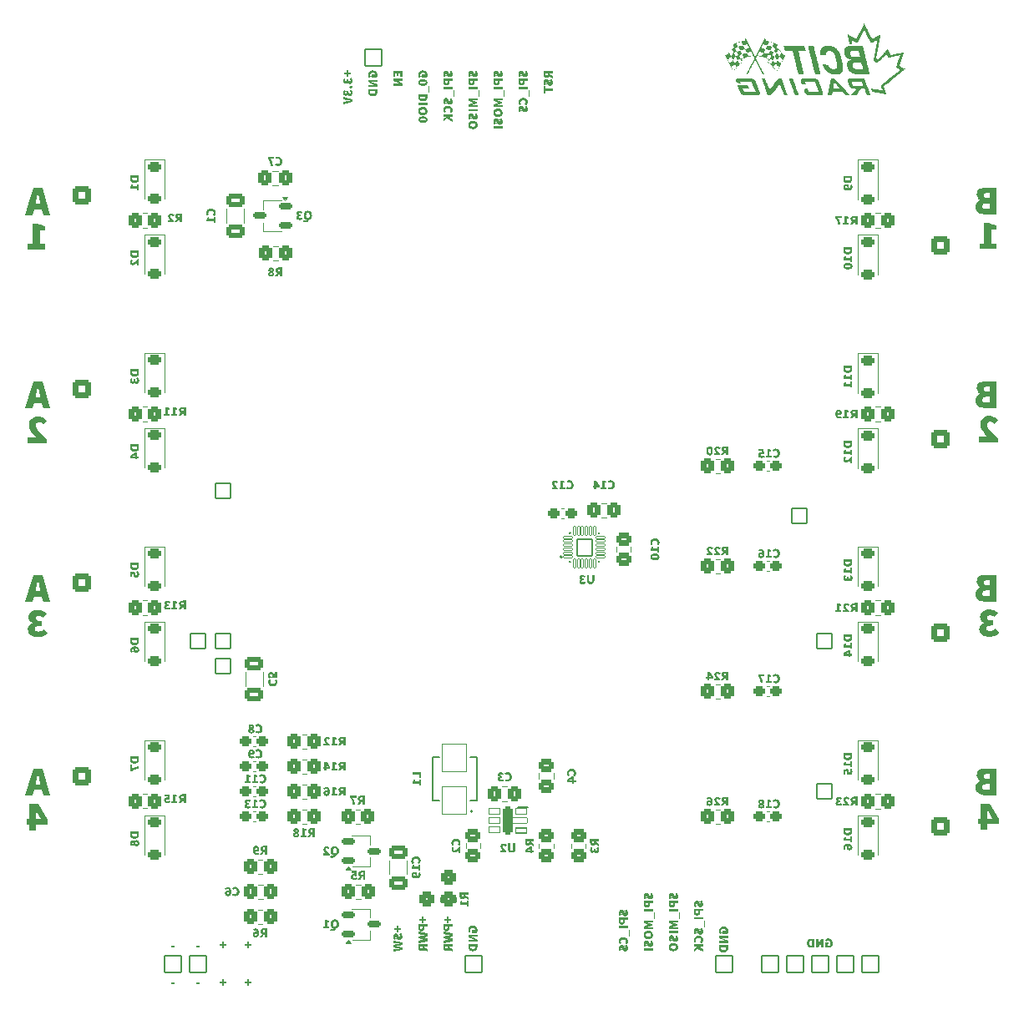
<source format=gbo>
%TF.GenerationSoftware,KiCad,Pcbnew,9.0.3*%
%TF.CreationDate,2025-08-17T09:54:27-06:00*%
%TF.ProjectId,Hub,4875622e-6b69-4636-9164-5f7063625858,A*%
%TF.SameCoordinates,PX2aa5f80PY908ed60*%
%TF.FileFunction,Legend,Bot*%
%TF.FilePolarity,Positive*%
%FSLAX46Y46*%
G04 Gerber Fmt 4.6, Leading zero omitted, Abs format (unit mm)*
G04 Created by KiCad (PCBNEW 9.0.3) date 2025-08-17 09:54:27*
%MOMM*%
%LPD*%
G01*
G04 APERTURE LIST*
G04 Aperture macros list*
%AMRoundRect*
0 Rectangle with rounded corners*
0 $1 Rounding radius*
0 $2 $3 $4 $5 $6 $7 $8 $9 X,Y pos of 4 corners*
0 Add a 4 corners polygon primitive as box body*
4,1,4,$2,$3,$4,$5,$6,$7,$8,$9,$2,$3,0*
0 Add four circle primitives for the rounded corners*
1,1,$1+$1,$2,$3*
1,1,$1+$1,$4,$5*
1,1,$1+$1,$6,$7*
1,1,$1+$1,$8,$9*
0 Add four rect primitives between the rounded corners*
20,1,$1+$1,$2,$3,$4,$5,0*
20,1,$1+$1,$4,$5,$6,$7,0*
20,1,$1+$1,$6,$7,$8,$9,0*
20,1,$1+$1,$8,$9,$2,$3,0*%
G04 Aperture macros list end*
%ADD10C,0.200000*%
%ADD11C,0.100000*%
%ADD12C,0.150000*%
%ADD13C,0.120000*%
%ADD14C,0.000000*%
%ADD15C,0.152400*%
%ADD16C,0.127000*%
%ADD17RoundRect,0.264706X0.635294X0.635294X-0.635294X0.635294X-0.635294X-0.635294X0.635294X-0.635294X0*%
%ADD18C,1.800000*%
%ADD19RoundRect,0.050000X-0.850000X0.850000X-0.850000X-0.850000X0.850000X-0.850000X0.850000X0.850000X0*%
%ADD20O,1.800000X1.800000*%
%ADD21C,3.300000*%
%ADD22RoundRect,0.264706X-0.635294X-0.635294X0.635294X-0.635294X0.635294X0.635294X-0.635294X0.635294X0*%
%ADD23C,1.728000*%
%ADD24RoundRect,0.102000X-0.762000X-0.762000X0.762000X-0.762000X0.762000X0.762000X-0.762000X0.762000X0*%
%ADD25RoundRect,0.050000X0.850000X-0.850000X0.850000X0.850000X-0.850000X0.850000X-0.850000X-0.850000X0*%
%ADD26RoundRect,0.250000X-0.400000X0.250000X-0.400000X-0.250000X0.400000X-0.250000X0.400000X0.250000X0*%
%ADD27RoundRect,0.271277X-0.503723X0.366223X-0.503723X-0.366223X0.503723X-0.366223X0.503723X0.366223X0*%
%ADD28RoundRect,0.262500X0.325000X0.262500X-0.325000X0.262500X-0.325000X-0.262500X0.325000X-0.262500X0*%
%ADD29RoundRect,0.270833X-0.379167X-0.479167X0.379167X-0.479167X0.379167X0.479167X-0.379167X0.479167X0*%
%ADD30RoundRect,0.271277X0.366223X0.503723X-0.366223X0.503723X-0.366223X-0.503723X0.366223X-0.503723X0*%
%ADD31RoundRect,0.268868X0.681132X-0.443632X0.681132X0.443632X-0.681132X0.443632X-0.681132X-0.443632X0*%
%ADD32RoundRect,0.270833X0.379167X0.479167X-0.379167X0.479167X-0.379167X-0.479167X0.379167X-0.479167X0*%
%ADD33RoundRect,0.187500X-0.472500X-0.187500X0.472500X-0.187500X0.472500X0.187500X-0.472500X0.187500X0*%
%ADD34RoundRect,0.271277X-0.366223X-0.503723X0.366223X-0.503723X0.366223X0.503723X-0.366223X0.503723X0*%
%ADD35RoundRect,0.187500X0.472500X0.187500X-0.472500X0.187500X-0.472500X-0.187500X0.472500X-0.187500X0*%
%ADD36RoundRect,0.050000X0.576550X0.264903X-0.576550X0.264903X-0.576550X-0.264903X0.576550X-0.264903X0*%
%ADD37RoundRect,0.050000X0.776550X0.264903X-0.776550X0.264903X-0.776550X-0.264903X0.776550X-0.264903X0*%
%ADD38RoundRect,0.275000X0.275000X-1.175000X0.275000X1.175000X-0.275000X1.175000X-0.275000X-1.175000X0*%
%ADD39RoundRect,0.050000X0.576550X0.257452X-0.576550X0.257452X-0.576550X-0.257452X0.576550X-0.257452X0*%
%ADD40RoundRect,0.312500X0.437500X0.437500X-0.437500X0.437500X-0.437500X-0.437500X0.437500X-0.437500X0*%
%ADD41RoundRect,0.312500X0.437500X-0.437500X0.437500X0.437500X-0.437500X0.437500X-0.437500X-0.437500X0*%
%ADD42RoundRect,0.270833X0.479167X-0.379167X0.479167X0.379167X-0.479167X0.379167X-0.479167X-0.379167X0*%
%ADD43RoundRect,0.262500X-0.325000X-0.262500X0.325000X-0.262500X0.325000X0.262500X-0.325000X0.262500X0*%
%ADD44RoundRect,0.050000X1.219200X-1.403350X1.219200X1.403350X-1.219200X1.403350X-1.219200X-1.403350X0*%
%ADD45RoundRect,0.270833X-0.479167X0.379167X-0.479167X-0.379167X0.479167X-0.379167X0.479167X0.379167X0*%
%ADD46RoundRect,0.040200X-0.457600X-0.120600X0.457600X-0.120600X0.457600X0.120600X-0.457600X0.120600X0*%
%ADD47RoundRect,0.040200X-0.120600X-0.457600X0.120600X-0.457600X0.120600X0.457600X-0.120600X0.457600X0*%
%ADD48RoundRect,0.076200X-0.770000X-0.850000X0.770000X-0.850000X0.770000X0.850000X-0.770000X0.850000X0*%
G04 APERTURE END LIST*
D10*
G36*
X98467585Y37222959D02*
G01*
X98684182Y37235154D01*
X98870171Y37269568D01*
X99029954Y37323710D01*
X99179761Y37400755D01*
X99307693Y37492992D01*
X99416102Y37600681D01*
X99088756Y38054057D01*
X98961306Y37951035D01*
X98826439Y37871424D01*
X98683608Y37819093D01*
X98543056Y37802181D01*
X98377988Y37819422D01*
X98261871Y37865013D01*
X98203323Y37914307D01*
X98168937Y37975950D01*
X98156908Y38054057D01*
X98163491Y38126740D01*
X98182187Y38188329D01*
X98217273Y38241233D01*
X98278724Y38289079D01*
X98358538Y38323794D01*
X98480225Y38351911D01*
X98620212Y38367068D01*
X98820027Y38372977D01*
X98820027Y38876545D01*
X98659250Y38882366D01*
X98541041Y38897610D01*
X98436361Y38924864D01*
X98362622Y38958427D01*
X98303890Y39003525D01*
X98268100Y39052949D01*
X98247895Y39110491D01*
X98240806Y39178795D01*
X98258650Y39286667D01*
X98307177Y39358764D01*
X98388835Y39404605D01*
X98517960Y39422244D01*
X98646781Y39408165D01*
X98757196Y39367656D01*
X98862045Y39303162D01*
X98988005Y39204074D01*
X99348874Y39640414D01*
X99145551Y39787587D01*
X98941844Y39894304D01*
X98799420Y39944009D01*
X98647456Y39974284D01*
X98484255Y39984613D01*
X98262434Y39970789D01*
X98074760Y39931953D01*
X97915893Y39871009D01*
X97781385Y39789341D01*
X97667179Y39682105D01*
X97586391Y39556471D01*
X97536582Y39408805D01*
X97519068Y39233383D01*
X97535710Y39088782D01*
X97584116Y38962317D01*
X97665084Y38849636D01*
X97783367Y38748364D01*
X97947165Y38658375D01*
X97947165Y38641522D01*
X97802531Y38583020D01*
X97680350Y38506795D01*
X97577686Y38412727D01*
X97499938Y38300354D01*
X97451944Y38165998D01*
X97434987Y38003682D01*
X97456639Y37823326D01*
X97519068Y37669924D01*
X97616699Y37536707D01*
X97743649Y37424460D01*
X97893749Y37337450D01*
X98073011Y37273334D01*
X98264868Y37235709D01*
X98467585Y37222959D01*
G37*
G36*
X82136246Y5677209D02*
G01*
X82229345Y5684490D01*
X82315337Y5705846D01*
X82369284Y5728451D01*
X82417824Y5757325D01*
X82461516Y5792614D01*
X82499505Y5833895D01*
X82532141Y5882121D01*
X82559458Y5938121D01*
X82578734Y5997443D01*
X82590862Y6064882D01*
X82595117Y6141698D01*
X82590816Y6217516D01*
X82578480Y6284987D01*
X82558725Y6345213D01*
X82531067Y6402263D01*
X82498204Y6451919D01*
X82460112Y6494934D01*
X82416402Y6532288D01*
X82368295Y6563234D01*
X82315337Y6587990D01*
X82259537Y6605824D01*
X82201843Y6616555D01*
X82141803Y6620169D01*
X82075436Y6615900D01*
X82017828Y6603761D01*
X81967657Y6584449D01*
X81899061Y6544586D01*
X81845231Y6499819D01*
X81971138Y6345946D01*
X82005893Y6372896D01*
X82041785Y6394184D01*
X82081640Y6408045D01*
X82133437Y6413113D01*
X82178203Y6408490D01*
X82218800Y6394916D01*
X82255360Y6372978D01*
X82287310Y6343137D01*
X82312958Y6306447D01*
X82332800Y6260583D01*
X82344663Y6209705D01*
X82348859Y6150063D01*
X82344684Y6084971D01*
X82333118Y6031690D01*
X82315228Y5988182D01*
X82291523Y5952776D01*
X82260629Y5924136D01*
X82221583Y5902898D01*
X82172547Y5889227D01*
X82111028Y5884266D01*
X82072621Y5888479D01*
X82041113Y5901057D01*
X82041113Y6026965D01*
X82175386Y6026965D01*
X82175386Y6222847D01*
X81828439Y6222847D01*
X81828439Y5789133D01*
X81883254Y5747630D01*
X81958559Y5710059D01*
X82013529Y5692023D01*
X82072543Y5680986D01*
X82136246Y5677209D01*
G37*
G36*
X81652218Y6603378D02*
G01*
X81406021Y6603378D01*
X81204521Y6197629D01*
X81117814Y5993381D01*
X81112197Y5993381D01*
X81122028Y6073126D01*
X81131797Y6161970D01*
X81139491Y6252889D01*
X81142971Y6340328D01*
X81142971Y6603378D01*
X80913566Y6603378D01*
X80913566Y5694000D01*
X81159763Y5694000D01*
X81361263Y6101092D01*
X81447970Y6303997D01*
X81453587Y6303997D01*
X81433987Y6133271D01*
X81425533Y6041875D01*
X81422813Y5956989D01*
X81422813Y5694000D01*
X81652218Y5694000D01*
X81652218Y6603378D01*
G37*
G36*
X80711394Y5694000D02*
G01*
X80428805Y5694000D01*
X80333267Y5700829D01*
X80247638Y5720562D01*
X80194097Y5741827D01*
X80146270Y5769310D01*
X80103535Y5803116D01*
X80066587Y5843094D01*
X80035126Y5890346D01*
X80009135Y5945815D01*
X79991122Y6004602D01*
X79979630Y6073106D01*
X79975552Y6152872D01*
X80221748Y6152872D01*
X80226758Y6076886D01*
X80239945Y6021347D01*
X80262232Y5973964D01*
X80289648Y5940197D01*
X80323870Y5915304D01*
X80364447Y5898920D01*
X80408721Y5890098D01*
X80456771Y5887074D01*
X80470754Y5887074D01*
X80470754Y6410304D01*
X80456771Y6410304D01*
X80408675Y6407617D01*
X80364447Y6399801D01*
X80323803Y6384795D01*
X80289648Y6361333D01*
X80262231Y6328957D01*
X80239945Y6282992D01*
X80226790Y6228683D01*
X80221748Y6152872D01*
X79975552Y6152872D01*
X79979730Y6232664D01*
X79991467Y6300655D01*
X80009807Y6358524D01*
X80036272Y6413022D01*
X80068212Y6459343D01*
X80105672Y6498414D01*
X80148856Y6531170D01*
X80197801Y6557749D01*
X80253256Y6578160D01*
X80341955Y6596845D01*
X80442788Y6603378D01*
X80711394Y6603378D01*
X80711394Y5694000D01*
G37*
G36*
X3282192Y40735000D02*
G01*
X2543602Y40735000D01*
X2409146Y41314222D01*
X1645277Y41314222D01*
X1511004Y40735000D01*
X747135Y40735000D01*
X1093625Y41872378D01*
X1775519Y41872378D01*
X2279087Y41872378D01*
X2232925Y42061239D01*
X2134373Y42487138D01*
X2039851Y42925859D01*
X2023181Y42925859D01*
X1922431Y42489336D01*
X1821681Y42061239D01*
X1775519Y41872378D01*
X1093625Y41872378D01*
X1578232Y43463132D01*
X2451278Y43463132D01*
X3282192Y40735000D01*
G37*
G36*
X3282192Y60371666D02*
G01*
X2543602Y60371666D01*
X2409146Y60950888D01*
X1645277Y60950888D01*
X1511004Y60371666D01*
X747135Y60371666D01*
X1093625Y61509044D01*
X1775519Y61509044D01*
X2279087Y61509044D01*
X2232925Y61697905D01*
X2134373Y62123804D01*
X2039851Y62562525D01*
X2023181Y62562525D01*
X1922431Y62126002D01*
X1821681Y61697905D01*
X1775519Y61509044D01*
X1093625Y61509044D01*
X1578232Y63099798D01*
X2451278Y63099798D01*
X3282192Y60371666D01*
G37*
G36*
X3282192Y21098333D02*
G01*
X2543602Y21098333D01*
X2409146Y21677555D01*
X1645277Y21677555D01*
X1511004Y21098333D01*
X747135Y21098333D01*
X1093625Y22235711D01*
X1775519Y22235711D01*
X2279087Y22235711D01*
X2232925Y22424572D01*
X2134373Y22850471D01*
X2039851Y23289192D01*
X2023181Y23289192D01*
X1922431Y22852669D01*
X1821681Y22424572D01*
X1775519Y22235711D01*
X1093625Y22235711D01*
X1578232Y23826465D01*
X2451278Y23826465D01*
X3282192Y21098333D01*
G37*
G36*
X99348874Y57321244D02*
G01*
X98910336Y57732671D01*
X98555696Y58095738D01*
X98416840Y58267037D01*
X98318658Y58418872D01*
X98252629Y58572240D01*
X98232562Y58706285D01*
X98244095Y58823280D01*
X98275114Y58909622D01*
X98322871Y58972815D01*
X98387609Y59019768D01*
X98465405Y59048687D01*
X98559909Y59058910D01*
X98686951Y59039295D01*
X98797130Y58981241D01*
X98996432Y58807035D01*
X99382397Y59193183D01*
X99176866Y59384058D01*
X99072805Y59459011D01*
X98964924Y59518331D01*
X98850952Y59563910D01*
X98729902Y59596000D01*
X98602911Y59614713D01*
X98459159Y59621279D01*
X98263424Y59605068D01*
X98089863Y59558265D01*
X97932137Y59481980D01*
X97800252Y59382043D01*
X97692723Y59257565D01*
X97611392Y59107087D01*
X97561471Y58939241D01*
X97544164Y58748233D01*
X97560967Y58589664D01*
X97613407Y58423085D01*
X97691625Y58259673D01*
X97791826Y58093540D01*
X97907075Y57932995D01*
X98037473Y57774620D01*
X98308033Y57480796D01*
X98079239Y57503877D01*
X97863084Y57514318D01*
X97418318Y57514318D01*
X97418318Y56910000D01*
X99348874Y56910000D01*
X99348874Y57321244D01*
G37*
G36*
X99197749Y21146667D02*
G01*
X98131812Y21146667D01*
X97916854Y21158422D01*
X97716355Y21192829D01*
X97529112Y21253407D01*
X97374354Y21337543D01*
X97244185Y21449850D01*
X97143361Y21589419D01*
X97096571Y21694807D01*
X97067452Y21814868D01*
X97057266Y21952486D01*
X97062066Y22002861D01*
X97762334Y22002861D01*
X97778318Y21896419D01*
X97823028Y21816717D01*
X97897982Y21756912D01*
X98012573Y21716320D01*
X98182187Y21700610D01*
X98475828Y21700610D01*
X98475828Y22279832D01*
X98182187Y22279832D01*
X97983901Y22261569D01*
X97865282Y22216818D01*
X97809513Y22167010D01*
X97774977Y22097940D01*
X97762334Y22002861D01*
X97062066Y22002861D01*
X97074128Y22129458D01*
X97120639Y22268680D01*
X97193736Y22378384D01*
X97291602Y22470276D01*
X97402168Y22540603D01*
X97527311Y22590509D01*
X97527311Y22607179D01*
X97452229Y22644754D01*
X97384795Y22699502D01*
X97326814Y22766868D01*
X97277817Y22844400D01*
X97208574Y23016408D01*
X97193985Y23085650D01*
X97888363Y23085650D01*
X97898164Y23005489D01*
X97926105Y22939415D01*
X97972260Y22884150D01*
X98032882Y22844743D01*
X98117122Y22818540D01*
X98232562Y22808679D01*
X98475828Y22808679D01*
X98475828Y23320673D01*
X98232562Y23320673D01*
X98069568Y23304882D01*
X97972260Y23266085D01*
X97926864Y23223532D01*
X97898671Y23165203D01*
X97888363Y23085650D01*
X97193985Y23085650D01*
X97189520Y23106840D01*
X97183295Y23194827D01*
X97193273Y23327046D01*
X97221206Y23436900D01*
X97265177Y23528402D01*
X97360878Y23646278D01*
X97485362Y23736130D01*
X97632438Y23799428D01*
X97812709Y23843292D01*
X98005026Y23866697D01*
X98215710Y23874799D01*
X99197749Y23874799D01*
X99197749Y21146667D01*
G37*
G36*
X2778624Y77077555D02*
G01*
X2207829Y77077555D01*
X2207829Y78454169D01*
X2711396Y78454169D01*
X2711396Y78899119D01*
X2493835Y78950517D01*
X2325432Y79003899D01*
X2168985Y79071636D01*
X2014755Y79159237D01*
X1485908Y79159237D01*
X1485908Y77077555D01*
X1007436Y77077555D01*
X1007436Y76498333D01*
X2778624Y76498333D01*
X2778624Y77077555D01*
G37*
G36*
X99197749Y60420000D02*
G01*
X98131812Y60420000D01*
X97916854Y60431755D01*
X97716355Y60466162D01*
X97529112Y60526740D01*
X97374354Y60610876D01*
X97244185Y60723183D01*
X97143361Y60862752D01*
X97096571Y60968140D01*
X97067452Y61088201D01*
X97057266Y61225819D01*
X97062066Y61276194D01*
X97762334Y61276194D01*
X97778318Y61169752D01*
X97823028Y61090050D01*
X97897982Y61030245D01*
X98012573Y60989653D01*
X98182187Y60973943D01*
X98475828Y60973943D01*
X98475828Y61553165D01*
X98182187Y61553165D01*
X97983901Y61534902D01*
X97865282Y61490151D01*
X97809513Y61440343D01*
X97774977Y61371273D01*
X97762334Y61276194D01*
X97062066Y61276194D01*
X97074128Y61402791D01*
X97120639Y61542013D01*
X97193736Y61651717D01*
X97291602Y61743609D01*
X97402168Y61813936D01*
X97527311Y61863842D01*
X97527311Y61880512D01*
X97452229Y61918087D01*
X97384795Y61972835D01*
X97326814Y62040201D01*
X97277817Y62117733D01*
X97208574Y62289741D01*
X97193985Y62358983D01*
X97888363Y62358983D01*
X97898164Y62278822D01*
X97926105Y62212748D01*
X97972260Y62157483D01*
X98032882Y62118076D01*
X98117122Y62091873D01*
X98232562Y62082012D01*
X98475828Y62082012D01*
X98475828Y62594006D01*
X98232562Y62594006D01*
X98069568Y62578215D01*
X97972260Y62539418D01*
X97926864Y62496865D01*
X97898671Y62438536D01*
X97888363Y62358983D01*
X97193985Y62358983D01*
X97189520Y62380173D01*
X97183295Y62468160D01*
X97193273Y62600379D01*
X97221206Y62710233D01*
X97265177Y62801735D01*
X97360878Y62919611D01*
X97485362Y63009463D01*
X97632438Y63072761D01*
X97812709Y63116625D01*
X98005026Y63140030D01*
X98215710Y63148132D01*
X99197749Y63148132D01*
X99197749Y60420000D01*
G37*
G36*
X99223028Y77125889D02*
G01*
X98652233Y77125889D01*
X98652233Y78502503D01*
X99155800Y78502503D01*
X99155800Y78947453D01*
X98938239Y78998851D01*
X98769836Y79052233D01*
X98613389Y79119970D01*
X98459159Y79207571D01*
X97930312Y79207571D01*
X97930312Y77125889D01*
X97451840Y77125889D01*
X97451840Y76546667D01*
X99223028Y76546667D01*
X99223028Y77125889D01*
G37*
G36*
X2023181Y37174625D02*
G01*
X2239778Y37186820D01*
X2425767Y37221234D01*
X2585550Y37275376D01*
X2735357Y37352421D01*
X2863289Y37444658D01*
X2971698Y37552347D01*
X2644352Y38005723D01*
X2516902Y37902701D01*
X2382035Y37823090D01*
X2239204Y37770759D01*
X2098652Y37753847D01*
X1933584Y37771088D01*
X1817467Y37816679D01*
X1758919Y37865973D01*
X1724533Y37927616D01*
X1712504Y38005723D01*
X1719087Y38078406D01*
X1737783Y38139995D01*
X1772869Y38192899D01*
X1834320Y38240745D01*
X1914134Y38275460D01*
X2035821Y38303577D01*
X2175808Y38318734D01*
X2375623Y38324643D01*
X2375623Y38828211D01*
X2214846Y38834032D01*
X2096637Y38849276D01*
X1991957Y38876530D01*
X1918218Y38910093D01*
X1859486Y38955191D01*
X1823696Y39004615D01*
X1803491Y39062157D01*
X1796402Y39130461D01*
X1814246Y39238333D01*
X1862773Y39310430D01*
X1944431Y39356271D01*
X2073556Y39373910D01*
X2202377Y39359831D01*
X2312792Y39319322D01*
X2417641Y39254828D01*
X2543601Y39155740D01*
X2904470Y39592080D01*
X2701147Y39739253D01*
X2497440Y39845970D01*
X2355016Y39895675D01*
X2203052Y39925950D01*
X2039851Y39936279D01*
X1818030Y39922455D01*
X1630356Y39883619D01*
X1471489Y39822675D01*
X1336981Y39741007D01*
X1222775Y39633771D01*
X1141987Y39508137D01*
X1092178Y39360471D01*
X1074664Y39185049D01*
X1091306Y39040448D01*
X1139712Y38913983D01*
X1220680Y38801302D01*
X1338963Y38700030D01*
X1502761Y38610041D01*
X1502761Y38593188D01*
X1358127Y38534686D01*
X1235946Y38458461D01*
X1133282Y38364393D01*
X1055534Y38252020D01*
X1007540Y38117664D01*
X990583Y37955348D01*
X1012235Y37774992D01*
X1074664Y37621590D01*
X1172295Y37488373D01*
X1299245Y37376126D01*
X1449345Y37289116D01*
X1628607Y37225000D01*
X1820464Y37187375D01*
X2023181Y37174625D01*
G37*
G36*
X2904470Y57272910D02*
G01*
X2465932Y57684337D01*
X2111292Y58047404D01*
X1972436Y58218703D01*
X1874254Y58370538D01*
X1808225Y58523906D01*
X1788158Y58657951D01*
X1799691Y58774946D01*
X1830710Y58861288D01*
X1878467Y58924481D01*
X1943205Y58971434D01*
X2021001Y59000353D01*
X2115505Y59010576D01*
X2242547Y58990961D01*
X2352726Y58932907D01*
X2552028Y58758701D01*
X2937993Y59144849D01*
X2732462Y59335724D01*
X2628401Y59410677D01*
X2520520Y59469997D01*
X2406548Y59515576D01*
X2285498Y59547666D01*
X2158507Y59566379D01*
X2014755Y59572945D01*
X1819020Y59556734D01*
X1645459Y59509931D01*
X1487733Y59433646D01*
X1355848Y59333709D01*
X1248319Y59209231D01*
X1166988Y59058753D01*
X1117067Y58890907D01*
X1099760Y58699899D01*
X1116563Y58541330D01*
X1169003Y58374751D01*
X1247221Y58211339D01*
X1347422Y58045206D01*
X1462671Y57884661D01*
X1593069Y57726286D01*
X1863629Y57432462D01*
X1634835Y57455543D01*
X1418680Y57465984D01*
X973914Y57465984D01*
X973914Y56861666D01*
X2904470Y56861666D01*
X2904470Y57272910D01*
G37*
G36*
X99197749Y40783334D02*
G01*
X98131812Y40783334D01*
X97916854Y40795089D01*
X97716355Y40829496D01*
X97529112Y40890074D01*
X97374354Y40974210D01*
X97244185Y41086517D01*
X97143361Y41226086D01*
X97096571Y41331474D01*
X97067452Y41451535D01*
X97057266Y41589153D01*
X97062066Y41639528D01*
X97762334Y41639528D01*
X97778318Y41533086D01*
X97823028Y41453384D01*
X97897982Y41393579D01*
X98012573Y41352987D01*
X98182187Y41337277D01*
X98475828Y41337277D01*
X98475828Y41916499D01*
X98182187Y41916499D01*
X97983901Y41898236D01*
X97865282Y41853485D01*
X97809513Y41803677D01*
X97774977Y41734607D01*
X97762334Y41639528D01*
X97062066Y41639528D01*
X97074128Y41766125D01*
X97120639Y41905347D01*
X97193736Y42015051D01*
X97291602Y42106943D01*
X97402168Y42177270D01*
X97527311Y42227176D01*
X97527311Y42243846D01*
X97452229Y42281421D01*
X97384795Y42336169D01*
X97326814Y42403535D01*
X97277817Y42481067D01*
X97208574Y42653075D01*
X97193985Y42722317D01*
X97888363Y42722317D01*
X97898164Y42642156D01*
X97926105Y42576082D01*
X97972260Y42520817D01*
X98032882Y42481410D01*
X98117122Y42455207D01*
X98232562Y42445346D01*
X98475828Y42445346D01*
X98475828Y42957340D01*
X98232562Y42957340D01*
X98069568Y42941549D01*
X97972260Y42902752D01*
X97926864Y42860199D01*
X97898671Y42801870D01*
X97888363Y42722317D01*
X97193985Y42722317D01*
X97189520Y42743507D01*
X97183295Y42831494D01*
X97193273Y42963713D01*
X97221206Y43073567D01*
X97265177Y43165069D01*
X97360878Y43282945D01*
X97485362Y43372797D01*
X97632438Y43436095D01*
X97812709Y43479959D01*
X98005026Y43503364D01*
X98215710Y43511466D01*
X99197749Y43511466D01*
X99197749Y40783334D01*
G37*
G36*
X99416102Y18736310D02*
G01*
X99416102Y18232742D01*
X98282937Y18232742D01*
X98282937Y17636667D01*
X97611392Y17636667D01*
X97611392Y18232742D01*
X97325994Y18232742D01*
X97325994Y18778259D01*
X97611392Y18778259D01*
X97611392Y19710106D01*
X98257658Y19710106D01*
X98266085Y19560996D01*
X98274511Y19395216D01*
X98280922Y19229436D01*
X98282937Y19080509D01*
X98282937Y18778259D01*
X98736130Y18778259D01*
X98492681Y19231634D01*
X98379474Y19470687D01*
X98274511Y19710106D01*
X98257658Y19710106D01*
X97611392Y19710106D01*
X97611392Y20297571D01*
X98509534Y20297571D01*
X99416102Y18736310D01*
G37*
G36*
X2971698Y18687976D02*
G01*
X2971698Y18184408D01*
X1838533Y18184408D01*
X1838533Y17588333D01*
X1166988Y17588333D01*
X1166988Y18184408D01*
X881590Y18184408D01*
X881590Y18729925D01*
X1166988Y18729925D01*
X1166988Y19661772D01*
X1813254Y19661772D01*
X1821681Y19512662D01*
X1830107Y19346882D01*
X1836518Y19181102D01*
X1838533Y19032175D01*
X1838533Y18729925D01*
X2291726Y18729925D01*
X2048277Y19183300D01*
X1935070Y19422353D01*
X1830107Y19661772D01*
X1813254Y19661772D01*
X1166988Y19661772D01*
X1166988Y20249237D01*
X2065130Y20249237D01*
X2971698Y18687976D01*
G37*
G36*
X99197749Y80056667D02*
G01*
X98131812Y80056667D01*
X97916854Y80068422D01*
X97716355Y80102829D01*
X97529112Y80163407D01*
X97374354Y80247543D01*
X97244185Y80359850D01*
X97143361Y80499419D01*
X97096571Y80604807D01*
X97067452Y80724868D01*
X97057266Y80862486D01*
X97062066Y80912861D01*
X97762334Y80912861D01*
X97778318Y80806419D01*
X97823028Y80726717D01*
X97897982Y80666912D01*
X98012573Y80626320D01*
X98182187Y80610610D01*
X98475828Y80610610D01*
X98475828Y81189832D01*
X98182187Y81189832D01*
X97983901Y81171569D01*
X97865282Y81126818D01*
X97809513Y81077010D01*
X97774977Y81007940D01*
X97762334Y80912861D01*
X97062066Y80912861D01*
X97074128Y81039458D01*
X97120639Y81178680D01*
X97193736Y81288384D01*
X97291602Y81380276D01*
X97402168Y81450603D01*
X97527311Y81500509D01*
X97527311Y81517179D01*
X97452229Y81554754D01*
X97384795Y81609502D01*
X97326814Y81676868D01*
X97277817Y81754400D01*
X97208574Y81926408D01*
X97193985Y81995650D01*
X97888363Y81995650D01*
X97898164Y81915489D01*
X97926105Y81849415D01*
X97972260Y81794150D01*
X98032882Y81754743D01*
X98117122Y81728540D01*
X98232562Y81718679D01*
X98475828Y81718679D01*
X98475828Y82230673D01*
X98232562Y82230673D01*
X98069568Y82214882D01*
X97972260Y82176085D01*
X97926864Y82133532D01*
X97898671Y82075203D01*
X97888363Y81995650D01*
X97193985Y81995650D01*
X97189520Y82016840D01*
X97183295Y82104827D01*
X97193273Y82237046D01*
X97221206Y82346900D01*
X97265177Y82438402D01*
X97360878Y82556278D01*
X97485362Y82646130D01*
X97632438Y82709428D01*
X97812709Y82753292D01*
X98005026Y82776697D01*
X98215710Y82784799D01*
X99197749Y82784799D01*
X99197749Y80056667D01*
G37*
G36*
X3282192Y80008333D02*
G01*
X2543602Y80008333D01*
X2409146Y80587555D01*
X1645277Y80587555D01*
X1511004Y80008333D01*
X747135Y80008333D01*
X1093625Y81145711D01*
X1775519Y81145711D01*
X2279087Y81145711D01*
X2232925Y81334572D01*
X2134373Y81760471D01*
X2039851Y82199192D01*
X2023181Y82199192D01*
X1922431Y81762669D01*
X1821681Y81334572D01*
X1775519Y81145711D01*
X1093625Y81145711D01*
X1578232Y82736465D01*
X2451278Y82736465D01*
X3282192Y80008333D01*
G37*
D11*
G36*
X66911791Y10948036D02*
G01*
X66904142Y11034813D01*
X66880345Y11126455D01*
X66855488Y11185364D01*
X66822735Y11240482D01*
X66781671Y11292235D01*
X66616624Y11155093D01*
X66652156Y11104151D01*
X66680249Y11049519D01*
X66698923Y10993054D01*
X66704734Y10942479D01*
X66699824Y10892243D01*
X66687943Y10863406D01*
X66667770Y10845101D01*
X66640376Y10838920D01*
X66624666Y10841126D01*
X66612411Y10847347D01*
X66591406Y10871832D01*
X66572538Y10910300D01*
X66552266Y10962080D01*
X66504699Y11075347D01*
X66488494Y11110853D01*
X66467575Y11145323D01*
X66442367Y11176853D01*
X66413047Y11204124D01*
X66379576Y11226508D01*
X66340996Y11243997D01*
X66298996Y11254873D01*
X66251420Y11258652D01*
X66194390Y11252314D01*
X66141632Y11233495D01*
X66093925Y11203544D01*
X66052117Y11163519D01*
X66018057Y11115137D01*
X65991240Y11056541D01*
X65974591Y10992239D01*
X65968831Y10920070D01*
X65976029Y10842073D01*
X65998262Y10761312D01*
X66021451Y10709833D01*
X66052074Y10662161D01*
X66090586Y10617880D01*
X66241650Y10738231D01*
X66212670Y10784703D01*
X66192679Y10827074D01*
X66180184Y10871093D01*
X66175887Y10920070D01*
X66180167Y10961841D01*
X66191275Y10990046D01*
X66210375Y11008840D01*
X66237437Y11015203D01*
X66256769Y11011451D01*
X66273053Y11000162D01*
X66287140Y10979543D01*
X66328417Y10880930D01*
X66371770Y10770410D01*
X66398097Y10716187D01*
X66429356Y10672865D01*
X66465498Y10638885D01*
X66507828Y10613957D01*
X66558868Y10598301D01*
X66620776Y10592723D01*
X66677018Y10598655D01*
X66731357Y10616537D01*
X66780947Y10645561D01*
X66824352Y10685780D01*
X66859631Y10735286D01*
X66888039Y10796972D01*
X66905550Y10865718D01*
X66911791Y10948036D01*
G37*
G36*
X66895000Y10206209D02*
G01*
X66606793Y10206209D01*
X66606793Y10108329D01*
X66602028Y10038003D01*
X66587925Y9971186D01*
X66563887Y9908741D01*
X66530589Y9855110D01*
X66487008Y9810106D01*
X66431915Y9774693D01*
X66390775Y9758447D01*
X66343136Y9748204D01*
X66287812Y9744590D01*
X66231561Y9748260D01*
X66184257Y9758552D01*
X66144441Y9774693D01*
X66091644Y9810103D01*
X66050713Y9855110D01*
X66020595Y9908857D01*
X66000338Y9972591D01*
X65989369Y10040849D01*
X65985622Y10113885D01*
X65985622Y10125121D01*
X66175887Y10125121D01*
X66179153Y10078936D01*
X66187923Y10043822D01*
X66201106Y10017409D01*
X66220792Y9997189D01*
X66248709Y9984373D01*
X66287812Y9979613D01*
X66327453Y9983805D01*
X66358514Y9995412D01*
X66382944Y10013868D01*
X66400625Y10038845D01*
X66412206Y10073070D01*
X66416528Y10119503D01*
X66416528Y10206209D01*
X66175887Y10206209D01*
X66175887Y10125121D01*
X65985622Y10125121D01*
X65985622Y10446849D01*
X66895000Y10446849D01*
X66895000Y10206209D01*
G37*
G36*
X65985622Y9595907D02*
G01*
X65985622Y9355267D01*
X66895000Y9355267D01*
X66895000Y9595907D01*
X65985622Y9595907D01*
G37*
G36*
X66967723Y9238275D02*
G01*
X66967723Y8572347D01*
X67099248Y8572347D01*
X67099248Y9238275D01*
X66967723Y9238275D01*
G37*
G36*
X65985622Y8454805D02*
G01*
X65985622Y8197434D01*
X66357787Y8060292D01*
X66436128Y8036539D01*
X66517278Y8012725D01*
X66517278Y8007108D01*
X66436128Y7983355D01*
X66357787Y7959541D01*
X65985622Y7828078D01*
X65985622Y7570646D01*
X66895000Y7570646D01*
X66895000Y7788877D01*
X66626393Y7788877D01*
X66549457Y7785396D01*
X66463422Y7777703D01*
X66377388Y7767933D01*
X66301795Y7758102D01*
X66301795Y7763720D01*
X66520087Y7839252D01*
X66820872Y7951176D01*
X66820872Y8079892D01*
X66520087Y8191816D01*
X66301795Y8264540D01*
X66301795Y8270157D01*
X66377388Y8260387D01*
X66463422Y8250557D01*
X66549457Y8242863D01*
X66626393Y8239383D01*
X66895000Y8239383D01*
X66895000Y8454805D01*
X65985622Y8454805D01*
G37*
G36*
X65985622Y7368413D02*
G01*
X65985622Y7127772D01*
X66895000Y7127772D01*
X66895000Y7368413D01*
X65985622Y7368413D01*
G37*
G36*
X66911791Y6638615D02*
G01*
X66904142Y6725392D01*
X66880345Y6817034D01*
X66855488Y6875943D01*
X66822735Y6931061D01*
X66781671Y6982814D01*
X66616624Y6845672D01*
X66652156Y6794731D01*
X66680249Y6740098D01*
X66698923Y6683633D01*
X66704734Y6633058D01*
X66699824Y6582822D01*
X66687943Y6553985D01*
X66667770Y6535680D01*
X66640376Y6529499D01*
X66624666Y6531705D01*
X66612411Y6537926D01*
X66591406Y6562411D01*
X66572538Y6600879D01*
X66552266Y6652659D01*
X66504699Y6765927D01*
X66488494Y6801433D01*
X66467575Y6835902D01*
X66442367Y6867433D01*
X66413047Y6894704D01*
X66379576Y6917087D01*
X66340996Y6934576D01*
X66298996Y6945452D01*
X66251420Y6949231D01*
X66194390Y6942893D01*
X66141632Y6924074D01*
X66093925Y6894123D01*
X66052117Y6854098D01*
X66018057Y6805717D01*
X65991240Y6747120D01*
X65974591Y6682819D01*
X65968831Y6610649D01*
X65976029Y6532652D01*
X65998262Y6451891D01*
X66021451Y6400413D01*
X66052074Y6352741D01*
X66090586Y6308460D01*
X66241650Y6428810D01*
X66212670Y6475282D01*
X66192679Y6517654D01*
X66180184Y6561672D01*
X66175887Y6610649D01*
X66180167Y6652420D01*
X66191275Y6680625D01*
X66210375Y6699419D01*
X66237437Y6705782D01*
X66256769Y6702031D01*
X66273053Y6690741D01*
X66287140Y6670122D01*
X66328417Y6571509D01*
X66371770Y6460989D01*
X66398097Y6406767D01*
X66429356Y6363444D01*
X66465498Y6329465D01*
X66507828Y6304536D01*
X66558868Y6288880D01*
X66620776Y6283303D01*
X66677018Y6289234D01*
X66731357Y6307116D01*
X66780947Y6336140D01*
X66824352Y6376359D01*
X66859631Y6425865D01*
X66888039Y6487551D01*
X66905550Y6556297D01*
X66911791Y6638615D01*
G37*
G36*
X66510284Y6173000D02*
G01*
X66576913Y6162564D01*
X66636896Y6145855D01*
X66694269Y6122003D01*
X66743888Y6093291D01*
X66786617Y6059820D01*
X66823912Y6020573D01*
X66854826Y5976436D01*
X66879612Y5926891D01*
X66897218Y5874223D01*
X66908059Y5816865D01*
X66911791Y5754089D01*
X66908086Y5692253D01*
X66897271Y5635113D01*
X66879612Y5582020D01*
X66854792Y5532044D01*
X66823872Y5487692D01*
X66786617Y5448420D01*
X66743888Y5414949D01*
X66694269Y5386237D01*
X66636896Y5362385D01*
X66576913Y5345676D01*
X66510284Y5335240D01*
X66436128Y5331610D01*
X66361955Y5335268D01*
X66296080Y5345729D01*
X66237498Y5362385D01*
X66181513Y5386172D01*
X66132805Y5414872D01*
X66090586Y5448420D01*
X66053818Y5487700D01*
X66023572Y5532045D01*
X65999605Y5582020D01*
X65982732Y5635050D01*
X65972380Y5692198D01*
X65968831Y5754089D01*
X66175887Y5754089D01*
X66180260Y5714516D01*
X66192863Y5680510D01*
X66213698Y5650829D01*
X66243787Y5624763D01*
X66291377Y5600163D01*
X66354123Y5583898D01*
X66436128Y5577868D01*
X66518108Y5583809D01*
X66582448Y5600004D01*
X66632683Y5624763D01*
X66664858Y5651086D01*
X66686921Y5680870D01*
X66700160Y5714784D01*
X66704734Y5754089D01*
X66700160Y5793428D01*
X66686919Y5827373D01*
X66664856Y5857186D01*
X66632683Y5883538D01*
X66582453Y5908263D01*
X66518113Y5924439D01*
X66436128Y5930372D01*
X66354118Y5924349D01*
X66291372Y5908105D01*
X66243787Y5883538D01*
X66213700Y5857444D01*
X66192864Y5827732D01*
X66180261Y5793695D01*
X66175887Y5754089D01*
X65968831Y5754089D01*
X65972407Y5816923D01*
X65982784Y5874288D01*
X65999605Y5926891D01*
X66023483Y5976482D01*
X66053489Y6020611D01*
X66089853Y6059820D01*
X66131679Y6093301D01*
X66180361Y6122008D01*
X66236765Y6145855D01*
X66295828Y6162530D01*
X66361961Y6172982D01*
X66436128Y6176630D01*
X66510284Y6173000D01*
G37*
G36*
X64371791Y10948036D02*
G01*
X64364142Y11034813D01*
X64340345Y11126455D01*
X64315488Y11185364D01*
X64282735Y11240482D01*
X64241671Y11292235D01*
X64076624Y11155093D01*
X64112156Y11104151D01*
X64140249Y11049519D01*
X64158923Y10993054D01*
X64164734Y10942479D01*
X64159824Y10892243D01*
X64147943Y10863406D01*
X64127770Y10845101D01*
X64100376Y10838920D01*
X64084666Y10841126D01*
X64072411Y10847347D01*
X64051406Y10871832D01*
X64032538Y10910300D01*
X64012266Y10962080D01*
X63964699Y11075347D01*
X63948494Y11110853D01*
X63927575Y11145323D01*
X63902367Y11176853D01*
X63873047Y11204124D01*
X63839576Y11226508D01*
X63800996Y11243997D01*
X63758996Y11254873D01*
X63711420Y11258652D01*
X63654390Y11252314D01*
X63601632Y11233495D01*
X63553925Y11203544D01*
X63512117Y11163519D01*
X63478057Y11115137D01*
X63451240Y11056541D01*
X63434591Y10992239D01*
X63428831Y10920070D01*
X63436029Y10842073D01*
X63458262Y10761312D01*
X63481451Y10709833D01*
X63512074Y10662161D01*
X63550586Y10617880D01*
X63701650Y10738231D01*
X63672670Y10784703D01*
X63652679Y10827074D01*
X63640184Y10871093D01*
X63635887Y10920070D01*
X63640167Y10961841D01*
X63651275Y10990046D01*
X63670375Y11008840D01*
X63697437Y11015203D01*
X63716769Y11011451D01*
X63733053Y11000162D01*
X63747140Y10979543D01*
X63788417Y10880930D01*
X63831770Y10770410D01*
X63858097Y10716187D01*
X63889356Y10672865D01*
X63925498Y10638885D01*
X63967828Y10613957D01*
X64018868Y10598301D01*
X64080776Y10592723D01*
X64137018Y10598655D01*
X64191357Y10616537D01*
X64240947Y10645561D01*
X64284352Y10685780D01*
X64319631Y10735286D01*
X64348039Y10796972D01*
X64365550Y10865718D01*
X64371791Y10948036D01*
G37*
G36*
X64355000Y10206209D02*
G01*
X64066793Y10206209D01*
X64066793Y10108329D01*
X64062028Y10038003D01*
X64047925Y9971186D01*
X64023887Y9908741D01*
X63990589Y9855110D01*
X63947008Y9810106D01*
X63891915Y9774693D01*
X63850775Y9758447D01*
X63803136Y9748204D01*
X63747812Y9744590D01*
X63691561Y9748260D01*
X63644257Y9758552D01*
X63604441Y9774693D01*
X63551644Y9810103D01*
X63510713Y9855110D01*
X63480595Y9908857D01*
X63460338Y9972591D01*
X63449369Y10040849D01*
X63445622Y10113885D01*
X63445622Y10125121D01*
X63635887Y10125121D01*
X63639153Y10078936D01*
X63647923Y10043822D01*
X63661106Y10017409D01*
X63680792Y9997189D01*
X63708709Y9984373D01*
X63747812Y9979613D01*
X63787453Y9983805D01*
X63818514Y9995412D01*
X63842944Y10013868D01*
X63860625Y10038845D01*
X63872206Y10073070D01*
X63876528Y10119503D01*
X63876528Y10206209D01*
X63635887Y10206209D01*
X63635887Y10125121D01*
X63445622Y10125121D01*
X63445622Y10446849D01*
X64355000Y10446849D01*
X64355000Y10206209D01*
G37*
G36*
X63445622Y9595907D02*
G01*
X63445622Y9355267D01*
X64355000Y9355267D01*
X64355000Y9595907D01*
X63445622Y9595907D01*
G37*
G36*
X64427723Y9238275D02*
G01*
X64427723Y8572347D01*
X64559248Y8572347D01*
X64559248Y9238275D01*
X64427723Y9238275D01*
G37*
G36*
X63445622Y8454805D02*
G01*
X63445622Y8197434D01*
X63817787Y8060292D01*
X63896128Y8036539D01*
X63977278Y8012725D01*
X63977278Y8007108D01*
X63896128Y7983355D01*
X63817787Y7959541D01*
X63445622Y7828078D01*
X63445622Y7570646D01*
X64355000Y7570646D01*
X64355000Y7788877D01*
X64086393Y7788877D01*
X64009457Y7785396D01*
X63923422Y7777703D01*
X63837388Y7767933D01*
X63761795Y7758102D01*
X63761795Y7763720D01*
X63980087Y7839252D01*
X64280872Y7951176D01*
X64280872Y8079892D01*
X63980087Y8191816D01*
X63761795Y8264540D01*
X63761795Y8270157D01*
X63837388Y8260387D01*
X63923422Y8250557D01*
X64009457Y8242863D01*
X64086393Y8239383D01*
X64355000Y8239383D01*
X64355000Y8454805D01*
X63445622Y8454805D01*
G37*
G36*
X63970284Y7403984D02*
G01*
X64036913Y7393548D01*
X64096896Y7376839D01*
X64154269Y7352987D01*
X64203888Y7324275D01*
X64246617Y7290804D01*
X64283912Y7251557D01*
X64314826Y7207420D01*
X64339612Y7157875D01*
X64357218Y7105207D01*
X64368059Y7047849D01*
X64371791Y6985073D01*
X64368086Y6923237D01*
X64357271Y6866097D01*
X64339612Y6813004D01*
X64314792Y6763028D01*
X64283872Y6718676D01*
X64246617Y6679404D01*
X64203888Y6645933D01*
X64154269Y6617221D01*
X64096896Y6593369D01*
X64036913Y6576660D01*
X63970284Y6566224D01*
X63896128Y6562594D01*
X63821955Y6566252D01*
X63756080Y6576713D01*
X63697498Y6593369D01*
X63641513Y6617156D01*
X63592805Y6645856D01*
X63550586Y6679404D01*
X63513818Y6718684D01*
X63483572Y6763029D01*
X63459605Y6813004D01*
X63442732Y6866034D01*
X63432380Y6923182D01*
X63428831Y6985073D01*
X63635887Y6985073D01*
X63640260Y6945500D01*
X63652863Y6911494D01*
X63673698Y6881813D01*
X63703787Y6855747D01*
X63751377Y6831147D01*
X63814123Y6814882D01*
X63896128Y6808852D01*
X63978108Y6814793D01*
X64042448Y6830988D01*
X64092683Y6855747D01*
X64124858Y6882070D01*
X64146921Y6911854D01*
X64160160Y6945768D01*
X64164734Y6985073D01*
X64160160Y7024411D01*
X64146919Y7058357D01*
X64124856Y7088170D01*
X64092683Y7114522D01*
X64042453Y7139247D01*
X63978113Y7155422D01*
X63896128Y7161356D01*
X63814118Y7155333D01*
X63751372Y7139089D01*
X63703787Y7114522D01*
X63673700Y7088428D01*
X63652864Y7058716D01*
X63640261Y7024679D01*
X63635887Y6985073D01*
X63428831Y6985073D01*
X63432407Y7047907D01*
X63442784Y7105272D01*
X63459605Y7157875D01*
X63483483Y7207466D01*
X63513489Y7251595D01*
X63549853Y7290804D01*
X63591679Y7324285D01*
X63640361Y7352992D01*
X63696765Y7376839D01*
X63755828Y7393514D01*
X63821961Y7403966D01*
X63896128Y7407614D01*
X63970284Y7403984D01*
G37*
G36*
X64371791Y6112027D02*
G01*
X64364142Y6198805D01*
X64340345Y6290447D01*
X64315488Y6349355D01*
X64282735Y6404474D01*
X64241671Y6456227D01*
X64076624Y6319084D01*
X64112156Y6268143D01*
X64140249Y6213510D01*
X64158923Y6157045D01*
X64164734Y6106471D01*
X64159824Y6056234D01*
X64147943Y6027397D01*
X64127770Y6009093D01*
X64100376Y6002912D01*
X64084666Y6005117D01*
X64072411Y6011338D01*
X64051406Y6035824D01*
X64032538Y6074292D01*
X64012266Y6126071D01*
X63964699Y6239339D01*
X63948494Y6274845D01*
X63927575Y6309315D01*
X63902367Y6340845D01*
X63873047Y6368116D01*
X63839576Y6390499D01*
X63800996Y6407989D01*
X63758996Y6418865D01*
X63711420Y6422643D01*
X63654390Y6416305D01*
X63601632Y6397486D01*
X63553925Y6367536D01*
X63512117Y6327511D01*
X63478057Y6279129D01*
X63451240Y6220532D01*
X63434591Y6156231D01*
X63428831Y6084062D01*
X63436029Y6006065D01*
X63458262Y5925304D01*
X63481451Y5873825D01*
X63512074Y5826153D01*
X63550586Y5781872D01*
X63701650Y5902223D01*
X63672670Y5948694D01*
X63652679Y5991066D01*
X63640184Y6035084D01*
X63635887Y6084062D01*
X63640167Y6125833D01*
X63651275Y6154037D01*
X63670375Y6172831D01*
X63697437Y6179194D01*
X63716769Y6175443D01*
X63733053Y6164153D01*
X63747140Y6143535D01*
X63788417Y6044922D01*
X63831770Y5934402D01*
X63858097Y5880179D01*
X63889356Y5836856D01*
X63925498Y5802877D01*
X63967828Y5777949D01*
X64018868Y5762293D01*
X64080776Y5756715D01*
X64137018Y5762647D01*
X64191357Y5780529D01*
X64240947Y5809552D01*
X64284352Y5849772D01*
X64319631Y5899278D01*
X64348039Y5960963D01*
X64365550Y6029709D01*
X64371791Y6112027D01*
G37*
G36*
X63445622Y5610841D02*
G01*
X63445622Y5370201D01*
X64355000Y5370201D01*
X64355000Y5610841D01*
X63445622Y5610841D01*
G37*
G36*
X69451791Y10149850D02*
G01*
X69444142Y10236627D01*
X69420345Y10328269D01*
X69395488Y10387178D01*
X69362735Y10442296D01*
X69321671Y10494049D01*
X69156624Y10356907D01*
X69192156Y10305965D01*
X69220249Y10251333D01*
X69238923Y10194868D01*
X69244734Y10144293D01*
X69239824Y10094057D01*
X69227943Y10065220D01*
X69207770Y10046915D01*
X69180376Y10040734D01*
X69164666Y10042940D01*
X69152411Y10049161D01*
X69131406Y10073646D01*
X69112538Y10112114D01*
X69092266Y10163894D01*
X69044699Y10277161D01*
X69028494Y10312667D01*
X69007575Y10347137D01*
X68982367Y10378667D01*
X68953047Y10405938D01*
X68919576Y10428322D01*
X68880996Y10445811D01*
X68838996Y10456687D01*
X68791420Y10460466D01*
X68734390Y10454128D01*
X68681632Y10435309D01*
X68633925Y10405358D01*
X68592117Y10365333D01*
X68558057Y10316951D01*
X68531240Y10258355D01*
X68514591Y10194053D01*
X68508831Y10121884D01*
X68516029Y10043887D01*
X68538262Y9963126D01*
X68561451Y9911647D01*
X68592074Y9863975D01*
X68630586Y9819694D01*
X68781650Y9940045D01*
X68752670Y9986517D01*
X68732679Y10028888D01*
X68720184Y10072907D01*
X68715887Y10121884D01*
X68720167Y10163655D01*
X68731275Y10191860D01*
X68750375Y10210654D01*
X68777437Y10217017D01*
X68796769Y10213265D01*
X68813053Y10201976D01*
X68827140Y10181357D01*
X68868417Y10082744D01*
X68911770Y9972224D01*
X68938097Y9918001D01*
X68969356Y9874679D01*
X69005498Y9840699D01*
X69047828Y9815771D01*
X69098868Y9800115D01*
X69160776Y9794537D01*
X69217018Y9800469D01*
X69271357Y9818351D01*
X69320947Y9847375D01*
X69364352Y9887594D01*
X69399631Y9937100D01*
X69428039Y9998786D01*
X69445550Y10067532D01*
X69451791Y10149850D01*
G37*
G36*
X69435000Y9408023D02*
G01*
X69146793Y9408023D01*
X69146793Y9310143D01*
X69142028Y9239817D01*
X69127925Y9173000D01*
X69103887Y9110555D01*
X69070589Y9056924D01*
X69027008Y9011920D01*
X68971915Y8976507D01*
X68930775Y8960261D01*
X68883136Y8950018D01*
X68827812Y8946404D01*
X68771561Y8950074D01*
X68724257Y8960366D01*
X68684441Y8976507D01*
X68631644Y9011917D01*
X68590713Y9056924D01*
X68560595Y9110671D01*
X68540338Y9174405D01*
X68529369Y9242663D01*
X68525622Y9315699D01*
X68525622Y9326935D01*
X68715887Y9326935D01*
X68719153Y9280750D01*
X68727923Y9245636D01*
X68741106Y9219223D01*
X68760792Y9199003D01*
X68788709Y9186187D01*
X68827812Y9181427D01*
X68867453Y9185619D01*
X68898514Y9197226D01*
X68922944Y9215682D01*
X68940625Y9240659D01*
X68952206Y9274884D01*
X68956528Y9321317D01*
X68956528Y9408023D01*
X68715887Y9408023D01*
X68715887Y9326935D01*
X68525622Y9326935D01*
X68525622Y9648663D01*
X69435000Y9648663D01*
X69435000Y9408023D01*
G37*
G36*
X68525622Y8797721D02*
G01*
X68525622Y8557081D01*
X69435000Y8557081D01*
X69435000Y8797721D01*
X68525622Y8797721D01*
G37*
G36*
X69507723Y8440089D02*
G01*
X69507723Y7774161D01*
X69639248Y7774161D01*
X69639248Y8440089D01*
X69507723Y8440089D01*
G37*
G36*
X69451791Y7368412D02*
G01*
X69444142Y7455190D01*
X69420345Y7546832D01*
X69395488Y7605740D01*
X69362735Y7660859D01*
X69321671Y7712611D01*
X69156624Y7575469D01*
X69192156Y7524528D01*
X69220249Y7469895D01*
X69238923Y7413430D01*
X69244734Y7362856D01*
X69239824Y7312619D01*
X69227943Y7283782D01*
X69207770Y7265477D01*
X69180376Y7259297D01*
X69164666Y7261502D01*
X69152411Y7267723D01*
X69131406Y7292208D01*
X69112538Y7330677D01*
X69092266Y7382456D01*
X69044699Y7495724D01*
X69028494Y7531230D01*
X69007575Y7565699D01*
X68982367Y7597230D01*
X68953047Y7624501D01*
X68919576Y7646884D01*
X68880996Y7664373D01*
X68838996Y7675249D01*
X68791420Y7679028D01*
X68734390Y7672690D01*
X68681632Y7653871D01*
X68633925Y7623921D01*
X68592117Y7583895D01*
X68558057Y7535514D01*
X68531240Y7476917D01*
X68514591Y7412616D01*
X68508831Y7340446D01*
X68516029Y7262450D01*
X68538262Y7181689D01*
X68561451Y7130210D01*
X68592074Y7082538D01*
X68630586Y7038257D01*
X68781650Y7158608D01*
X68752670Y7205079D01*
X68732679Y7247451D01*
X68720184Y7291469D01*
X68715887Y7340446D01*
X68720167Y7382218D01*
X68731275Y7410422D01*
X68750375Y7429216D01*
X68777437Y7435579D01*
X68796769Y7431828D01*
X68813053Y7420538D01*
X68827140Y7399920D01*
X68868417Y7301306D01*
X68911770Y7190787D01*
X68938097Y7136564D01*
X68969356Y7093241D01*
X69005498Y7059262D01*
X69047828Y7034334D01*
X69098868Y7018677D01*
X69160776Y7013100D01*
X69217018Y7019031D01*
X69271357Y7036914D01*
X69320947Y7065937D01*
X69364352Y7106156D01*
X69399631Y7155663D01*
X69428039Y7217348D01*
X69445550Y7286094D01*
X69451791Y7368412D01*
G37*
G36*
X69451791Y6472713D02*
G01*
X69444578Y6557869D01*
X69423154Y6638554D01*
X69400670Y6689224D01*
X69371829Y6735229D01*
X69336386Y6777039D01*
X69295271Y6813281D01*
X69247058Y6844759D01*
X69190879Y6871439D01*
X69131592Y6890344D01*
X69064150Y6902248D01*
X68987302Y6906427D01*
X68911484Y6902126D01*
X68844013Y6889789D01*
X68783787Y6870035D01*
X68726639Y6842483D01*
X68676987Y6810076D01*
X68634066Y6772826D01*
X68596571Y6730097D01*
X68565650Y6683593D01*
X68541010Y6632936D01*
X68523149Y6579436D01*
X68512434Y6524327D01*
X68508831Y6467156D01*
X68512990Y6407353D01*
X68525021Y6353563D01*
X68544551Y6304857D01*
X68584285Y6238020D01*
X68629181Y6184506D01*
X68783054Y6310413D01*
X68756014Y6344956D01*
X68734816Y6379717D01*
X68720779Y6417322D01*
X68715887Y6461539D01*
X68720449Y6500930D01*
X68734084Y6537803D01*
X68755880Y6571072D01*
X68785863Y6600757D01*
X68822383Y6624731D01*
X68868417Y6644110D01*
X68919295Y6655972D01*
X68978937Y6660169D01*
X69044273Y6656215D01*
X69097633Y6645290D01*
X69141050Y6628464D01*
X69176224Y6606313D01*
X69206477Y6576905D01*
X69227557Y6543998D01*
X69240321Y6506867D01*
X69244734Y6464347D01*
X69238795Y6413452D01*
X69221653Y6369886D01*
X69196021Y6331233D01*
X69166393Y6299239D01*
X69317458Y6173332D01*
X69358984Y6214994D01*
X69392368Y6259883D01*
X69418208Y6308337D01*
X69436753Y6360095D01*
X69447980Y6414694D01*
X69451791Y6472713D01*
G37*
G36*
X68525622Y6047547D02*
G01*
X68525622Y5806907D01*
X68864204Y5806907D01*
X68864204Y5801350D01*
X68525622Y5571884D01*
X68525622Y5308895D01*
X68894979Y5580310D01*
X69435000Y5255712D01*
X69435000Y5518761D01*
X69085244Y5720200D01*
X69208342Y5806907D01*
X69435000Y5806907D01*
X69435000Y6047547D01*
X68525622Y6047547D01*
G37*
G36*
X61831791Y9229543D02*
G01*
X61824142Y9316320D01*
X61800345Y9407962D01*
X61775488Y9466871D01*
X61742735Y9521989D01*
X61701671Y9573742D01*
X61536624Y9436600D01*
X61572156Y9385658D01*
X61600249Y9331026D01*
X61618923Y9274561D01*
X61624734Y9223986D01*
X61619824Y9173750D01*
X61607943Y9144913D01*
X61587770Y9126608D01*
X61560376Y9120427D01*
X61544666Y9122633D01*
X61532411Y9128854D01*
X61511406Y9153339D01*
X61492538Y9191807D01*
X61472266Y9243587D01*
X61424699Y9356854D01*
X61408494Y9392360D01*
X61387575Y9426830D01*
X61362367Y9458360D01*
X61333047Y9485631D01*
X61299576Y9508015D01*
X61260996Y9525504D01*
X61218996Y9536380D01*
X61171420Y9540159D01*
X61114390Y9533821D01*
X61061632Y9515002D01*
X61013925Y9485051D01*
X60972117Y9445026D01*
X60938057Y9396644D01*
X60911240Y9338048D01*
X60894591Y9273746D01*
X60888831Y9201577D01*
X60896029Y9123580D01*
X60918262Y9042819D01*
X60941451Y8991340D01*
X60972074Y8943668D01*
X61010586Y8899387D01*
X61161650Y9019738D01*
X61132670Y9066210D01*
X61112679Y9108581D01*
X61100184Y9152600D01*
X61095887Y9201577D01*
X61100167Y9243348D01*
X61111275Y9271553D01*
X61130375Y9290347D01*
X61157437Y9296710D01*
X61176769Y9292958D01*
X61193053Y9281669D01*
X61207140Y9261050D01*
X61248417Y9162437D01*
X61291770Y9051917D01*
X61318097Y8997694D01*
X61349356Y8954372D01*
X61385498Y8920392D01*
X61427828Y8895464D01*
X61478868Y8879808D01*
X61540776Y8874230D01*
X61597018Y8880162D01*
X61651357Y8898044D01*
X61700947Y8927068D01*
X61744352Y8967287D01*
X61779631Y9016793D01*
X61808039Y9078479D01*
X61825550Y9147225D01*
X61831791Y9229543D01*
G37*
G36*
X61815000Y8487716D02*
G01*
X61526793Y8487716D01*
X61526793Y8389836D01*
X61522028Y8319510D01*
X61507925Y8252693D01*
X61483887Y8190248D01*
X61450589Y8136617D01*
X61407008Y8091613D01*
X61351915Y8056200D01*
X61310775Y8039954D01*
X61263136Y8029711D01*
X61207812Y8026097D01*
X61151561Y8029767D01*
X61104257Y8040059D01*
X61064441Y8056200D01*
X61011644Y8091610D01*
X60970713Y8136617D01*
X60940595Y8190364D01*
X60920338Y8254098D01*
X60909369Y8322356D01*
X60905622Y8395392D01*
X60905622Y8406628D01*
X61095887Y8406628D01*
X61099153Y8360443D01*
X61107923Y8325329D01*
X61121106Y8298916D01*
X61140792Y8278696D01*
X61168709Y8265880D01*
X61207812Y8261120D01*
X61247453Y8265312D01*
X61278514Y8276919D01*
X61302944Y8295375D01*
X61320625Y8320352D01*
X61332206Y8354577D01*
X61336528Y8401010D01*
X61336528Y8487716D01*
X61095887Y8487716D01*
X61095887Y8406628D01*
X60905622Y8406628D01*
X60905622Y8728356D01*
X61815000Y8728356D01*
X61815000Y8487716D01*
G37*
G36*
X60905622Y7877414D02*
G01*
X60905622Y7636774D01*
X61815000Y7636774D01*
X61815000Y7877414D01*
X60905622Y7877414D01*
G37*
G36*
X61887723Y7519782D02*
G01*
X61887723Y6853854D01*
X62019248Y6853854D01*
X62019248Y7519782D01*
X61887723Y7519782D01*
G37*
G36*
X61831791Y6341799D02*
G01*
X61824578Y6426955D01*
X61803154Y6507639D01*
X61780670Y6558310D01*
X61751829Y6604315D01*
X61716386Y6646125D01*
X61675271Y6682367D01*
X61627058Y6713845D01*
X61570879Y6740525D01*
X61511592Y6759430D01*
X61444150Y6771334D01*
X61367302Y6775513D01*
X61291484Y6771212D01*
X61224013Y6758875D01*
X61163787Y6739121D01*
X61106639Y6711569D01*
X61056987Y6679162D01*
X61014066Y6641912D01*
X60976571Y6599183D01*
X60945650Y6552679D01*
X60921010Y6502022D01*
X60903149Y6448522D01*
X60892434Y6393413D01*
X60888831Y6336242D01*
X60892990Y6276439D01*
X60905021Y6222649D01*
X60924551Y6173943D01*
X60964285Y6107106D01*
X61009181Y6053592D01*
X61163054Y6179499D01*
X61136014Y6214042D01*
X61114816Y6248803D01*
X61100779Y6286407D01*
X61095887Y6330624D01*
X61100449Y6370016D01*
X61114084Y6406889D01*
X61135880Y6440157D01*
X61165863Y6469843D01*
X61202383Y6493817D01*
X61248417Y6513196D01*
X61299295Y6525058D01*
X61358937Y6529255D01*
X61424273Y6525301D01*
X61477633Y6514376D01*
X61521050Y6497550D01*
X61556224Y6475399D01*
X61586477Y6445990D01*
X61607557Y6413084D01*
X61620321Y6375953D01*
X61624734Y6333433D01*
X61618795Y6282538D01*
X61601653Y6238972D01*
X61576021Y6200319D01*
X61546393Y6168325D01*
X61697458Y6042418D01*
X61738984Y6084080D01*
X61772368Y6128969D01*
X61798208Y6177423D01*
X61816753Y6229181D01*
X61827980Y6283780D01*
X61831791Y6341799D01*
G37*
G36*
X61831791Y5670436D02*
G01*
X61824142Y5757213D01*
X61800345Y5848855D01*
X61775488Y5907764D01*
X61742735Y5962882D01*
X61701671Y6014635D01*
X61536624Y5877493D01*
X61572156Y5826552D01*
X61600249Y5771919D01*
X61618923Y5715454D01*
X61624734Y5664879D01*
X61619824Y5614643D01*
X61607943Y5585806D01*
X61587770Y5567501D01*
X61560376Y5561321D01*
X61544666Y5563526D01*
X61532411Y5569747D01*
X61511406Y5594232D01*
X61492538Y5632700D01*
X61472266Y5684480D01*
X61424699Y5797748D01*
X61408494Y5833254D01*
X61387575Y5867723D01*
X61362367Y5899254D01*
X61333047Y5926525D01*
X61299576Y5948908D01*
X61260996Y5966397D01*
X61218996Y5977273D01*
X61171420Y5981052D01*
X61114390Y5974714D01*
X61061632Y5955895D01*
X61013925Y5925944D01*
X60972117Y5885919D01*
X60938057Y5837538D01*
X60911240Y5778941D01*
X60894591Y5714640D01*
X60888831Y5642470D01*
X60896029Y5564473D01*
X60918262Y5483712D01*
X60941451Y5432234D01*
X60972074Y5384562D01*
X61010586Y5340281D01*
X61161650Y5460631D01*
X61132670Y5507103D01*
X61112679Y5549475D01*
X61100184Y5593493D01*
X61095887Y5642470D01*
X61100167Y5684241D01*
X61111275Y5712446D01*
X61130375Y5731240D01*
X61157437Y5737603D01*
X61176769Y5733852D01*
X61193053Y5722562D01*
X61207140Y5701943D01*
X61248417Y5603330D01*
X61291770Y5492810D01*
X61318097Y5438588D01*
X61349356Y5395265D01*
X61385498Y5361286D01*
X61427828Y5336358D01*
X61478868Y5320701D01*
X61540776Y5315124D01*
X61597018Y5321055D01*
X61651357Y5338937D01*
X61700947Y5367961D01*
X61744352Y5408180D01*
X61779631Y5457686D01*
X61808039Y5519372D01*
X61825550Y5588118D01*
X61831791Y5670436D01*
G37*
G36*
X71991791Y7372915D02*
G01*
X71984510Y7466014D01*
X71963154Y7552006D01*
X71940549Y7605953D01*
X71911675Y7654493D01*
X71876386Y7698185D01*
X71835105Y7736174D01*
X71786879Y7768810D01*
X71730879Y7796127D01*
X71671557Y7815403D01*
X71604118Y7827531D01*
X71527302Y7831786D01*
X71451484Y7827485D01*
X71384013Y7815149D01*
X71323787Y7795394D01*
X71266737Y7767736D01*
X71217081Y7734873D01*
X71174066Y7696781D01*
X71136712Y7653071D01*
X71105766Y7604964D01*
X71081010Y7552006D01*
X71063176Y7496206D01*
X71052445Y7438512D01*
X71048831Y7378472D01*
X71053100Y7312105D01*
X71065239Y7254497D01*
X71084551Y7204326D01*
X71124414Y7135730D01*
X71169181Y7081900D01*
X71323054Y7207807D01*
X71296104Y7242562D01*
X71274816Y7278454D01*
X71260955Y7318309D01*
X71255887Y7370106D01*
X71260510Y7414872D01*
X71274084Y7455469D01*
X71296022Y7492029D01*
X71325863Y7523979D01*
X71362553Y7549627D01*
X71408417Y7569469D01*
X71459295Y7581332D01*
X71518937Y7585528D01*
X71584029Y7581353D01*
X71637310Y7569787D01*
X71680818Y7551897D01*
X71716224Y7528192D01*
X71744864Y7497298D01*
X71766102Y7458252D01*
X71779773Y7409216D01*
X71784734Y7347697D01*
X71780521Y7309290D01*
X71767943Y7277782D01*
X71642035Y7277782D01*
X71642035Y7412055D01*
X71446153Y7412055D01*
X71446153Y7065108D01*
X71879867Y7065108D01*
X71921370Y7119923D01*
X71958941Y7195228D01*
X71976977Y7250198D01*
X71988014Y7309212D01*
X71991791Y7372915D01*
G37*
G36*
X71065622Y6888887D02*
G01*
X71065622Y6642690D01*
X71471371Y6441190D01*
X71675619Y6354483D01*
X71675619Y6348866D01*
X71595874Y6358697D01*
X71507030Y6368466D01*
X71416111Y6376160D01*
X71328672Y6379640D01*
X71065622Y6379640D01*
X71065622Y6150235D01*
X71975000Y6150235D01*
X71975000Y6396432D01*
X71567908Y6597932D01*
X71365003Y6684639D01*
X71365003Y6690256D01*
X71535729Y6670656D01*
X71627125Y6662202D01*
X71712011Y6659482D01*
X71975000Y6659482D01*
X71975000Y6888887D01*
X71065622Y6888887D01*
G37*
G36*
X71975000Y5665474D02*
G01*
X71968171Y5569936D01*
X71948438Y5484307D01*
X71927173Y5430766D01*
X71899690Y5382939D01*
X71865884Y5340204D01*
X71825906Y5303256D01*
X71778654Y5271795D01*
X71723185Y5245804D01*
X71664398Y5227791D01*
X71595894Y5216299D01*
X71516128Y5212221D01*
X71436336Y5216399D01*
X71368345Y5228136D01*
X71310476Y5246476D01*
X71255978Y5272941D01*
X71209657Y5304881D01*
X71170586Y5342341D01*
X71137830Y5385525D01*
X71111251Y5434470D01*
X71090840Y5489925D01*
X71072155Y5578624D01*
X71065622Y5679457D01*
X71065622Y5693440D01*
X71258696Y5693440D01*
X71261383Y5645344D01*
X71269199Y5601116D01*
X71284205Y5560472D01*
X71307667Y5526317D01*
X71340043Y5498900D01*
X71386008Y5476614D01*
X71440317Y5463459D01*
X71516128Y5458417D01*
X71592114Y5463427D01*
X71647653Y5476614D01*
X71695036Y5498901D01*
X71728803Y5526317D01*
X71753696Y5560539D01*
X71770080Y5601116D01*
X71778902Y5645390D01*
X71781926Y5693440D01*
X71781926Y5707423D01*
X71258696Y5707423D01*
X71258696Y5693440D01*
X71065622Y5693440D01*
X71065622Y5948063D01*
X71975000Y5948063D01*
X71975000Y5665474D01*
G37*
G36*
X46581791Y7492915D02*
G01*
X46574510Y7586014D01*
X46553154Y7672006D01*
X46530549Y7725953D01*
X46501675Y7774493D01*
X46466386Y7818185D01*
X46425105Y7856174D01*
X46376879Y7888810D01*
X46320879Y7916127D01*
X46261557Y7935403D01*
X46194118Y7947531D01*
X46117302Y7951786D01*
X46041484Y7947485D01*
X45974013Y7935149D01*
X45913787Y7915394D01*
X45856737Y7887736D01*
X45807081Y7854873D01*
X45764066Y7816781D01*
X45726712Y7773071D01*
X45695766Y7724964D01*
X45671010Y7672006D01*
X45653176Y7616206D01*
X45642445Y7558512D01*
X45638831Y7498472D01*
X45643100Y7432105D01*
X45655239Y7374497D01*
X45674551Y7324326D01*
X45714414Y7255730D01*
X45759181Y7201900D01*
X45913054Y7327807D01*
X45886104Y7362562D01*
X45864816Y7398454D01*
X45850955Y7438309D01*
X45845887Y7490106D01*
X45850510Y7534872D01*
X45864084Y7575469D01*
X45886022Y7612029D01*
X45915863Y7643979D01*
X45952553Y7669627D01*
X45998417Y7689469D01*
X46049295Y7701332D01*
X46108937Y7705528D01*
X46174029Y7701353D01*
X46227310Y7689787D01*
X46270818Y7671897D01*
X46306224Y7648192D01*
X46334864Y7617298D01*
X46356102Y7578252D01*
X46369773Y7529216D01*
X46374734Y7467697D01*
X46370521Y7429290D01*
X46357943Y7397782D01*
X46232035Y7397782D01*
X46232035Y7532055D01*
X46036153Y7532055D01*
X46036153Y7185108D01*
X46469867Y7185108D01*
X46511370Y7239923D01*
X46548941Y7315228D01*
X46566977Y7370198D01*
X46578014Y7429212D01*
X46581791Y7492915D01*
G37*
G36*
X45655622Y7008887D02*
G01*
X45655622Y6762690D01*
X46061371Y6561190D01*
X46265619Y6474483D01*
X46265619Y6468866D01*
X46185874Y6478697D01*
X46097030Y6488466D01*
X46006111Y6496160D01*
X45918672Y6499640D01*
X45655622Y6499640D01*
X45655622Y6270235D01*
X46565000Y6270235D01*
X46565000Y6516432D01*
X46157908Y6717932D01*
X45955003Y6804639D01*
X45955003Y6810256D01*
X46125729Y6790656D01*
X46217125Y6782202D01*
X46302011Y6779482D01*
X46565000Y6779482D01*
X46565000Y7008887D01*
X45655622Y7008887D01*
G37*
G36*
X46565000Y5785474D02*
G01*
X46558171Y5689936D01*
X46538438Y5604307D01*
X46517173Y5550766D01*
X46489690Y5502939D01*
X46455884Y5460204D01*
X46415906Y5423256D01*
X46368654Y5391795D01*
X46313185Y5365804D01*
X46254398Y5347791D01*
X46185894Y5336299D01*
X46106128Y5332221D01*
X46026336Y5336399D01*
X45958345Y5348136D01*
X45900476Y5366476D01*
X45845978Y5392941D01*
X45799657Y5424881D01*
X45760586Y5462341D01*
X45727830Y5505525D01*
X45701251Y5554470D01*
X45680840Y5609925D01*
X45662155Y5698624D01*
X45655622Y5799457D01*
X45655622Y5813440D01*
X45848696Y5813440D01*
X45851383Y5765344D01*
X45859199Y5721116D01*
X45874205Y5680472D01*
X45897667Y5646317D01*
X45930043Y5618900D01*
X45976008Y5596614D01*
X46030317Y5583459D01*
X46106128Y5578417D01*
X46182114Y5583427D01*
X46237653Y5596614D01*
X46285036Y5618901D01*
X46318803Y5646317D01*
X46343696Y5680539D01*
X46360080Y5721116D01*
X46368902Y5765390D01*
X46371926Y5813440D01*
X46371926Y5827423D01*
X45848696Y5827423D01*
X45848696Y5813440D01*
X45655622Y5813440D01*
X45655622Y6068063D01*
X46565000Y6068063D01*
X46565000Y5785474D01*
G37*
G36*
X43647278Y8619180D02*
G01*
X43647278Y8862629D01*
X43479361Y8862629D01*
X43479361Y8619180D01*
X43227547Y8619180D01*
X43227547Y8445707D01*
X43479361Y8445707D01*
X43479361Y8202319D01*
X43647278Y8202319D01*
X43647278Y8445707D01*
X43899092Y8445707D01*
X43899092Y8619180D01*
X43647278Y8619180D01*
G37*
G36*
X44025000Y7813606D02*
G01*
X43736793Y7813606D01*
X43736793Y7715726D01*
X43732028Y7645400D01*
X43717925Y7578583D01*
X43693887Y7516138D01*
X43660589Y7462507D01*
X43617008Y7417503D01*
X43561915Y7382090D01*
X43520775Y7365844D01*
X43473136Y7355601D01*
X43417812Y7351987D01*
X43361561Y7355657D01*
X43314257Y7365949D01*
X43274441Y7382090D01*
X43221644Y7417500D01*
X43180713Y7462507D01*
X43150595Y7516254D01*
X43130338Y7579988D01*
X43119369Y7648246D01*
X43115622Y7721282D01*
X43115622Y7732518D01*
X43305887Y7732518D01*
X43309153Y7686333D01*
X43317923Y7651219D01*
X43331106Y7624806D01*
X43350792Y7604586D01*
X43378709Y7591770D01*
X43417812Y7587010D01*
X43457453Y7591202D01*
X43488514Y7602809D01*
X43512944Y7621265D01*
X43530625Y7646242D01*
X43542206Y7680467D01*
X43546528Y7726900D01*
X43546528Y7813606D01*
X43305887Y7813606D01*
X43305887Y7732518D01*
X43115622Y7732518D01*
X43115622Y8054246D01*
X44025000Y8054246D01*
X44025000Y7813606D01*
G37*
G36*
X43115622Y7290072D02*
G01*
X43115622Y7043814D01*
X43512944Y6993500D01*
X43655704Y6978112D01*
X43798342Y6962664D01*
X43798342Y6957108D01*
X43655704Y6931951D01*
X43512944Y6906732D01*
X43115622Y6819965D01*
X43115622Y6618526D01*
X43512944Y6531820D01*
X43653567Y6506602D01*
X43798342Y6481445D01*
X43798342Y6475827D01*
X43654300Y6460501D01*
X43512944Y6445052D01*
X43115622Y6394677D01*
X43115622Y6165272D01*
X44025000Y6316336D01*
X44025000Y6621335D01*
X43664070Y6691310D01*
X43556359Y6710178D01*
X43451395Y6724833D01*
X43451395Y6730450D01*
X43556359Y6745166D01*
X43664070Y6764034D01*
X44025000Y6831200D01*
X44025000Y7130581D01*
X43115622Y7290072D01*
G37*
G36*
X44025000Y5809838D02*
G01*
X43720001Y5809838D01*
X43720001Y5717514D01*
X44025000Y5560832D01*
X44025000Y5292226D01*
X43672435Y5489513D01*
X43644951Y5447613D01*
X43611541Y5412116D01*
X43571746Y5382474D01*
X43527163Y5361055D01*
X43473708Y5347456D01*
X43409446Y5342601D01*
X43353100Y5346214D01*
X43306288Y5356284D01*
X43267419Y5371971D01*
X43216181Y5406727D01*
X43177172Y5451045D01*
X43148858Y5504002D01*
X43129605Y5567183D01*
X43119177Y5634606D01*
X43115622Y5706340D01*
X43115622Y5723132D01*
X43305887Y5723132D01*
X43308853Y5675740D01*
X43316716Y5640477D01*
X43328297Y5614688D01*
X43346202Y5594859D01*
X43372244Y5582309D01*
X43409446Y5577624D01*
X43453152Y5583566D01*
X43485130Y5599875D01*
X43508431Y5626429D01*
X43523853Y5665890D01*
X43529736Y5723132D01*
X43529736Y5809838D01*
X43305887Y5809838D01*
X43305887Y5723132D01*
X43115622Y5723132D01*
X43115622Y6050478D01*
X44025000Y6050478D01*
X44025000Y5809838D01*
G37*
G36*
X41107278Y8619180D02*
G01*
X41107278Y8862629D01*
X40939361Y8862629D01*
X40939361Y8619180D01*
X40687547Y8619180D01*
X40687547Y8445707D01*
X40939361Y8445707D01*
X40939361Y8202319D01*
X41107278Y8202319D01*
X41107278Y8445707D01*
X41359092Y8445707D01*
X41359092Y8619180D01*
X41107278Y8619180D01*
G37*
G36*
X41485000Y7813606D02*
G01*
X41196793Y7813606D01*
X41196793Y7715726D01*
X41192028Y7645400D01*
X41177925Y7578583D01*
X41153887Y7516138D01*
X41120589Y7462507D01*
X41077008Y7417503D01*
X41021915Y7382090D01*
X40980775Y7365844D01*
X40933136Y7355601D01*
X40877812Y7351987D01*
X40821561Y7355657D01*
X40774257Y7365949D01*
X40734441Y7382090D01*
X40681644Y7417500D01*
X40640713Y7462507D01*
X40610595Y7516254D01*
X40590338Y7579988D01*
X40579369Y7648246D01*
X40575622Y7721282D01*
X40575622Y7732518D01*
X40765887Y7732518D01*
X40769153Y7686333D01*
X40777923Y7651219D01*
X40791106Y7624806D01*
X40810792Y7604586D01*
X40838709Y7591770D01*
X40877812Y7587010D01*
X40917453Y7591202D01*
X40948514Y7602809D01*
X40972944Y7621265D01*
X40990625Y7646242D01*
X41002206Y7680467D01*
X41006528Y7726900D01*
X41006528Y7813606D01*
X40765887Y7813606D01*
X40765887Y7732518D01*
X40575622Y7732518D01*
X40575622Y8054246D01*
X41485000Y8054246D01*
X41485000Y7813606D01*
G37*
G36*
X40575622Y7290072D02*
G01*
X40575622Y7043814D01*
X40972944Y6993500D01*
X41115704Y6978112D01*
X41258342Y6962664D01*
X41258342Y6957108D01*
X41115704Y6931951D01*
X40972944Y6906732D01*
X40575622Y6819965D01*
X40575622Y6618526D01*
X40972944Y6531820D01*
X41113567Y6506602D01*
X41258342Y6481445D01*
X41258342Y6475827D01*
X41114300Y6460501D01*
X40972944Y6445052D01*
X40575622Y6394677D01*
X40575622Y6165272D01*
X41485000Y6316336D01*
X41485000Y6621335D01*
X41124070Y6691310D01*
X41016359Y6710178D01*
X40911395Y6724833D01*
X40911395Y6730450D01*
X41016359Y6745166D01*
X41124070Y6764034D01*
X41485000Y6831200D01*
X41485000Y7130581D01*
X40575622Y7290072D01*
G37*
G36*
X41485000Y5809838D02*
G01*
X41180001Y5809838D01*
X41180001Y5717514D01*
X41485000Y5560832D01*
X41485000Y5292226D01*
X41132435Y5489513D01*
X41104951Y5447613D01*
X41071541Y5412116D01*
X41031746Y5382474D01*
X40987163Y5361055D01*
X40933708Y5347456D01*
X40869446Y5342601D01*
X40813100Y5346214D01*
X40766288Y5356284D01*
X40727419Y5371971D01*
X40676181Y5406727D01*
X40637172Y5451045D01*
X40608858Y5504002D01*
X40589605Y5567183D01*
X40579177Y5634606D01*
X40575622Y5706340D01*
X40575622Y5723132D01*
X40765887Y5723132D01*
X40768853Y5675740D01*
X40776716Y5640477D01*
X40788297Y5614688D01*
X40806202Y5594859D01*
X40832244Y5582309D01*
X40869446Y5577624D01*
X40913152Y5583566D01*
X40945130Y5599875D01*
X40968431Y5626429D01*
X40983853Y5665890D01*
X40989736Y5723132D01*
X40989736Y5809838D01*
X40765887Y5809838D01*
X40765887Y5723132D01*
X40575622Y5723132D01*
X40575622Y6050478D01*
X41485000Y6050478D01*
X41485000Y5809838D01*
G37*
G36*
X38567278Y7676403D02*
G01*
X38567278Y7919852D01*
X38399361Y7919852D01*
X38399361Y7676403D01*
X38147547Y7676403D01*
X38147547Y7502930D01*
X38399361Y7502930D01*
X38399361Y7259542D01*
X38567278Y7259542D01*
X38567278Y7502930D01*
X38819092Y7502930D01*
X38819092Y7676403D01*
X38567278Y7676403D01*
G37*
G36*
X38961791Y6823263D02*
G01*
X38954142Y6910040D01*
X38930345Y7001682D01*
X38905488Y7060591D01*
X38872735Y7115709D01*
X38831671Y7167462D01*
X38666624Y7030320D01*
X38702156Y6979378D01*
X38730249Y6924746D01*
X38748923Y6868281D01*
X38754734Y6817706D01*
X38749824Y6767470D01*
X38737943Y6738633D01*
X38717770Y6720328D01*
X38690376Y6714147D01*
X38674666Y6716353D01*
X38662411Y6722574D01*
X38641406Y6747059D01*
X38622538Y6785527D01*
X38602266Y6837307D01*
X38554699Y6950574D01*
X38538494Y6986080D01*
X38517575Y7020550D01*
X38492367Y7052080D01*
X38463047Y7079352D01*
X38429576Y7101735D01*
X38390996Y7119224D01*
X38348996Y7130100D01*
X38301420Y7133879D01*
X38244390Y7127541D01*
X38191632Y7108722D01*
X38143925Y7078771D01*
X38102117Y7038746D01*
X38068057Y6990365D01*
X38041240Y6931768D01*
X38024591Y6867467D01*
X38018831Y6795297D01*
X38026029Y6717300D01*
X38048262Y6636539D01*
X38071451Y6585061D01*
X38102074Y6537388D01*
X38140586Y6493108D01*
X38291650Y6613458D01*
X38262670Y6659930D01*
X38242679Y6702302D01*
X38230184Y6746320D01*
X38225887Y6795297D01*
X38230167Y6837068D01*
X38241275Y6865273D01*
X38260375Y6884067D01*
X38287437Y6890430D01*
X38306769Y6886679D01*
X38323053Y6875389D01*
X38337140Y6854770D01*
X38378417Y6756157D01*
X38421770Y6645637D01*
X38448097Y6591414D01*
X38479356Y6548092D01*
X38515498Y6514112D01*
X38557828Y6489184D01*
X38608868Y6473528D01*
X38670776Y6467951D01*
X38727018Y6473882D01*
X38781357Y6491764D01*
X38830947Y6520788D01*
X38874352Y6561007D01*
X38909631Y6610513D01*
X38938039Y6672199D01*
X38955550Y6740945D01*
X38961791Y6823263D01*
G37*
G36*
X38035622Y6408844D02*
G01*
X38035622Y6162586D01*
X38432944Y6112272D01*
X38575704Y6096885D01*
X38718342Y6081436D01*
X38718342Y6075880D01*
X38575704Y6050723D01*
X38432944Y6025505D01*
X38035622Y5938737D01*
X38035622Y5737298D01*
X38432944Y5650592D01*
X38573567Y5625374D01*
X38718342Y5600217D01*
X38718342Y5594599D01*
X38574300Y5579273D01*
X38432944Y5563825D01*
X38035622Y5513450D01*
X38035622Y5284044D01*
X38945000Y5435109D01*
X38945000Y5740107D01*
X38584070Y5810082D01*
X38476359Y5828950D01*
X38371395Y5843605D01*
X38371395Y5849222D01*
X38476359Y5863938D01*
X38584070Y5882806D01*
X38945000Y5949973D01*
X38945000Y6249353D01*
X38035622Y6408844D01*
G37*
G36*
X33497278Y94438985D02*
G01*
X33497278Y94682434D01*
X33329361Y94682434D01*
X33329361Y94438985D01*
X33077547Y94438985D01*
X33077547Y94265512D01*
X33329361Y94265512D01*
X33329361Y94022124D01*
X33497278Y94022124D01*
X33497278Y94265512D01*
X33749092Y94265512D01*
X33749092Y94438985D01*
X33497278Y94438985D01*
G37*
G36*
X33891791Y93630663D02*
G01*
X33887726Y93702862D01*
X33876255Y93764859D01*
X33858208Y93818120D01*
X33832526Y93868056D01*
X33801780Y93910700D01*
X33765884Y93946836D01*
X33614759Y93837720D01*
X33649099Y93795237D01*
X33675636Y93750281D01*
X33693080Y93702671D01*
X33698717Y93655820D01*
X33692970Y93600798D01*
X33677773Y93562092D01*
X33661342Y93542576D01*
X33640794Y93531114D01*
X33614759Y93527104D01*
X33590531Y93529299D01*
X33570001Y93535531D01*
X33552367Y93547226D01*
X33536418Y93567710D01*
X33524846Y93594314D01*
X33515474Y93634877D01*
X33510422Y93681539D01*
X33508452Y93748144D01*
X33340596Y93748144D01*
X33338656Y93694552D01*
X33333574Y93655149D01*
X33324490Y93620256D01*
X33313302Y93595676D01*
X33298269Y93576099D01*
X33281795Y93564168D01*
X33262614Y93557433D01*
X33239846Y93555070D01*
X33203889Y93561018D01*
X33179856Y93577194D01*
X33164576Y93604413D01*
X33158696Y93647455D01*
X33163389Y93690395D01*
X33176892Y93727200D01*
X33198390Y93762150D01*
X33231420Y93804137D01*
X33085973Y93924427D01*
X33036915Y93856652D01*
X33001343Y93788750D01*
X32984775Y93741275D01*
X32974683Y93690620D01*
X32971240Y93636220D01*
X32975848Y93562280D01*
X32988793Y93499722D01*
X33009108Y93446766D01*
X33036331Y93401930D01*
X33072076Y93363861D01*
X33113954Y93336932D01*
X33163176Y93320329D01*
X33221650Y93314491D01*
X33269850Y93320038D01*
X33312005Y93336174D01*
X33349566Y93363163D01*
X33383323Y93402591D01*
X33413319Y93457190D01*
X33418937Y93457190D01*
X33438438Y93408979D01*
X33463846Y93368252D01*
X33495202Y93334031D01*
X33532660Y93308115D01*
X33577445Y93292117D01*
X33631550Y93286464D01*
X33691669Y93293681D01*
X33742803Y93314491D01*
X33787209Y93347035D01*
X33824624Y93389352D01*
X33853628Y93439385D01*
X33875000Y93499139D01*
X33887541Y93563091D01*
X33891791Y93630663D01*
G37*
G36*
X33891791Y92995754D02*
G01*
X33886958Y93034964D01*
X33873040Y93068065D01*
X33849842Y93096504D01*
X33819879Y93118133D01*
X33785771Y93131146D01*
X33746284Y93135644D01*
X33706798Y93131144D01*
X33672711Y93118131D01*
X33642786Y93096504D01*
X33619551Y93068061D01*
X33605615Y93034959D01*
X33600776Y92995754D01*
X33605616Y92956551D01*
X33619553Y92923471D01*
X33642786Y92895065D01*
X33672716Y92873402D01*
X33706802Y92860370D01*
X33746284Y92855864D01*
X33785767Y92860369D01*
X33819875Y92873400D01*
X33849842Y92895065D01*
X33873038Y92923467D01*
X33886957Y92956547D01*
X33891791Y92995754D01*
G37*
G36*
X33891791Y92428012D02*
G01*
X33887726Y92500211D01*
X33876255Y92562207D01*
X33858208Y92615468D01*
X33832526Y92665404D01*
X33801780Y92708048D01*
X33765884Y92744184D01*
X33614759Y92635069D01*
X33649099Y92592585D01*
X33675636Y92547630D01*
X33693080Y92500019D01*
X33698717Y92453169D01*
X33692970Y92398146D01*
X33677773Y92359440D01*
X33661342Y92339925D01*
X33640794Y92328462D01*
X33614759Y92324453D01*
X33590531Y92326647D01*
X33570001Y92332879D01*
X33552367Y92344574D01*
X33536418Y92365058D01*
X33524846Y92391663D01*
X33515474Y92432225D01*
X33510422Y92478887D01*
X33508452Y92545492D01*
X33340596Y92545492D01*
X33338656Y92491900D01*
X33333574Y92452497D01*
X33324490Y92417604D01*
X33313302Y92393024D01*
X33298269Y92373447D01*
X33281795Y92361517D01*
X33262614Y92354782D01*
X33239846Y92352419D01*
X33203889Y92358367D01*
X33179856Y92374542D01*
X33164576Y92401762D01*
X33158696Y92444803D01*
X33163389Y92487744D01*
X33176892Y92524549D01*
X33198390Y92559498D01*
X33231420Y92601485D01*
X33085973Y92721775D01*
X33036915Y92654000D01*
X33001343Y92586098D01*
X32984775Y92538623D01*
X32974683Y92487969D01*
X32971240Y92433568D01*
X32975848Y92359628D01*
X32988793Y92297070D01*
X33009108Y92244114D01*
X33036331Y92199278D01*
X33072076Y92161210D01*
X33113954Y92134280D01*
X33163176Y92117677D01*
X33221650Y92111839D01*
X33269850Y92117387D01*
X33312005Y92133522D01*
X33349566Y92160511D01*
X33383323Y92199939D01*
X33413319Y92254538D01*
X33418937Y92254538D01*
X33438438Y92206327D01*
X33463846Y92165600D01*
X33495202Y92131379D01*
X33532660Y92105463D01*
X33577445Y92089465D01*
X33631550Y92083812D01*
X33691669Y92091030D01*
X33742803Y92111839D01*
X33787209Y92144383D01*
X33824624Y92186700D01*
X33853628Y92236733D01*
X33875000Y92296487D01*
X33887541Y92360439D01*
X33891791Y92428012D01*
G37*
G36*
X32965622Y92030934D02*
G01*
X32965622Y91776311D01*
X33362944Y91681178D01*
X33506376Y91647595D01*
X33651151Y91614011D01*
X33651151Y91608455D01*
X33506376Y91574200D01*
X33362944Y91541288D01*
X32965622Y91448964D01*
X32965622Y91202706D01*
X33875000Y91471312D01*
X33875000Y91762328D01*
X32965622Y92030934D01*
G37*
G36*
X41511791Y94209580D02*
G01*
X41504510Y94302679D01*
X41483154Y94388671D01*
X41460549Y94442618D01*
X41431675Y94491158D01*
X41396386Y94534850D01*
X41355105Y94572839D01*
X41306879Y94605475D01*
X41250879Y94632792D01*
X41191557Y94652068D01*
X41124118Y94664196D01*
X41047302Y94668451D01*
X40971484Y94664150D01*
X40904013Y94651814D01*
X40843787Y94632059D01*
X40786737Y94604401D01*
X40737081Y94571538D01*
X40694066Y94533446D01*
X40656712Y94489736D01*
X40625766Y94441629D01*
X40601010Y94388671D01*
X40583176Y94332871D01*
X40572445Y94275177D01*
X40568831Y94215137D01*
X40573100Y94148770D01*
X40585239Y94091162D01*
X40604551Y94040991D01*
X40644414Y93972395D01*
X40689181Y93918565D01*
X40843054Y94044472D01*
X40816104Y94079227D01*
X40794816Y94115119D01*
X40780955Y94154974D01*
X40775887Y94206771D01*
X40780510Y94251537D01*
X40794084Y94292134D01*
X40816022Y94328694D01*
X40845863Y94360644D01*
X40882553Y94386292D01*
X40928417Y94406134D01*
X40979295Y94417997D01*
X41038937Y94422193D01*
X41104029Y94418018D01*
X41157310Y94406452D01*
X41200818Y94388562D01*
X41236224Y94364857D01*
X41264864Y94333963D01*
X41286102Y94294917D01*
X41299773Y94245881D01*
X41304734Y94184362D01*
X41300521Y94145955D01*
X41287943Y94114447D01*
X41162035Y94114447D01*
X41162035Y94248720D01*
X40966153Y94248720D01*
X40966153Y93901773D01*
X41399867Y93901773D01*
X41441370Y93956588D01*
X41478941Y94031893D01*
X41496977Y94086863D01*
X41508014Y94145877D01*
X41511791Y94209580D01*
G37*
G36*
X41156989Y93772436D02*
G01*
X41247398Y93754983D01*
X41303928Y93736137D01*
X41352087Y93713433D01*
X41392906Y93687145D01*
X41429420Y93655430D01*
X41458828Y93620770D01*
X41481749Y93582914D01*
X41498253Y93541832D01*
X41508333Y93497278D01*
X41511791Y93448580D01*
X41508363Y93400772D01*
X41498311Y93356439D01*
X41481749Y93314980D01*
X41458782Y93276663D01*
X41429366Y93241787D01*
X41392906Y93210077D01*
X41352081Y93183759D01*
X41303922Y93161055D01*
X41247398Y93142239D01*
X41156986Y93124741D01*
X41047302Y93118425D01*
X40937792Y93124768D01*
X40848672Y93142239D01*
X40793075Y93161062D01*
X40745857Y93183764D01*
X40705973Y93210077D01*
X40670460Y93241761D01*
X40641976Y93276629D01*
X40619938Y93314980D01*
X40598554Y93378140D01*
X40591240Y93448580D01*
X40775887Y93448580D01*
X40778164Y93428103D01*
X40784986Y93408708D01*
X40798054Y93391974D01*
X40823454Y93375796D01*
X40856063Y93363966D01*
X40906008Y93353448D01*
X40963554Y93347399D01*
X41047302Y93345021D01*
X41131284Y93347385D01*
X41190062Y93353448D01*
X41241377Y93363944D01*
X41275364Y93375796D01*
X41302270Y93391990D01*
X41316641Y93408708D01*
X41324536Y93428178D01*
X41327144Y93448580D01*
X41324539Y93468940D01*
X41316641Y93488453D01*
X41302277Y93505121D01*
X41275364Y93521304D01*
X41241377Y93533169D01*
X41190062Y93543713D01*
X41131283Y93549732D01*
X41047302Y93552078D01*
X40963555Y93549718D01*
X40906008Y93543713D01*
X40856063Y93533147D01*
X40823454Y93521304D01*
X40798047Y93505137D01*
X40784986Y93488453D01*
X40778160Y93469014D01*
X40775887Y93448580D01*
X40591240Y93448580D01*
X40598603Y93520101D01*
X40619938Y93582914D01*
X40641884Y93620850D01*
X40670131Y93655501D01*
X40705240Y93687145D01*
X40744712Y93713364D01*
X40791897Y93736075D01*
X40847939Y93754983D01*
X40937703Y93772422D01*
X41047302Y93778736D01*
X41156989Y93772436D01*
G37*
G36*
X41567723Y93054311D02*
G01*
X41567723Y92388383D01*
X41699248Y92388383D01*
X41699248Y93054311D01*
X41567723Y93054311D01*
G37*
G36*
X41495000Y91988252D02*
G01*
X41488171Y91892714D01*
X41468438Y91807085D01*
X41447173Y91753544D01*
X41419690Y91705717D01*
X41385884Y91662982D01*
X41345906Y91626034D01*
X41298654Y91594573D01*
X41243185Y91568582D01*
X41184398Y91550569D01*
X41115894Y91539077D01*
X41036128Y91534999D01*
X40956336Y91539177D01*
X40888345Y91550914D01*
X40830476Y91569254D01*
X40775978Y91595719D01*
X40729657Y91627659D01*
X40690586Y91665119D01*
X40657830Y91708303D01*
X40631251Y91757248D01*
X40610840Y91812703D01*
X40592155Y91901402D01*
X40585622Y92002235D01*
X40585622Y92016218D01*
X40778696Y92016218D01*
X40781383Y91968122D01*
X40789199Y91923894D01*
X40804205Y91883250D01*
X40827667Y91849095D01*
X40860043Y91821678D01*
X40906008Y91799392D01*
X40960317Y91786237D01*
X41036128Y91781196D01*
X41112114Y91786205D01*
X41167653Y91799392D01*
X41215036Y91821679D01*
X41248803Y91849095D01*
X41273696Y91883317D01*
X41290080Y91923894D01*
X41298902Y91968168D01*
X41301926Y92016218D01*
X41301926Y92030201D01*
X40778696Y92030201D01*
X40778696Y92016218D01*
X40585622Y92016218D01*
X40585622Y92270841D01*
X41495000Y92270841D01*
X41495000Y91988252D01*
G37*
G36*
X40585622Y91372028D02*
G01*
X40585622Y91131387D01*
X41495000Y91131387D01*
X41495000Y91372028D01*
X40585622Y91372028D01*
G37*
G36*
X41110284Y90966008D02*
G01*
X41176913Y90955572D01*
X41236896Y90938863D01*
X41294269Y90915011D01*
X41343888Y90886299D01*
X41386617Y90852828D01*
X41423912Y90813581D01*
X41454826Y90769444D01*
X41479612Y90719899D01*
X41497218Y90667231D01*
X41508059Y90609873D01*
X41511791Y90547097D01*
X41508086Y90485261D01*
X41497271Y90428121D01*
X41479612Y90375028D01*
X41454792Y90325052D01*
X41423872Y90280700D01*
X41386617Y90241428D01*
X41343888Y90207957D01*
X41294269Y90179245D01*
X41236896Y90155393D01*
X41176913Y90138684D01*
X41110284Y90128248D01*
X41036128Y90124618D01*
X40961955Y90128276D01*
X40896080Y90138737D01*
X40837498Y90155393D01*
X40781513Y90179180D01*
X40732805Y90207880D01*
X40690586Y90241428D01*
X40653818Y90280708D01*
X40623572Y90325053D01*
X40599605Y90375028D01*
X40582732Y90428058D01*
X40572380Y90485206D01*
X40568831Y90547097D01*
X40775887Y90547097D01*
X40780260Y90507524D01*
X40792863Y90473518D01*
X40813698Y90443837D01*
X40843787Y90417771D01*
X40891377Y90393171D01*
X40954123Y90376906D01*
X41036128Y90370876D01*
X41118108Y90376817D01*
X41182448Y90393012D01*
X41232683Y90417771D01*
X41264858Y90444094D01*
X41286921Y90473878D01*
X41300160Y90507792D01*
X41304734Y90547097D01*
X41300160Y90586436D01*
X41286919Y90620381D01*
X41264856Y90650194D01*
X41232683Y90676546D01*
X41182453Y90701271D01*
X41118113Y90717447D01*
X41036128Y90723380D01*
X40954118Y90717357D01*
X40891372Y90701113D01*
X40843787Y90676546D01*
X40813700Y90650452D01*
X40792864Y90620740D01*
X40780261Y90586703D01*
X40775887Y90547097D01*
X40568831Y90547097D01*
X40572407Y90609931D01*
X40582784Y90667296D01*
X40599605Y90719899D01*
X40623483Y90769490D01*
X40653489Y90813619D01*
X40689853Y90852828D01*
X40731679Y90886309D01*
X40780361Y90915016D01*
X40836765Y90938863D01*
X40895828Y90955538D01*
X40961961Y90965990D01*
X41036128Y90969638D01*
X41110284Y90966008D01*
G37*
G36*
X41156989Y90009142D02*
G01*
X41247398Y89991689D01*
X41303928Y89972843D01*
X41352087Y89950139D01*
X41392906Y89923851D01*
X41429420Y89892136D01*
X41458828Y89857477D01*
X41481749Y89819620D01*
X41498253Y89778538D01*
X41508333Y89733984D01*
X41511791Y89685287D01*
X41508363Y89637479D01*
X41498311Y89593145D01*
X41481749Y89551686D01*
X41458782Y89513369D01*
X41429366Y89478493D01*
X41392906Y89446783D01*
X41352081Y89420465D01*
X41303922Y89397762D01*
X41247398Y89378945D01*
X41156986Y89361447D01*
X41047302Y89355131D01*
X40937792Y89361474D01*
X40848672Y89378945D01*
X40793075Y89397768D01*
X40745857Y89420470D01*
X40705973Y89446783D01*
X40670460Y89478467D01*
X40641976Y89513335D01*
X40619938Y89551686D01*
X40598554Y89614847D01*
X40591240Y89685287D01*
X40775887Y89685287D01*
X40778164Y89664809D01*
X40784986Y89645414D01*
X40798054Y89628680D01*
X40823454Y89612502D01*
X40856063Y89600672D01*
X40906008Y89590154D01*
X40963554Y89584105D01*
X41047302Y89581728D01*
X41131284Y89584092D01*
X41190062Y89590154D01*
X41241377Y89600650D01*
X41275364Y89612502D01*
X41302270Y89628697D01*
X41316641Y89645414D01*
X41324536Y89664884D01*
X41327144Y89685287D01*
X41324539Y89705646D01*
X41316641Y89725159D01*
X41302277Y89741827D01*
X41275364Y89758010D01*
X41241377Y89769875D01*
X41190062Y89780419D01*
X41131283Y89786438D01*
X41047302Y89788785D01*
X40963555Y89786424D01*
X40906008Y89780419D01*
X40856063Y89769854D01*
X40823454Y89758010D01*
X40798047Y89741843D01*
X40784986Y89725159D01*
X40778160Y89705720D01*
X40775887Y89685287D01*
X40591240Y89685287D01*
X40598603Y89756807D01*
X40619938Y89819620D01*
X40641884Y89857556D01*
X40670131Y89892207D01*
X40705240Y89923851D01*
X40744712Y89950070D01*
X40791897Y89972781D01*
X40847939Y89991689D01*
X40937703Y90009128D01*
X41047302Y90015442D01*
X41156989Y90009142D01*
G37*
G36*
X46591791Y94341044D02*
G01*
X46584142Y94427821D01*
X46560345Y94519463D01*
X46535488Y94578372D01*
X46502735Y94633490D01*
X46461671Y94685243D01*
X46296624Y94548101D01*
X46332156Y94497159D01*
X46360249Y94442527D01*
X46378923Y94386062D01*
X46384734Y94335487D01*
X46379824Y94285251D01*
X46367943Y94256414D01*
X46347770Y94238109D01*
X46320376Y94231928D01*
X46304666Y94234134D01*
X46292411Y94240355D01*
X46271406Y94264840D01*
X46252538Y94303308D01*
X46232266Y94355088D01*
X46184699Y94468355D01*
X46168494Y94503861D01*
X46147575Y94538331D01*
X46122367Y94569861D01*
X46093047Y94597132D01*
X46059576Y94619516D01*
X46020996Y94637005D01*
X45978996Y94647881D01*
X45931420Y94651660D01*
X45874390Y94645322D01*
X45821632Y94626503D01*
X45773925Y94596552D01*
X45732117Y94556527D01*
X45698057Y94508145D01*
X45671240Y94449549D01*
X45654591Y94385247D01*
X45648831Y94313078D01*
X45656029Y94235081D01*
X45678262Y94154320D01*
X45701451Y94102841D01*
X45732074Y94055169D01*
X45770586Y94010888D01*
X45921650Y94131239D01*
X45892670Y94177711D01*
X45872679Y94220082D01*
X45860184Y94264101D01*
X45855887Y94313078D01*
X45860167Y94354849D01*
X45871275Y94383054D01*
X45890375Y94401848D01*
X45917437Y94408211D01*
X45936769Y94404459D01*
X45953053Y94393170D01*
X45967140Y94372551D01*
X46008417Y94273938D01*
X46051770Y94163418D01*
X46078097Y94109195D01*
X46109356Y94065873D01*
X46145498Y94031893D01*
X46187828Y94006965D01*
X46238868Y93991309D01*
X46300776Y93985731D01*
X46357018Y93991663D01*
X46411357Y94009545D01*
X46460947Y94038569D01*
X46504352Y94078788D01*
X46539631Y94128294D01*
X46568039Y94189980D01*
X46585550Y94258726D01*
X46591791Y94341044D01*
G37*
G36*
X46575000Y93599217D02*
G01*
X46286793Y93599217D01*
X46286793Y93501337D01*
X46282028Y93431011D01*
X46267925Y93364194D01*
X46243887Y93301749D01*
X46210589Y93248118D01*
X46167008Y93203114D01*
X46111915Y93167701D01*
X46070775Y93151455D01*
X46023136Y93141212D01*
X45967812Y93137598D01*
X45911561Y93141268D01*
X45864257Y93151560D01*
X45824441Y93167701D01*
X45771644Y93203111D01*
X45730713Y93248118D01*
X45700595Y93301865D01*
X45680338Y93365599D01*
X45669369Y93433857D01*
X45665622Y93506893D01*
X45665622Y93518129D01*
X45855887Y93518129D01*
X45859153Y93471944D01*
X45867923Y93436830D01*
X45881106Y93410417D01*
X45900792Y93390197D01*
X45928709Y93377381D01*
X45967812Y93372621D01*
X46007453Y93376813D01*
X46038514Y93388420D01*
X46062944Y93406876D01*
X46080625Y93431853D01*
X46092206Y93466078D01*
X46096528Y93512511D01*
X46096528Y93599217D01*
X45855887Y93599217D01*
X45855887Y93518129D01*
X45665622Y93518129D01*
X45665622Y93839857D01*
X46575000Y93839857D01*
X46575000Y93599217D01*
G37*
G36*
X45665622Y92988915D02*
G01*
X45665622Y92748275D01*
X46575000Y92748275D01*
X46575000Y92988915D01*
X45665622Y92988915D01*
G37*
G36*
X46647723Y92631283D02*
G01*
X46647723Y91965355D01*
X46779248Y91965355D01*
X46779248Y92631283D01*
X46647723Y92631283D01*
G37*
G36*
X45665622Y91847813D02*
G01*
X45665622Y91590442D01*
X46037787Y91453300D01*
X46116128Y91429547D01*
X46197278Y91405733D01*
X46197278Y91400116D01*
X46116128Y91376363D01*
X46037787Y91352549D01*
X45665622Y91221086D01*
X45665622Y90963654D01*
X46575000Y90963654D01*
X46575000Y91181885D01*
X46306393Y91181885D01*
X46229457Y91178404D01*
X46143422Y91170711D01*
X46057388Y91160941D01*
X45981795Y91151110D01*
X45981795Y91156728D01*
X46200087Y91232260D01*
X46500872Y91344184D01*
X46500872Y91472900D01*
X46200087Y91584824D01*
X45981795Y91657548D01*
X45981795Y91663165D01*
X46057388Y91653395D01*
X46143422Y91643565D01*
X46229457Y91635871D01*
X46306393Y91632391D01*
X46575000Y91632391D01*
X46575000Y91847813D01*
X45665622Y91847813D01*
G37*
G36*
X45665622Y90761421D02*
G01*
X45665622Y90520780D01*
X46575000Y90520780D01*
X46575000Y90761421D01*
X45665622Y90761421D01*
G37*
G36*
X46591791Y90031623D02*
G01*
X46584142Y90118400D01*
X46560345Y90210042D01*
X46535488Y90268951D01*
X46502735Y90324069D01*
X46461671Y90375822D01*
X46296624Y90238680D01*
X46332156Y90187739D01*
X46360249Y90133106D01*
X46378923Y90076641D01*
X46384734Y90026066D01*
X46379824Y89975830D01*
X46367943Y89946993D01*
X46347770Y89928688D01*
X46320376Y89922507D01*
X46304666Y89924713D01*
X46292411Y89930934D01*
X46271406Y89955419D01*
X46252538Y89993887D01*
X46232266Y90045667D01*
X46184699Y90158935D01*
X46168494Y90194441D01*
X46147575Y90228910D01*
X46122367Y90260441D01*
X46093047Y90287712D01*
X46059576Y90310095D01*
X46020996Y90327584D01*
X45978996Y90338460D01*
X45931420Y90342239D01*
X45874390Y90335901D01*
X45821632Y90317082D01*
X45773925Y90287131D01*
X45732117Y90247106D01*
X45698057Y90198725D01*
X45671240Y90140128D01*
X45654591Y90075827D01*
X45648831Y90003657D01*
X45656029Y89925660D01*
X45678262Y89844899D01*
X45701451Y89793421D01*
X45732074Y89745749D01*
X45770586Y89701468D01*
X45921650Y89821818D01*
X45892670Y89868290D01*
X45872679Y89910662D01*
X45860184Y89954680D01*
X45855887Y90003657D01*
X45860167Y90045428D01*
X45871275Y90073633D01*
X45890375Y90092427D01*
X45917437Y90098790D01*
X45936769Y90095039D01*
X45953053Y90083749D01*
X45967140Y90063130D01*
X46008417Y89964517D01*
X46051770Y89853997D01*
X46078097Y89799775D01*
X46109356Y89756452D01*
X46145498Y89722473D01*
X46187828Y89697544D01*
X46238868Y89681888D01*
X46300776Y89676311D01*
X46357018Y89682242D01*
X46411357Y89700124D01*
X46460947Y89729148D01*
X46504352Y89769367D01*
X46539631Y89818873D01*
X46568039Y89880559D01*
X46585550Y89949305D01*
X46591791Y90031623D01*
G37*
G36*
X46190284Y89566008D02*
G01*
X46256913Y89555572D01*
X46316896Y89538863D01*
X46374269Y89515011D01*
X46423888Y89486299D01*
X46466617Y89452828D01*
X46503912Y89413581D01*
X46534826Y89369444D01*
X46559612Y89319899D01*
X46577218Y89267231D01*
X46588059Y89209873D01*
X46591791Y89147097D01*
X46588086Y89085261D01*
X46577271Y89028121D01*
X46559612Y88975028D01*
X46534792Y88925052D01*
X46503872Y88880700D01*
X46466617Y88841428D01*
X46423888Y88807957D01*
X46374269Y88779245D01*
X46316896Y88755393D01*
X46256913Y88738684D01*
X46190284Y88728248D01*
X46116128Y88724618D01*
X46041955Y88728276D01*
X45976080Y88738737D01*
X45917498Y88755393D01*
X45861513Y88779180D01*
X45812805Y88807880D01*
X45770586Y88841428D01*
X45733818Y88880708D01*
X45703572Y88925053D01*
X45679605Y88975028D01*
X45662732Y89028058D01*
X45652380Y89085206D01*
X45648831Y89147097D01*
X45855887Y89147097D01*
X45860260Y89107524D01*
X45872863Y89073518D01*
X45893698Y89043837D01*
X45923787Y89017771D01*
X45971377Y88993171D01*
X46034123Y88976906D01*
X46116128Y88970876D01*
X46198108Y88976817D01*
X46262448Y88993012D01*
X46312683Y89017771D01*
X46344858Y89044094D01*
X46366921Y89073878D01*
X46380160Y89107792D01*
X46384734Y89147097D01*
X46380160Y89186436D01*
X46366919Y89220381D01*
X46344856Y89250194D01*
X46312683Y89276546D01*
X46262453Y89301271D01*
X46198113Y89317447D01*
X46116128Y89323380D01*
X46034118Y89317357D01*
X45971372Y89301113D01*
X45923787Y89276546D01*
X45893700Y89250452D01*
X45872864Y89220740D01*
X45860261Y89186703D01*
X45855887Y89147097D01*
X45648831Y89147097D01*
X45652407Y89209931D01*
X45662784Y89267296D01*
X45679605Y89319899D01*
X45703483Y89369490D01*
X45733489Y89413619D01*
X45769853Y89452828D01*
X45811679Y89486309D01*
X45860361Y89515016D01*
X45916765Y89538863D01*
X45975828Y89555538D01*
X46041961Y89565990D01*
X46116128Y89569638D01*
X46190284Y89566008D01*
G37*
G36*
X49131791Y94341044D02*
G01*
X49124142Y94427821D01*
X49100345Y94519463D01*
X49075488Y94578372D01*
X49042735Y94633490D01*
X49001671Y94685243D01*
X48836624Y94548101D01*
X48872156Y94497159D01*
X48900249Y94442527D01*
X48918923Y94386062D01*
X48924734Y94335487D01*
X48919824Y94285251D01*
X48907943Y94256414D01*
X48887770Y94238109D01*
X48860376Y94231928D01*
X48844666Y94234134D01*
X48832411Y94240355D01*
X48811406Y94264840D01*
X48792538Y94303308D01*
X48772266Y94355088D01*
X48724699Y94468355D01*
X48708494Y94503861D01*
X48687575Y94538331D01*
X48662367Y94569861D01*
X48633047Y94597132D01*
X48599576Y94619516D01*
X48560996Y94637005D01*
X48518996Y94647881D01*
X48471420Y94651660D01*
X48414390Y94645322D01*
X48361632Y94626503D01*
X48313925Y94596552D01*
X48272117Y94556527D01*
X48238057Y94508145D01*
X48211240Y94449549D01*
X48194591Y94385247D01*
X48188831Y94313078D01*
X48196029Y94235081D01*
X48218262Y94154320D01*
X48241451Y94102841D01*
X48272074Y94055169D01*
X48310586Y94010888D01*
X48461650Y94131239D01*
X48432670Y94177711D01*
X48412679Y94220082D01*
X48400184Y94264101D01*
X48395887Y94313078D01*
X48400167Y94354849D01*
X48411275Y94383054D01*
X48430375Y94401848D01*
X48457437Y94408211D01*
X48476769Y94404459D01*
X48493053Y94393170D01*
X48507140Y94372551D01*
X48548417Y94273938D01*
X48591770Y94163418D01*
X48618097Y94109195D01*
X48649356Y94065873D01*
X48685498Y94031893D01*
X48727828Y94006965D01*
X48778868Y93991309D01*
X48840776Y93985731D01*
X48897018Y93991663D01*
X48951357Y94009545D01*
X49000947Y94038569D01*
X49044352Y94078788D01*
X49079631Y94128294D01*
X49108039Y94189980D01*
X49125550Y94258726D01*
X49131791Y94341044D01*
G37*
G36*
X49115000Y93599217D02*
G01*
X48826793Y93599217D01*
X48826793Y93501337D01*
X48822028Y93431011D01*
X48807925Y93364194D01*
X48783887Y93301749D01*
X48750589Y93248118D01*
X48707008Y93203114D01*
X48651915Y93167701D01*
X48610775Y93151455D01*
X48563136Y93141212D01*
X48507812Y93137598D01*
X48451561Y93141268D01*
X48404257Y93151560D01*
X48364441Y93167701D01*
X48311644Y93203111D01*
X48270713Y93248118D01*
X48240595Y93301865D01*
X48220338Y93365599D01*
X48209369Y93433857D01*
X48205622Y93506893D01*
X48205622Y93518129D01*
X48395887Y93518129D01*
X48399153Y93471944D01*
X48407923Y93436830D01*
X48421106Y93410417D01*
X48440792Y93390197D01*
X48468709Y93377381D01*
X48507812Y93372621D01*
X48547453Y93376813D01*
X48578514Y93388420D01*
X48602944Y93406876D01*
X48620625Y93431853D01*
X48632206Y93466078D01*
X48636528Y93512511D01*
X48636528Y93599217D01*
X48395887Y93599217D01*
X48395887Y93518129D01*
X48205622Y93518129D01*
X48205622Y93839857D01*
X49115000Y93839857D01*
X49115000Y93599217D01*
G37*
G36*
X48205622Y92988915D02*
G01*
X48205622Y92748275D01*
X49115000Y92748275D01*
X49115000Y92988915D01*
X48205622Y92988915D01*
G37*
G36*
X49187723Y92631283D02*
G01*
X49187723Y91965355D01*
X49319248Y91965355D01*
X49319248Y92631283D01*
X49187723Y92631283D01*
G37*
G36*
X48205622Y91847813D02*
G01*
X48205622Y91590442D01*
X48577787Y91453300D01*
X48656128Y91429547D01*
X48737278Y91405733D01*
X48737278Y91400116D01*
X48656128Y91376363D01*
X48577787Y91352549D01*
X48205622Y91221086D01*
X48205622Y90963654D01*
X49115000Y90963654D01*
X49115000Y91181885D01*
X48846393Y91181885D01*
X48769457Y91178404D01*
X48683422Y91170711D01*
X48597388Y91160941D01*
X48521795Y91151110D01*
X48521795Y91156728D01*
X48740087Y91232260D01*
X49040872Y91344184D01*
X49040872Y91472900D01*
X48740087Y91584824D01*
X48521795Y91657548D01*
X48521795Y91663165D01*
X48597388Y91653395D01*
X48683422Y91643565D01*
X48769457Y91635871D01*
X48846393Y91632391D01*
X49115000Y91632391D01*
X49115000Y91847813D01*
X48205622Y91847813D01*
G37*
G36*
X48730284Y90796992D02*
G01*
X48796913Y90786556D01*
X48856896Y90769847D01*
X48914269Y90745995D01*
X48963888Y90717283D01*
X49006617Y90683812D01*
X49043912Y90644565D01*
X49074826Y90600428D01*
X49099612Y90550883D01*
X49117218Y90498215D01*
X49128059Y90440857D01*
X49131791Y90378081D01*
X49128086Y90316245D01*
X49117271Y90259105D01*
X49099612Y90206012D01*
X49074792Y90156036D01*
X49043872Y90111684D01*
X49006617Y90072412D01*
X48963888Y90038941D01*
X48914269Y90010229D01*
X48856896Y89986377D01*
X48796913Y89969668D01*
X48730284Y89959232D01*
X48656128Y89955602D01*
X48581955Y89959260D01*
X48516080Y89969721D01*
X48457498Y89986377D01*
X48401513Y90010164D01*
X48352805Y90038864D01*
X48310586Y90072412D01*
X48273818Y90111692D01*
X48243572Y90156037D01*
X48219605Y90206012D01*
X48202732Y90259042D01*
X48192380Y90316190D01*
X48188831Y90378081D01*
X48395887Y90378081D01*
X48400260Y90338508D01*
X48412863Y90304502D01*
X48433698Y90274821D01*
X48463787Y90248755D01*
X48511377Y90224155D01*
X48574123Y90207890D01*
X48656128Y90201860D01*
X48738108Y90207801D01*
X48802448Y90223996D01*
X48852683Y90248755D01*
X48884858Y90275078D01*
X48906921Y90304862D01*
X48920160Y90338776D01*
X48924734Y90378081D01*
X48920160Y90417419D01*
X48906919Y90451365D01*
X48884856Y90481178D01*
X48852683Y90507530D01*
X48802453Y90532255D01*
X48738113Y90548430D01*
X48656128Y90554364D01*
X48574118Y90548341D01*
X48511372Y90532097D01*
X48463787Y90507530D01*
X48433700Y90481436D01*
X48412864Y90451724D01*
X48400261Y90417687D01*
X48395887Y90378081D01*
X48188831Y90378081D01*
X48192407Y90440915D01*
X48202784Y90498280D01*
X48219605Y90550883D01*
X48243483Y90600474D01*
X48273489Y90644603D01*
X48309853Y90683812D01*
X48351679Y90717293D01*
X48400361Y90746000D01*
X48456765Y90769847D01*
X48515828Y90786522D01*
X48581961Y90796974D01*
X48656128Y90800622D01*
X48730284Y90796992D01*
G37*
G36*
X49131791Y89505035D02*
G01*
X49124142Y89591813D01*
X49100345Y89683455D01*
X49075488Y89742363D01*
X49042735Y89797482D01*
X49001671Y89849235D01*
X48836624Y89712092D01*
X48872156Y89661151D01*
X48900249Y89606518D01*
X48918923Y89550053D01*
X48924734Y89499479D01*
X48919824Y89449242D01*
X48907943Y89420405D01*
X48887770Y89402101D01*
X48860376Y89395920D01*
X48844666Y89398125D01*
X48832411Y89404346D01*
X48811406Y89428832D01*
X48792538Y89467300D01*
X48772266Y89519079D01*
X48724699Y89632347D01*
X48708494Y89667853D01*
X48687575Y89702323D01*
X48662367Y89733853D01*
X48633047Y89761124D01*
X48599576Y89783507D01*
X48560996Y89800997D01*
X48518996Y89811873D01*
X48471420Y89815651D01*
X48414390Y89809313D01*
X48361632Y89790494D01*
X48313925Y89760544D01*
X48272117Y89720519D01*
X48238057Y89672137D01*
X48211240Y89613540D01*
X48194591Y89549239D01*
X48188831Y89477070D01*
X48196029Y89399073D01*
X48218262Y89318312D01*
X48241451Y89266833D01*
X48272074Y89219161D01*
X48310586Y89174880D01*
X48461650Y89295231D01*
X48432670Y89341702D01*
X48412679Y89384074D01*
X48400184Y89428092D01*
X48395887Y89477070D01*
X48400167Y89518841D01*
X48411275Y89547045D01*
X48430375Y89565839D01*
X48457437Y89572202D01*
X48476769Y89568451D01*
X48493053Y89557161D01*
X48507140Y89536543D01*
X48548417Y89437930D01*
X48591770Y89327410D01*
X48618097Y89273187D01*
X48649356Y89229864D01*
X48685498Y89195885D01*
X48727828Y89170957D01*
X48778868Y89155301D01*
X48840776Y89149723D01*
X48897018Y89155655D01*
X48951357Y89173537D01*
X49000947Y89202560D01*
X49044352Y89242780D01*
X49079631Y89292286D01*
X49108039Y89353971D01*
X49125550Y89422717D01*
X49131791Y89505035D01*
G37*
G36*
X48205622Y89003849D02*
G01*
X48205622Y88763209D01*
X49115000Y88763209D01*
X49115000Y89003849D01*
X48205622Y89003849D01*
G37*
G36*
X51671791Y94341044D02*
G01*
X51664142Y94427821D01*
X51640345Y94519463D01*
X51615488Y94578372D01*
X51582735Y94633490D01*
X51541671Y94685243D01*
X51376624Y94548101D01*
X51412156Y94497159D01*
X51440249Y94442527D01*
X51458923Y94386062D01*
X51464734Y94335487D01*
X51459824Y94285251D01*
X51447943Y94256414D01*
X51427770Y94238109D01*
X51400376Y94231928D01*
X51384666Y94234134D01*
X51372411Y94240355D01*
X51351406Y94264840D01*
X51332538Y94303308D01*
X51312266Y94355088D01*
X51264699Y94468355D01*
X51248494Y94503861D01*
X51227575Y94538331D01*
X51202367Y94569861D01*
X51173047Y94597132D01*
X51139576Y94619516D01*
X51100996Y94637005D01*
X51058996Y94647881D01*
X51011420Y94651660D01*
X50954390Y94645322D01*
X50901632Y94626503D01*
X50853925Y94596552D01*
X50812117Y94556527D01*
X50778057Y94508145D01*
X50751240Y94449549D01*
X50734591Y94385247D01*
X50728831Y94313078D01*
X50736029Y94235081D01*
X50758262Y94154320D01*
X50781451Y94102841D01*
X50812074Y94055169D01*
X50850586Y94010888D01*
X51001650Y94131239D01*
X50972670Y94177711D01*
X50952679Y94220082D01*
X50940184Y94264101D01*
X50935887Y94313078D01*
X50940167Y94354849D01*
X50951275Y94383054D01*
X50970375Y94401848D01*
X50997437Y94408211D01*
X51016769Y94404459D01*
X51033053Y94393170D01*
X51047140Y94372551D01*
X51088417Y94273938D01*
X51131770Y94163418D01*
X51158097Y94109195D01*
X51189356Y94065873D01*
X51225498Y94031893D01*
X51267828Y94006965D01*
X51318868Y93991309D01*
X51380776Y93985731D01*
X51437018Y93991663D01*
X51491357Y94009545D01*
X51540947Y94038569D01*
X51584352Y94078788D01*
X51619631Y94128294D01*
X51648039Y94189980D01*
X51665550Y94258726D01*
X51671791Y94341044D01*
G37*
G36*
X51655000Y93599217D02*
G01*
X51366793Y93599217D01*
X51366793Y93501337D01*
X51362028Y93431011D01*
X51347925Y93364194D01*
X51323887Y93301749D01*
X51290589Y93248118D01*
X51247008Y93203114D01*
X51191915Y93167701D01*
X51150775Y93151455D01*
X51103136Y93141212D01*
X51047812Y93137598D01*
X50991561Y93141268D01*
X50944257Y93151560D01*
X50904441Y93167701D01*
X50851644Y93203111D01*
X50810713Y93248118D01*
X50780595Y93301865D01*
X50760338Y93365599D01*
X50749369Y93433857D01*
X50745622Y93506893D01*
X50745622Y93518129D01*
X50935887Y93518129D01*
X50939153Y93471944D01*
X50947923Y93436830D01*
X50961106Y93410417D01*
X50980792Y93390197D01*
X51008709Y93377381D01*
X51047812Y93372621D01*
X51087453Y93376813D01*
X51118514Y93388420D01*
X51142944Y93406876D01*
X51160625Y93431853D01*
X51172206Y93466078D01*
X51176528Y93512511D01*
X51176528Y93599217D01*
X50935887Y93599217D01*
X50935887Y93518129D01*
X50745622Y93518129D01*
X50745622Y93839857D01*
X51655000Y93839857D01*
X51655000Y93599217D01*
G37*
G36*
X50745622Y92988915D02*
G01*
X50745622Y92748275D01*
X51655000Y92748275D01*
X51655000Y92988915D01*
X50745622Y92988915D01*
G37*
G36*
X51727723Y92631283D02*
G01*
X51727723Y91965355D01*
X51859248Y91965355D01*
X51859248Y92631283D01*
X51727723Y92631283D01*
G37*
G36*
X51671791Y91453300D02*
G01*
X51664578Y91538456D01*
X51643154Y91619140D01*
X51620670Y91669811D01*
X51591829Y91715816D01*
X51556386Y91757626D01*
X51515271Y91793868D01*
X51467058Y91825346D01*
X51410879Y91852026D01*
X51351592Y91870931D01*
X51284150Y91882835D01*
X51207302Y91887014D01*
X51131484Y91882713D01*
X51064013Y91870376D01*
X51003787Y91850622D01*
X50946639Y91823070D01*
X50896987Y91790663D01*
X50854066Y91753413D01*
X50816571Y91710684D01*
X50785650Y91664180D01*
X50761010Y91613523D01*
X50743149Y91560023D01*
X50732434Y91504914D01*
X50728831Y91447743D01*
X50732990Y91387940D01*
X50745021Y91334150D01*
X50764551Y91285444D01*
X50804285Y91218607D01*
X50849181Y91165093D01*
X51003054Y91291000D01*
X50976014Y91325543D01*
X50954816Y91360304D01*
X50940779Y91397908D01*
X50935887Y91442125D01*
X50940449Y91481517D01*
X50954084Y91518390D01*
X50975880Y91551658D01*
X51005863Y91581344D01*
X51042383Y91605318D01*
X51088417Y91624697D01*
X51139295Y91636559D01*
X51198937Y91640756D01*
X51264273Y91636802D01*
X51317633Y91625877D01*
X51361050Y91609051D01*
X51396224Y91586900D01*
X51426477Y91557491D01*
X51447557Y91524585D01*
X51460321Y91487454D01*
X51464734Y91444934D01*
X51458795Y91394039D01*
X51441653Y91350473D01*
X51416021Y91311820D01*
X51386393Y91279826D01*
X51537458Y91153919D01*
X51578984Y91195581D01*
X51612368Y91240470D01*
X51638208Y91288924D01*
X51656753Y91340682D01*
X51667980Y91395281D01*
X51671791Y91453300D01*
G37*
G36*
X51671791Y90781937D02*
G01*
X51664142Y90868714D01*
X51640345Y90960356D01*
X51615488Y91019265D01*
X51582735Y91074383D01*
X51541671Y91126136D01*
X51376624Y90988994D01*
X51412156Y90938053D01*
X51440249Y90883420D01*
X51458923Y90826955D01*
X51464734Y90776380D01*
X51459824Y90726144D01*
X51447943Y90697307D01*
X51427770Y90679002D01*
X51400376Y90672822D01*
X51384666Y90675027D01*
X51372411Y90681248D01*
X51351406Y90705733D01*
X51332538Y90744201D01*
X51312266Y90795981D01*
X51264699Y90909249D01*
X51248494Y90944755D01*
X51227575Y90979224D01*
X51202367Y91010755D01*
X51173047Y91038026D01*
X51139576Y91060409D01*
X51100996Y91077898D01*
X51058996Y91088774D01*
X51011420Y91092553D01*
X50954390Y91086215D01*
X50901632Y91067396D01*
X50853925Y91037445D01*
X50812117Y90997420D01*
X50778057Y90949039D01*
X50751240Y90890442D01*
X50734591Y90826141D01*
X50728831Y90753971D01*
X50736029Y90675974D01*
X50758262Y90595213D01*
X50781451Y90543735D01*
X50812074Y90496063D01*
X50850586Y90451782D01*
X51001650Y90572132D01*
X50972670Y90618604D01*
X50952679Y90660976D01*
X50940184Y90704994D01*
X50935887Y90753971D01*
X50940167Y90795742D01*
X50951275Y90823947D01*
X50970375Y90842741D01*
X50997437Y90849104D01*
X51016769Y90845353D01*
X51033053Y90834063D01*
X51047140Y90813444D01*
X51088417Y90714831D01*
X51131770Y90604311D01*
X51158097Y90550089D01*
X51189356Y90506766D01*
X51225498Y90472787D01*
X51267828Y90447859D01*
X51318868Y90432202D01*
X51380776Y90426625D01*
X51437018Y90432556D01*
X51491357Y90450438D01*
X51540947Y90479462D01*
X51584352Y90519681D01*
X51619631Y90569187D01*
X51648039Y90630873D01*
X51665550Y90699619D01*
X51671791Y90781937D01*
G37*
G36*
X44051791Y94341044D02*
G01*
X44044142Y94427821D01*
X44020345Y94519463D01*
X43995488Y94578372D01*
X43962735Y94633490D01*
X43921671Y94685243D01*
X43756624Y94548101D01*
X43792156Y94497159D01*
X43820249Y94442527D01*
X43838923Y94386062D01*
X43844734Y94335487D01*
X43839824Y94285251D01*
X43827943Y94256414D01*
X43807770Y94238109D01*
X43780376Y94231928D01*
X43764666Y94234134D01*
X43752411Y94240355D01*
X43731406Y94264840D01*
X43712538Y94303308D01*
X43692266Y94355088D01*
X43644699Y94468355D01*
X43628494Y94503861D01*
X43607575Y94538331D01*
X43582367Y94569861D01*
X43553047Y94597132D01*
X43519576Y94619516D01*
X43480996Y94637005D01*
X43438996Y94647881D01*
X43391420Y94651660D01*
X43334390Y94645322D01*
X43281632Y94626503D01*
X43233925Y94596552D01*
X43192117Y94556527D01*
X43158057Y94508145D01*
X43131240Y94449549D01*
X43114591Y94385247D01*
X43108831Y94313078D01*
X43116029Y94235081D01*
X43138262Y94154320D01*
X43161451Y94102841D01*
X43192074Y94055169D01*
X43230586Y94010888D01*
X43381650Y94131239D01*
X43352670Y94177711D01*
X43332679Y94220082D01*
X43320184Y94264101D01*
X43315887Y94313078D01*
X43320167Y94354849D01*
X43331275Y94383054D01*
X43350375Y94401848D01*
X43377437Y94408211D01*
X43396769Y94404459D01*
X43413053Y94393170D01*
X43427140Y94372551D01*
X43468417Y94273938D01*
X43511770Y94163418D01*
X43538097Y94109195D01*
X43569356Y94065873D01*
X43605498Y94031893D01*
X43647828Y94006965D01*
X43698868Y93991309D01*
X43760776Y93985731D01*
X43817018Y93991663D01*
X43871357Y94009545D01*
X43920947Y94038569D01*
X43964352Y94078788D01*
X43999631Y94128294D01*
X44028039Y94189980D01*
X44045550Y94258726D01*
X44051791Y94341044D01*
G37*
G36*
X44035000Y93599217D02*
G01*
X43746793Y93599217D01*
X43746793Y93501337D01*
X43742028Y93431011D01*
X43727925Y93364194D01*
X43703887Y93301749D01*
X43670589Y93248118D01*
X43627008Y93203114D01*
X43571915Y93167701D01*
X43530775Y93151455D01*
X43483136Y93141212D01*
X43427812Y93137598D01*
X43371561Y93141268D01*
X43324257Y93151560D01*
X43284441Y93167701D01*
X43231644Y93203111D01*
X43190713Y93248118D01*
X43160595Y93301865D01*
X43140338Y93365599D01*
X43129369Y93433857D01*
X43125622Y93506893D01*
X43125622Y93518129D01*
X43315887Y93518129D01*
X43319153Y93471944D01*
X43327923Y93436830D01*
X43341106Y93410417D01*
X43360792Y93390197D01*
X43388709Y93377381D01*
X43427812Y93372621D01*
X43467453Y93376813D01*
X43498514Y93388420D01*
X43522944Y93406876D01*
X43540625Y93431853D01*
X43552206Y93466078D01*
X43556528Y93512511D01*
X43556528Y93599217D01*
X43315887Y93599217D01*
X43315887Y93518129D01*
X43125622Y93518129D01*
X43125622Y93839857D01*
X44035000Y93839857D01*
X44035000Y93599217D01*
G37*
G36*
X43125622Y92988915D02*
G01*
X43125622Y92748275D01*
X44035000Y92748275D01*
X44035000Y92988915D01*
X43125622Y92988915D01*
G37*
G36*
X44107723Y92631283D02*
G01*
X44107723Y91965355D01*
X44239248Y91965355D01*
X44239248Y92631283D01*
X44107723Y92631283D01*
G37*
G36*
X44051791Y91559606D02*
G01*
X44044142Y91646384D01*
X44020345Y91738026D01*
X43995488Y91796934D01*
X43962735Y91852053D01*
X43921671Y91903805D01*
X43756624Y91766663D01*
X43792156Y91715722D01*
X43820249Y91661089D01*
X43838923Y91604624D01*
X43844734Y91554050D01*
X43839824Y91503813D01*
X43827943Y91474976D01*
X43807770Y91456671D01*
X43780376Y91450491D01*
X43764666Y91452696D01*
X43752411Y91458917D01*
X43731406Y91483402D01*
X43712538Y91521871D01*
X43692266Y91573650D01*
X43644699Y91686918D01*
X43628494Y91722424D01*
X43607575Y91756893D01*
X43582367Y91788424D01*
X43553047Y91815695D01*
X43519576Y91838078D01*
X43480996Y91855567D01*
X43438996Y91866443D01*
X43391420Y91870222D01*
X43334390Y91863884D01*
X43281632Y91845065D01*
X43233925Y91815115D01*
X43192117Y91775089D01*
X43158057Y91726708D01*
X43131240Y91668111D01*
X43114591Y91603810D01*
X43108831Y91531640D01*
X43116029Y91453644D01*
X43138262Y91372883D01*
X43161451Y91321404D01*
X43192074Y91273732D01*
X43230586Y91229451D01*
X43381650Y91349802D01*
X43352670Y91396273D01*
X43332679Y91438645D01*
X43320184Y91482663D01*
X43315887Y91531640D01*
X43320167Y91573412D01*
X43331275Y91601616D01*
X43350375Y91620410D01*
X43377437Y91626773D01*
X43396769Y91623022D01*
X43413053Y91611732D01*
X43427140Y91591114D01*
X43468417Y91492500D01*
X43511770Y91381981D01*
X43538097Y91327758D01*
X43569356Y91284435D01*
X43605498Y91250456D01*
X43647828Y91225528D01*
X43698868Y91209871D01*
X43760776Y91204294D01*
X43817018Y91210225D01*
X43871357Y91228108D01*
X43920947Y91257131D01*
X43964352Y91297350D01*
X43999631Y91346857D01*
X44028039Y91408542D01*
X44045550Y91477288D01*
X44051791Y91559606D01*
G37*
G36*
X44051791Y90663907D02*
G01*
X44044578Y90749063D01*
X44023154Y90829748D01*
X44000670Y90880418D01*
X43971829Y90926423D01*
X43936386Y90968233D01*
X43895271Y91004475D01*
X43847058Y91035953D01*
X43790879Y91062633D01*
X43731592Y91081538D01*
X43664150Y91093442D01*
X43587302Y91097621D01*
X43511484Y91093320D01*
X43444013Y91080983D01*
X43383787Y91061229D01*
X43326639Y91033677D01*
X43276987Y91001270D01*
X43234066Y90964020D01*
X43196571Y90921291D01*
X43165650Y90874787D01*
X43141010Y90824130D01*
X43123149Y90770630D01*
X43112434Y90715521D01*
X43108831Y90658350D01*
X43112990Y90598547D01*
X43125021Y90544757D01*
X43144551Y90496051D01*
X43184285Y90429214D01*
X43229181Y90375700D01*
X43383054Y90501607D01*
X43356014Y90536150D01*
X43334816Y90570911D01*
X43320779Y90608516D01*
X43315887Y90652733D01*
X43320449Y90692124D01*
X43334084Y90728997D01*
X43355880Y90762266D01*
X43385863Y90791951D01*
X43422383Y90815925D01*
X43468417Y90835304D01*
X43519295Y90847166D01*
X43578937Y90851363D01*
X43644273Y90847409D01*
X43697633Y90836484D01*
X43741050Y90819658D01*
X43776224Y90797507D01*
X43806477Y90768099D01*
X43827557Y90735192D01*
X43840321Y90698061D01*
X43844734Y90655541D01*
X43838795Y90604646D01*
X43821653Y90561080D01*
X43796021Y90522427D01*
X43766393Y90490433D01*
X43917458Y90364526D01*
X43958984Y90406188D01*
X43992368Y90451077D01*
X44018208Y90499531D01*
X44036753Y90551289D01*
X44047980Y90605888D01*
X44051791Y90663907D01*
G37*
G36*
X43125622Y90238741D02*
G01*
X43125622Y89998101D01*
X43464204Y89998101D01*
X43464204Y89992544D01*
X43125622Y89763078D01*
X43125622Y89500089D01*
X43494979Y89771504D01*
X44035000Y89446906D01*
X44035000Y89709955D01*
X43685244Y89911394D01*
X43808342Y89998101D01*
X44035000Y89998101D01*
X44035000Y90238741D01*
X43125622Y90238741D01*
G37*
G36*
X38045622Y94629250D02*
G01*
X38045622Y94041663D01*
X38247123Y94041663D01*
X38247123Y94388610D01*
X38389822Y94388610D01*
X38389822Y94092038D01*
X38591261Y94092038D01*
X38591261Y94388610D01*
X38753560Y94388610D01*
X38753560Y94027680D01*
X38955000Y94027680D01*
X38955000Y94629250D01*
X38045622Y94629250D01*
G37*
G36*
X38045622Y93851581D02*
G01*
X38045622Y93605384D01*
X38451371Y93403884D01*
X38655619Y93317178D01*
X38655619Y93311560D01*
X38575874Y93321391D01*
X38487030Y93331161D01*
X38396111Y93338854D01*
X38308672Y93342335D01*
X38045622Y93342335D01*
X38045622Y93112930D01*
X38955000Y93112930D01*
X38955000Y93359126D01*
X38547908Y93560627D01*
X38345003Y93647333D01*
X38345003Y93652951D01*
X38515729Y93633350D01*
X38607125Y93624896D01*
X38692011Y93622176D01*
X38955000Y93622176D01*
X38955000Y93851581D01*
X38045622Y93851581D01*
G37*
G36*
X54195000Y94388610D02*
G01*
X53890001Y94388610D01*
X53890001Y94296286D01*
X54195000Y94139604D01*
X54195000Y93870998D01*
X53842435Y94068286D01*
X53814951Y94026385D01*
X53781541Y93990888D01*
X53741746Y93961246D01*
X53697163Y93939827D01*
X53643708Y93926228D01*
X53579446Y93921373D01*
X53523100Y93924986D01*
X53476288Y93935056D01*
X53437419Y93950744D01*
X53386181Y93985499D01*
X53347172Y94029817D01*
X53318858Y94082774D01*
X53299605Y94145955D01*
X53289177Y94213378D01*
X53285622Y94285112D01*
X53285622Y94301904D01*
X53475887Y94301904D01*
X53478853Y94254512D01*
X53486716Y94219250D01*
X53498297Y94193460D01*
X53516202Y94173632D01*
X53542244Y94161081D01*
X53579446Y94156396D01*
X53623152Y94162339D01*
X53655130Y94178647D01*
X53678431Y94205201D01*
X53693853Y94244663D01*
X53699736Y94301904D01*
X53699736Y94388610D01*
X53475887Y94388610D01*
X53475887Y94301904D01*
X53285622Y94301904D01*
X53285622Y94629250D01*
X54195000Y94629250D01*
X54195000Y94388610D01*
G37*
G36*
X54211791Y93479355D02*
G01*
X54204142Y93566132D01*
X54180345Y93657774D01*
X54155488Y93716683D01*
X54122735Y93771801D01*
X54081671Y93823554D01*
X53916624Y93686412D01*
X53952156Y93635471D01*
X53980249Y93580838D01*
X53998923Y93524373D01*
X54004734Y93473798D01*
X53999824Y93423562D01*
X53987943Y93394725D01*
X53967770Y93376420D01*
X53940376Y93370240D01*
X53924666Y93372445D01*
X53912411Y93378666D01*
X53891406Y93403151D01*
X53872538Y93441619D01*
X53852266Y93493399D01*
X53804699Y93606667D01*
X53788494Y93642173D01*
X53767575Y93676642D01*
X53742367Y93708173D01*
X53713047Y93735444D01*
X53679576Y93757827D01*
X53640996Y93775316D01*
X53598996Y93786192D01*
X53551420Y93789971D01*
X53494390Y93783633D01*
X53441632Y93764814D01*
X53393925Y93734863D01*
X53352117Y93694838D01*
X53318057Y93646457D01*
X53291240Y93587860D01*
X53274591Y93523559D01*
X53268831Y93451389D01*
X53276029Y93373392D01*
X53298262Y93292631D01*
X53321451Y93241153D01*
X53352074Y93193481D01*
X53390586Y93149200D01*
X53541650Y93269550D01*
X53512670Y93316022D01*
X53492679Y93358394D01*
X53480184Y93402412D01*
X53475887Y93451389D01*
X53480167Y93493160D01*
X53491275Y93521365D01*
X53510375Y93540159D01*
X53537437Y93546522D01*
X53556769Y93542771D01*
X53573053Y93531481D01*
X53587140Y93510862D01*
X53628417Y93412249D01*
X53671770Y93301729D01*
X53698097Y93247507D01*
X53729356Y93204184D01*
X53765498Y93170205D01*
X53807828Y93145277D01*
X53858868Y93129620D01*
X53920776Y93124043D01*
X53977018Y93129974D01*
X54031357Y93147856D01*
X54080947Y93176880D01*
X54124352Y93217099D01*
X54159631Y93266605D01*
X54188039Y93328291D01*
X54205550Y93397037D01*
X54211791Y93479355D01*
G37*
G36*
X53487123Y92833027D02*
G01*
X53487123Y93073668D01*
X53285622Y93073668D01*
X53285622Y92351808D01*
X53487123Y92351808D01*
X53487123Y92592387D01*
X54195000Y92592387D01*
X54195000Y92833027D01*
X53487123Y92833027D01*
G37*
G36*
X36431791Y94209580D02*
G01*
X36424510Y94302679D01*
X36403154Y94388671D01*
X36380549Y94442618D01*
X36351675Y94491158D01*
X36316386Y94534850D01*
X36275105Y94572839D01*
X36226879Y94605475D01*
X36170879Y94632792D01*
X36111557Y94652068D01*
X36044118Y94664196D01*
X35967302Y94668451D01*
X35891484Y94664150D01*
X35824013Y94651814D01*
X35763787Y94632059D01*
X35706737Y94604401D01*
X35657081Y94571538D01*
X35614066Y94533446D01*
X35576712Y94489736D01*
X35545766Y94441629D01*
X35521010Y94388671D01*
X35503176Y94332871D01*
X35492445Y94275177D01*
X35488831Y94215137D01*
X35493100Y94148770D01*
X35505239Y94091162D01*
X35524551Y94040991D01*
X35564414Y93972395D01*
X35609181Y93918565D01*
X35763054Y94044472D01*
X35736104Y94079227D01*
X35714816Y94115119D01*
X35700955Y94154974D01*
X35695887Y94206771D01*
X35700510Y94251537D01*
X35714084Y94292134D01*
X35736022Y94328694D01*
X35765863Y94360644D01*
X35802553Y94386292D01*
X35848417Y94406134D01*
X35899295Y94417997D01*
X35958937Y94422193D01*
X36024029Y94418018D01*
X36077310Y94406452D01*
X36120818Y94388562D01*
X36156224Y94364857D01*
X36184864Y94333963D01*
X36206102Y94294917D01*
X36219773Y94245881D01*
X36224734Y94184362D01*
X36220521Y94145955D01*
X36207943Y94114447D01*
X36082035Y94114447D01*
X36082035Y94248720D01*
X35886153Y94248720D01*
X35886153Y93901773D01*
X36319867Y93901773D01*
X36361370Y93956588D01*
X36398941Y94031893D01*
X36416977Y94086863D01*
X36428014Y94145877D01*
X36431791Y94209580D01*
G37*
G36*
X35505622Y93725552D02*
G01*
X35505622Y93479355D01*
X35911371Y93277855D01*
X36115619Y93191148D01*
X36115619Y93185531D01*
X36035874Y93195362D01*
X35947030Y93205131D01*
X35856111Y93212825D01*
X35768672Y93216305D01*
X35505622Y93216305D01*
X35505622Y92986900D01*
X36415000Y92986900D01*
X36415000Y93233097D01*
X36007908Y93434597D01*
X35805003Y93521304D01*
X35805003Y93526921D01*
X35975729Y93507321D01*
X36067125Y93498867D01*
X36152011Y93496147D01*
X36415000Y93496147D01*
X36415000Y93725552D01*
X35505622Y93725552D01*
G37*
G36*
X36415000Y92502139D02*
G01*
X36408171Y92406601D01*
X36388438Y92320972D01*
X36367173Y92267431D01*
X36339690Y92219604D01*
X36305884Y92176869D01*
X36265906Y92139921D01*
X36218654Y92108460D01*
X36163185Y92082469D01*
X36104398Y92064456D01*
X36035894Y92052964D01*
X35956128Y92048886D01*
X35876336Y92053064D01*
X35808345Y92064801D01*
X35750476Y92083141D01*
X35695978Y92109606D01*
X35649657Y92141546D01*
X35610586Y92179006D01*
X35577830Y92222190D01*
X35551251Y92271135D01*
X35530840Y92326590D01*
X35512155Y92415289D01*
X35505622Y92516122D01*
X35505622Y92530105D01*
X35698696Y92530105D01*
X35701383Y92482009D01*
X35709199Y92437781D01*
X35724205Y92397137D01*
X35747667Y92362982D01*
X35780043Y92335565D01*
X35826008Y92313279D01*
X35880317Y92300124D01*
X35956128Y92295082D01*
X36032114Y92300092D01*
X36087653Y92313279D01*
X36135036Y92335566D01*
X36168803Y92362982D01*
X36193696Y92397204D01*
X36210080Y92437781D01*
X36218902Y92482055D01*
X36221926Y92530105D01*
X36221926Y92544088D01*
X35698696Y92544088D01*
X35698696Y92530105D01*
X35505622Y92530105D01*
X35505622Y92784728D01*
X36415000Y92784728D01*
X36415000Y92502139D01*
G37*
G36*
X15856342Y2139271D02*
G01*
X15503778Y2139271D01*
X15503778Y1971415D01*
X15856342Y1971415D01*
X15856342Y2139271D01*
G37*
G36*
X18396342Y2139271D02*
G01*
X18043778Y2139271D01*
X18043778Y1971415D01*
X18396342Y1971415D01*
X18396342Y2139271D01*
G37*
G36*
X18396342Y5879271D02*
G01*
X18043778Y5879271D01*
X18043778Y5711415D01*
X18396342Y5711415D01*
X18396342Y5879271D01*
G37*
G36*
X20846583Y5847722D02*
G01*
X21090032Y5847722D01*
X21090032Y6015639D01*
X20846583Y6015639D01*
X20846583Y6267453D01*
X20673110Y6267453D01*
X20673110Y6015639D01*
X20429722Y6015639D01*
X20429722Y5847722D01*
X20673110Y5847722D01*
X20673110Y5595908D01*
X20846583Y5595908D01*
X20846583Y5847722D01*
G37*
G36*
X15856342Y5879271D02*
G01*
X15503778Y5879271D01*
X15503778Y5711415D01*
X15856342Y5711415D01*
X15856342Y5879271D01*
G37*
G36*
X23386583Y5847722D02*
G01*
X23630032Y5847722D01*
X23630032Y6015639D01*
X23386583Y6015639D01*
X23386583Y6267453D01*
X23213110Y6267453D01*
X23213110Y6015639D01*
X22969722Y6015639D01*
X22969722Y5847722D01*
X23213110Y5847722D01*
X23213110Y5595908D01*
X23386583Y5595908D01*
X23386583Y5847722D01*
G37*
G36*
X23386583Y2107722D02*
G01*
X23630032Y2107722D01*
X23630032Y2275639D01*
X23386583Y2275639D01*
X23386583Y2527453D01*
X23213110Y2527453D01*
X23213110Y2275639D01*
X22969722Y2275639D01*
X22969722Y2107722D01*
X23213110Y2107722D01*
X23213110Y1855908D01*
X23386583Y1855908D01*
X23386583Y2107722D01*
G37*
G36*
X20846583Y2107722D02*
G01*
X21090032Y2107722D01*
X21090032Y2275639D01*
X20846583Y2275639D01*
X20846583Y2527453D01*
X20673110Y2527453D01*
X20673110Y2275639D01*
X20429722Y2275639D01*
X20429722Y2107722D01*
X20673110Y2107722D01*
X20673110Y1855908D01*
X20846583Y1855908D01*
X20846583Y2107722D01*
G37*
D10*
G36*
X84565000Y37187933D02*
G01*
X84558171Y37092395D01*
X84538438Y37006766D01*
X84517173Y36953225D01*
X84489690Y36905398D01*
X84455884Y36862663D01*
X84415906Y36825715D01*
X84368654Y36794254D01*
X84313185Y36768263D01*
X84254398Y36750250D01*
X84185894Y36738758D01*
X84106128Y36734680D01*
X84026336Y36738858D01*
X83958345Y36750595D01*
X83900476Y36768935D01*
X83845978Y36795400D01*
X83799657Y36827340D01*
X83760586Y36864800D01*
X83727830Y36907984D01*
X83701251Y36956929D01*
X83680840Y37012384D01*
X83662155Y37101083D01*
X83655622Y37201916D01*
X83655622Y37215899D01*
X83848696Y37215899D01*
X83851383Y37167803D01*
X83859199Y37123575D01*
X83874205Y37082931D01*
X83897667Y37048776D01*
X83930043Y37021359D01*
X83976008Y36999073D01*
X84030317Y36985918D01*
X84106128Y36980876D01*
X84182114Y36985886D01*
X84237653Y36999073D01*
X84285036Y37021360D01*
X84318803Y37048776D01*
X84343696Y37082998D01*
X84360080Y37123575D01*
X84368902Y37167849D01*
X84371926Y37215899D01*
X84371926Y37229882D01*
X83848696Y37229882D01*
X83848696Y37215899D01*
X83655622Y37215899D01*
X83655622Y37470522D01*
X84565000Y37470522D01*
X84565000Y37187933D01*
G37*
G36*
X84371926Y36580135D02*
G01*
X84371926Y36389870D01*
X83913054Y36389870D01*
X83913054Y36557726D01*
X83764738Y36557726D01*
X83747605Y36485205D01*
X83729811Y36429071D01*
X83707232Y36376922D01*
X83678032Y36325512D01*
X83678032Y36149230D01*
X84371926Y36149230D01*
X84371926Y35989739D01*
X84565000Y35989739D01*
X84565000Y36580135D01*
X84371926Y36580135D01*
G37*
G36*
X84366308Y35511573D02*
G01*
X84565000Y35511573D01*
X84565000Y35287724D01*
X84366308Y35287724D01*
X84366308Y35192591D01*
X84184469Y35192591D01*
X84184469Y35287724D01*
X83678032Y35287724D01*
X83678032Y35508764D01*
X83873853Y35508764D01*
X83873853Y35503146D01*
X83923557Y35505955D01*
X83978817Y35508764D01*
X84034077Y35510901D01*
X84083719Y35511573D01*
X84184469Y35511573D01*
X84184469Y35662637D01*
X84033344Y35581487D01*
X83953660Y35543752D01*
X83873853Y35508764D01*
X83678032Y35508764D01*
X83678032Y35587105D01*
X84198452Y35889294D01*
X84366308Y35889294D01*
X84366308Y35511573D01*
G37*
G36*
X12265000Y36820334D02*
G01*
X12258171Y36724796D01*
X12238438Y36639167D01*
X12217173Y36585626D01*
X12189690Y36537799D01*
X12155884Y36495064D01*
X12115906Y36458116D01*
X12068654Y36426655D01*
X12013185Y36400664D01*
X11954398Y36382651D01*
X11885894Y36371159D01*
X11806128Y36367081D01*
X11726336Y36371259D01*
X11658345Y36382996D01*
X11600476Y36401336D01*
X11545978Y36427801D01*
X11499657Y36459741D01*
X11460586Y36497201D01*
X11427830Y36540385D01*
X11401251Y36589330D01*
X11380840Y36644785D01*
X11362155Y36733484D01*
X11355622Y36834317D01*
X11355622Y36848300D01*
X11548696Y36848300D01*
X11551383Y36800204D01*
X11559199Y36755976D01*
X11574205Y36715332D01*
X11597667Y36681177D01*
X11630043Y36653760D01*
X11676008Y36631474D01*
X11730317Y36618319D01*
X11806128Y36613277D01*
X11882114Y36618287D01*
X11937653Y36631474D01*
X11985036Y36653761D01*
X12018803Y36681177D01*
X12043696Y36715399D01*
X12060080Y36755976D01*
X12068902Y36800250D01*
X12071926Y36848300D01*
X12071926Y36862283D01*
X11548696Y36862283D01*
X11548696Y36848300D01*
X11355622Y36848300D01*
X11355622Y37102923D01*
X12265000Y37102923D01*
X12265000Y36820334D01*
G37*
G36*
X11916880Y36247983D02*
G01*
X11984644Y36237655D01*
X12041884Y36221634D01*
X12096696Y36198538D01*
X12142234Y36172109D01*
X12179698Y36142560D01*
X12226029Y36089749D01*
X12257306Y36031369D01*
X12275728Y35968268D01*
X12281791Y35904729D01*
X12276653Y35843123D01*
X12261519Y35785844D01*
X12236348Y35733139D01*
X12202046Y35687902D01*
X12159012Y35650533D01*
X12106913Y35621468D01*
X12048312Y35603342D01*
X11979602Y35596983D01*
X11911203Y35602570D01*
X11856503Y35617988D01*
X11808581Y35643071D01*
X11771140Y35674591D01*
X11742133Y35713427D01*
X11721498Y35759954D01*
X11709477Y35810734D01*
X11705378Y35865589D01*
X11710996Y35905462D01*
X11713882Y35913155D01*
X11873295Y35913155D01*
X11878180Y35876763D01*
X11884878Y35859696D01*
X11894972Y35845317D01*
X11908554Y35833524D01*
X11927151Y35823640D01*
X11949085Y35817538D01*
X11979602Y35815214D01*
X12025503Y35819155D01*
X12056250Y35829254D01*
X12076139Y35843913D01*
X12096116Y35874980D01*
X12102700Y35910347D01*
X12096411Y35944663D01*
X12087667Y35961135D01*
X12072658Y35977513D01*
X12053076Y35991730D01*
X12025092Y36006212D01*
X11992736Y36017431D01*
X11948827Y36026484D01*
X11912812Y36000175D01*
X11890758Y35973300D01*
X11877548Y35943188D01*
X11873295Y35913155D01*
X11713882Y35913155D01*
X11727787Y35950219D01*
X11755753Y35994305D01*
X11793550Y36032041D01*
X11729243Y36026047D01*
X11680954Y36015249D01*
X11638317Y35998691D01*
X11606765Y35979589D01*
X11581908Y35955694D01*
X11566221Y35929214D01*
X11557316Y35899775D01*
X11554314Y35868337D01*
X11558902Y35831121D01*
X11573182Y35792866D01*
X11594077Y35758186D01*
X11615863Y35734064D01*
X11473164Y35608157D01*
X11432131Y35657527D01*
X11394823Y35721486D01*
X11376696Y35768303D01*
X11365270Y35822413D01*
X11361240Y35885128D01*
X11368550Y35955135D01*
X11390610Y36023004D01*
X11413236Y36065158D01*
X11442453Y36103991D01*
X11478782Y36139813D01*
X11519862Y36170228D01*
X11568912Y36197330D01*
X11627037Y36220901D01*
X11687476Y36237444D01*
X11756995Y36247961D01*
X11836903Y36251676D01*
X11916880Y36247983D01*
G37*
G36*
X84565000Y25171266D02*
G01*
X84558171Y25075728D01*
X84538438Y24990099D01*
X84517173Y24936558D01*
X84489690Y24888731D01*
X84455884Y24845996D01*
X84415906Y24809048D01*
X84368654Y24777587D01*
X84313185Y24751596D01*
X84254398Y24733583D01*
X84185894Y24722091D01*
X84106128Y24718013D01*
X84026336Y24722191D01*
X83958345Y24733928D01*
X83900476Y24752268D01*
X83845978Y24778733D01*
X83799657Y24810673D01*
X83760586Y24848133D01*
X83727830Y24891317D01*
X83701251Y24940262D01*
X83680840Y24995717D01*
X83662155Y25084416D01*
X83655622Y25185249D01*
X83655622Y25199232D01*
X83848696Y25199232D01*
X83851383Y25151136D01*
X83859199Y25106908D01*
X83874205Y25066264D01*
X83897667Y25032109D01*
X83930043Y25004692D01*
X83976008Y24982406D01*
X84030317Y24969251D01*
X84106128Y24964209D01*
X84182114Y24969219D01*
X84237653Y24982406D01*
X84285036Y25004693D01*
X84318803Y25032109D01*
X84343696Y25066331D01*
X84360080Y25106908D01*
X84368902Y25151182D01*
X84371926Y25199232D01*
X84371926Y25213215D01*
X83848696Y25213215D01*
X83848696Y25199232D01*
X83655622Y25199232D01*
X83655622Y25453855D01*
X84565000Y25453855D01*
X84565000Y25171266D01*
G37*
G36*
X84371926Y24563468D02*
G01*
X84371926Y24373203D01*
X83913054Y24373203D01*
X83913054Y24541059D01*
X83764738Y24541059D01*
X83747605Y24468538D01*
X83729811Y24412404D01*
X83707232Y24360255D01*
X83678032Y24308845D01*
X83678032Y24132563D01*
X84371926Y24132563D01*
X84371926Y23973072D01*
X84565000Y23973072D01*
X84565000Y24563468D01*
X84371926Y24563468D01*
G37*
G36*
X84581791Y23548028D02*
G01*
X84577501Y23620112D01*
X84565349Y23682364D01*
X84546132Y23736218D01*
X84505060Y23810083D01*
X84455884Y23869818D01*
X84304759Y23763512D01*
X84338273Y23721490D01*
X84364965Y23678149D01*
X84382829Y23632142D01*
X84388717Y23584421D01*
X84385185Y23543300D01*
X84375569Y23511582D01*
X84360751Y23487212D01*
X84339768Y23468808D01*
X84311626Y23457164D01*
X84273984Y23452896D01*
X84237257Y23457037D01*
X84209302Y23468410D01*
X84188011Y23486479D01*
X84172414Y23510325D01*
X84162737Y23538839D01*
X84159312Y23573246D01*
X84161388Y23605425D01*
X84167677Y23632720D01*
X84180317Y23661357D01*
X84201261Y23696345D01*
X84134094Y23799843D01*
X83678032Y23777495D01*
X83678032Y23251457D01*
X83879471Y23251457D01*
X83879471Y23570438D01*
X84008187Y23581612D01*
X83997013Y23538991D01*
X83994204Y23497653D01*
X83998455Y23441364D01*
X84010996Y23388538D01*
X84032151Y23339620D01*
X84061371Y23297618D01*
X84099012Y23262807D01*
X84146734Y23235336D01*
X84201391Y23218339D01*
X84268428Y23212256D01*
X84339827Y23219308D01*
X84401357Y23239550D01*
X84455741Y23271830D01*
X84499970Y23313006D01*
X84534925Y23362494D01*
X84560847Y23420045D01*
X84576500Y23482115D01*
X84581791Y23548028D01*
G37*
G36*
X56578324Y23400073D02*
G01*
X56571111Y23485230D01*
X56549687Y23565914D01*
X56527203Y23616584D01*
X56498362Y23662589D01*
X56462919Y23704400D01*
X56421804Y23740642D01*
X56373591Y23772120D01*
X56317412Y23798800D01*
X56258125Y23817704D01*
X56190683Y23829608D01*
X56113835Y23833787D01*
X56038017Y23829486D01*
X55970546Y23817150D01*
X55910320Y23797395D01*
X55853172Y23769843D01*
X55803520Y23737437D01*
X55760599Y23700186D01*
X55723104Y23657458D01*
X55692183Y23610954D01*
X55667543Y23560296D01*
X55649682Y23506796D01*
X55638967Y23451688D01*
X55635364Y23394517D01*
X55639523Y23334714D01*
X55651554Y23280924D01*
X55671084Y23232217D01*
X55710818Y23165381D01*
X55755714Y23111867D01*
X55909587Y23237774D01*
X55882547Y23272316D01*
X55861349Y23307078D01*
X55847312Y23344682D01*
X55842420Y23388899D01*
X55846982Y23428290D01*
X55860617Y23465164D01*
X55882413Y23498432D01*
X55912396Y23528117D01*
X55948916Y23552092D01*
X55994950Y23571470D01*
X56045828Y23583333D01*
X56105470Y23587529D01*
X56170806Y23583576D01*
X56224166Y23572650D01*
X56267583Y23555824D01*
X56302757Y23533674D01*
X56333010Y23504265D01*
X56354090Y23471358D01*
X56366854Y23434228D01*
X56371267Y23391708D01*
X56365328Y23340813D01*
X56348186Y23297247D01*
X56322554Y23258594D01*
X56292926Y23226600D01*
X56443991Y23100692D01*
X56485517Y23142354D01*
X56518901Y23187244D01*
X56544741Y23235698D01*
X56563286Y23287456D01*
X56574513Y23342054D01*
X56578324Y23400073D01*
G37*
G36*
X56362841Y22669970D02*
G01*
X56561533Y22669970D01*
X56561533Y22446122D01*
X56362841Y22446122D01*
X56362841Y22350989D01*
X56181002Y22350989D01*
X56181002Y22446122D01*
X55674565Y22446122D01*
X55674565Y22667161D01*
X55870386Y22667161D01*
X55870386Y22661544D01*
X55920090Y22664353D01*
X55975350Y22667161D01*
X56030610Y22669298D01*
X56080252Y22669970D01*
X56181002Y22669970D01*
X56181002Y22821034D01*
X56029877Y22739885D01*
X55950193Y22702149D01*
X55870386Y22667161D01*
X55674565Y22667161D01*
X55674565Y22745502D01*
X56194985Y23047692D01*
X56362841Y23047692D01*
X56362841Y22669970D01*
G37*
G36*
X84565000Y83703667D02*
G01*
X84558171Y83608129D01*
X84538438Y83522500D01*
X84517173Y83468959D01*
X84489690Y83421132D01*
X84455884Y83378397D01*
X84415906Y83341449D01*
X84368654Y83309988D01*
X84313185Y83283997D01*
X84254398Y83265984D01*
X84185894Y83254492D01*
X84106128Y83250414D01*
X84026336Y83254592D01*
X83958345Y83266329D01*
X83900476Y83284669D01*
X83845978Y83311134D01*
X83799657Y83343074D01*
X83760586Y83380534D01*
X83727830Y83423718D01*
X83701251Y83472663D01*
X83680840Y83528118D01*
X83662155Y83616817D01*
X83655622Y83717650D01*
X83655622Y83731633D01*
X83848696Y83731633D01*
X83851383Y83683537D01*
X83859199Y83639309D01*
X83874205Y83598665D01*
X83897667Y83564510D01*
X83930043Y83537093D01*
X83976008Y83514807D01*
X84030317Y83501652D01*
X84106128Y83496610D01*
X84182114Y83501620D01*
X84237653Y83514807D01*
X84285036Y83537094D01*
X84318803Y83564510D01*
X84343696Y83598732D01*
X84360080Y83639309D01*
X84368902Y83683583D01*
X84371926Y83731633D01*
X84371926Y83745616D01*
X83848696Y83745616D01*
X83848696Y83731633D01*
X83655622Y83731633D01*
X83655622Y83986256D01*
X84565000Y83986256D01*
X84565000Y83703667D01*
G37*
G36*
X84031782Y83137851D02*
G01*
X84086528Y83122430D01*
X84134453Y83097299D01*
X84171891Y83065766D01*
X84200953Y83027043D01*
X84221594Y82981136D01*
X84233532Y82930770D01*
X84237653Y82874829D01*
X84232035Y82834957D01*
X84215244Y82790199D01*
X84187278Y82746113D01*
X84149481Y82708317D01*
X84213796Y82714309D01*
X84262138Y82725108D01*
X84304717Y82741677D01*
X84336266Y82760829D01*
X84361193Y82784602D01*
X84376871Y82810471D01*
X84385682Y82839462D01*
X84388717Y82872020D01*
X84384129Y82909298D01*
X84369849Y82947614D01*
X84348918Y82982239D01*
X84327168Y83006293D01*
X84469867Y83132261D01*
X84510907Y83082851D01*
X84548208Y83018933D01*
X84566337Y82972076D01*
X84577762Y82917944D01*
X84581791Y82855229D01*
X84574480Y82785231D01*
X84552421Y82717415D01*
X84529800Y82675257D01*
X84500602Y82636423D01*
X84464310Y82600606D01*
X84423188Y82570152D01*
X84374116Y82543029D01*
X84315994Y82519456D01*
X84255515Y82502910D01*
X84185993Y82492395D01*
X84106128Y82488681D01*
X84026111Y82492383D01*
X83958351Y82502733D01*
X83901147Y82518784D01*
X83846338Y82541848D01*
X83800823Y82568256D01*
X83763394Y82597797D01*
X83717018Y82650623D01*
X83685725Y82709049D01*
X83667305Y82772098D01*
X83661770Y82830072D01*
X83840331Y82830072D01*
X83846620Y82795817D01*
X83855380Y82779297D01*
X83870434Y82762905D01*
X83889974Y82748695D01*
X83918000Y82734206D01*
X83950308Y82722958D01*
X83994204Y82713934D01*
X84030172Y82740197D01*
X84052273Y82767118D01*
X84065483Y82797231D01*
X84069736Y82827263D01*
X84064851Y82864327D01*
X84058195Y82880781D01*
X84048060Y82895101D01*
X84034479Y82906907D01*
X84015881Y82916839D01*
X83993950Y82922896D01*
X83963429Y82925204D01*
X83917528Y82921263D01*
X83886781Y82911165D01*
X83866892Y82896506D01*
X83846911Y82865397D01*
X83840331Y82830072D01*
X83661770Y82830072D01*
X83661240Y82835628D01*
X83666376Y82897242D01*
X83681512Y82954575D01*
X83706642Y83007232D01*
X83740985Y83052516D01*
X83783972Y83089843D01*
X83836118Y83118950D01*
X83894674Y83137073D01*
X83963429Y83143435D01*
X84031782Y83137851D01*
G37*
G36*
X12265000Y17183667D02*
G01*
X12258171Y17088129D01*
X12238438Y17002500D01*
X12217173Y16948959D01*
X12189690Y16901132D01*
X12155884Y16858397D01*
X12115906Y16821449D01*
X12068654Y16789988D01*
X12013185Y16763997D01*
X11954398Y16745984D01*
X11885894Y16734492D01*
X11806128Y16730414D01*
X11726336Y16734592D01*
X11658345Y16746329D01*
X11600476Y16764669D01*
X11545978Y16791134D01*
X11499657Y16823074D01*
X11460586Y16860534D01*
X11427830Y16903718D01*
X11401251Y16952663D01*
X11380840Y17008118D01*
X11362155Y17096817D01*
X11355622Y17197650D01*
X11355622Y17211633D01*
X11548696Y17211633D01*
X11551383Y17163537D01*
X11559199Y17119309D01*
X11574205Y17078665D01*
X11597667Y17044510D01*
X11630043Y17017093D01*
X11676008Y16994807D01*
X11730317Y16981652D01*
X11806128Y16976610D01*
X11882114Y16981620D01*
X11937653Y16994807D01*
X11985036Y17017094D01*
X12018803Y17044510D01*
X12043696Y17078732D01*
X12060080Y17119309D01*
X12068902Y17163583D01*
X12071926Y17211633D01*
X12071926Y17225616D01*
X11548696Y17225616D01*
X11548696Y17211633D01*
X11355622Y17211633D01*
X11355622Y17466256D01*
X12265000Y17466256D01*
X12265000Y17183667D01*
G37*
G36*
X12090928Y16603405D02*
G01*
X12137688Y16585700D01*
X12179052Y16557384D01*
X12214624Y16519205D01*
X12242751Y16473462D01*
X12264328Y16418455D01*
X12277316Y16358905D01*
X12281791Y16293280D01*
X12276903Y16222464D01*
X12262923Y16160351D01*
X12239855Y16103614D01*
X12210472Y16057525D01*
X12173609Y16019492D01*
X12131399Y15991762D01*
X12084245Y15974509D01*
X12032786Y15968681D01*
X11975457Y15973929D01*
X11928329Y15988649D01*
X11889354Y16012095D01*
X11839482Y16060650D01*
X11799106Y16121150D01*
X11793550Y16121150D01*
X11758795Y16077314D01*
X11715881Y16040733D01*
X11683287Y16022609D01*
X11647425Y16011646D01*
X11607437Y16007882D01*
X11553297Y16013080D01*
X11505343Y16028154D01*
X11462637Y16052620D01*
X11427735Y16084819D01*
X11400089Y16124220D01*
X11378764Y16172258D01*
X11365765Y16225014D01*
X11361240Y16284854D01*
X11361640Y16290471D01*
X11526287Y16290471D01*
X11533066Y16252258D01*
X11552177Y16224709D01*
X11581863Y16207278D01*
X11624228Y16200895D01*
X11660427Y16204993D01*
X11697473Y16217677D01*
X11736153Y16240096D01*
X11709118Y16298735D01*
X11684434Y16337366D01*
X11664619Y16356433D01*
X11662119Y16357638D01*
X11890087Y16357638D01*
X11920861Y16287662D01*
X11949560Y16235211D01*
X11965522Y16215741D01*
X11982411Y16202361D01*
X12001722Y16194008D01*
X12024359Y16191125D01*
X12056667Y16194711D01*
X12079639Y16204278D01*
X12095739Y16219091D01*
X12111246Y16249565D01*
X12116683Y16287662D01*
X12109960Y16331284D01*
X12090122Y16368812D01*
X12070064Y16387846D01*
X12044114Y16399578D01*
X12010376Y16403800D01*
X11977393Y16400486D01*
X11945347Y16390489D01*
X11915417Y16375405D01*
X11890087Y16357638D01*
X11662119Y16357638D01*
X11641222Y16367712D01*
X11613054Y16371621D01*
X11583314Y16368481D01*
X11561881Y16360085D01*
X11546620Y16347136D01*
X11531384Y16320766D01*
X11526287Y16290471D01*
X11361640Y16290471D01*
X11365786Y16348755D01*
X11378764Y16404472D01*
X11400211Y16455404D01*
X11428407Y16498200D01*
X11464225Y16533492D01*
X11507480Y16559749D01*
X11556446Y16575831D01*
X11613054Y16581426D01*
X11658763Y16577630D01*
X11698264Y16566789D01*
X11732672Y16549308D01*
X11779369Y16512525D01*
X11822920Y16463945D01*
X11828476Y16463945D01*
X11866455Y16522170D01*
X11911031Y16568175D01*
X11945775Y16590556D01*
X11987597Y16604501D01*
X12038342Y16609452D01*
X12090928Y16603405D01*
G37*
G36*
X76801774Y45208209D02*
G01*
X76886931Y45215422D01*
X76967615Y45236846D01*
X77018285Y45259330D01*
X77064290Y45288171D01*
X77106101Y45323614D01*
X77142343Y45364729D01*
X77173821Y45412942D01*
X77200501Y45469121D01*
X77219405Y45528408D01*
X77231309Y45595850D01*
X77235488Y45672698D01*
X77231187Y45748516D01*
X77218851Y45815987D01*
X77199096Y45876213D01*
X77171544Y45933361D01*
X77139138Y45983013D01*
X77101887Y46025934D01*
X77059159Y46063429D01*
X77012655Y46094350D01*
X76961997Y46118990D01*
X76908497Y46136851D01*
X76853389Y46147566D01*
X76796218Y46151169D01*
X76736415Y46147010D01*
X76682625Y46134979D01*
X76633918Y46115449D01*
X76567082Y46075715D01*
X76513568Y46030819D01*
X76639475Y45876946D01*
X76674017Y45903986D01*
X76708779Y45925184D01*
X76746383Y45939221D01*
X76790600Y45944113D01*
X76829991Y45939551D01*
X76866865Y45925916D01*
X76900133Y45904120D01*
X76929818Y45874137D01*
X76953793Y45837617D01*
X76973171Y45791583D01*
X76985034Y45740705D01*
X76989230Y45681063D01*
X76985277Y45615727D01*
X76974351Y45562367D01*
X76957525Y45518950D01*
X76935375Y45483776D01*
X76905966Y45453523D01*
X76873059Y45432443D01*
X76835929Y45419679D01*
X76793409Y45415266D01*
X76742514Y45421205D01*
X76698948Y45438347D01*
X76660295Y45463979D01*
X76628301Y45493607D01*
X76502393Y45342542D01*
X76544055Y45301016D01*
X76588945Y45267632D01*
X76637399Y45241792D01*
X76689157Y45223247D01*
X76743755Y45212020D01*
X76801774Y45208209D01*
G37*
G36*
X76385035Y45418074D02*
G01*
X76194770Y45418074D01*
X76194770Y45876946D01*
X76362625Y45876946D01*
X76362625Y46025262D01*
X76290105Y46042395D01*
X76233971Y46060189D01*
X76181822Y46082768D01*
X76130412Y46111968D01*
X75954129Y46111968D01*
X75954129Y45418074D01*
X75794639Y45418074D01*
X75794639Y45225000D01*
X76385035Y45225000D01*
X76385035Y45418074D01*
G37*
G36*
X75372434Y46121450D02*
G01*
X75440303Y46099390D01*
X75482457Y46076764D01*
X75521291Y46047547D01*
X75557113Y46011218D01*
X75587528Y45970138D01*
X75614630Y45921088D01*
X75638201Y45862963D01*
X75654744Y45802524D01*
X75665261Y45733005D01*
X75668976Y45653097D01*
X75665282Y45573120D01*
X75654955Y45505356D01*
X75638934Y45448116D01*
X75615837Y45393304D01*
X75589409Y45347766D01*
X75559860Y45310302D01*
X75507049Y45263971D01*
X75448669Y45232694D01*
X75385568Y45214272D01*
X75322029Y45208209D01*
X75260423Y45213347D01*
X75203144Y45228481D01*
X75150438Y45253652D01*
X75105202Y45287954D01*
X75067833Y45330988D01*
X75038768Y45383087D01*
X75020642Y45441688D01*
X75014283Y45510398D01*
X75232514Y45510398D01*
X75236455Y45464497D01*
X75246554Y45433750D01*
X75261212Y45413861D01*
X75292279Y45393884D01*
X75327646Y45387300D01*
X75361962Y45393589D01*
X75378435Y45402333D01*
X75394813Y45417342D01*
X75409030Y45436924D01*
X75423512Y45464908D01*
X75434731Y45497264D01*
X75443784Y45541173D01*
X75417475Y45577188D01*
X75390600Y45599242D01*
X75360488Y45612452D01*
X75330455Y45616705D01*
X75294063Y45611820D01*
X75276995Y45605122D01*
X75262617Y45595028D01*
X75250824Y45581446D01*
X75240940Y45562849D01*
X75234838Y45540915D01*
X75232514Y45510398D01*
X75014283Y45510398D01*
X75019870Y45578797D01*
X75035288Y45633497D01*
X75060371Y45681419D01*
X75091891Y45718860D01*
X75130726Y45747867D01*
X75177254Y45768502D01*
X75228033Y45780523D01*
X75282889Y45784622D01*
X75322762Y45779004D01*
X75367519Y45762213D01*
X75411605Y45734247D01*
X75449340Y45696450D01*
X75443347Y45760757D01*
X75432549Y45809046D01*
X75415991Y45851683D01*
X75396889Y45883235D01*
X75372994Y45908092D01*
X75346514Y45923779D01*
X75317075Y45932684D01*
X75285637Y45935686D01*
X75248421Y45931098D01*
X75210166Y45916818D01*
X75175485Y45895923D01*
X75151364Y45874137D01*
X75025457Y46016836D01*
X75074826Y46057869D01*
X75138786Y46095177D01*
X75185603Y46113304D01*
X75239713Y46124730D01*
X75302428Y46128760D01*
X75372434Y46121450D01*
G37*
G36*
X72020061Y55639000D02*
G01*
X71779421Y55639000D01*
X71779421Y55943999D01*
X71687097Y55943999D01*
X71530415Y55639000D01*
X71261809Y55639000D01*
X71459097Y55991565D01*
X71417196Y56019049D01*
X71381699Y56052459D01*
X71352057Y56092254D01*
X71330638Y56136837D01*
X71317039Y56190292D01*
X71312184Y56254554D01*
X71547207Y56254554D01*
X71553150Y56210848D01*
X71569458Y56178870D01*
X71596012Y56155569D01*
X71635474Y56140147D01*
X71692715Y56134264D01*
X71779421Y56134264D01*
X71779421Y56358113D01*
X71692715Y56358113D01*
X71645323Y56355147D01*
X71610061Y56347284D01*
X71584271Y56335703D01*
X71564443Y56317798D01*
X71551892Y56291756D01*
X71547207Y56254554D01*
X71312184Y56254554D01*
X71315797Y56310900D01*
X71325867Y56357712D01*
X71341555Y56396581D01*
X71376310Y56447819D01*
X71420628Y56486828D01*
X71473585Y56515142D01*
X71536766Y56534395D01*
X71604189Y56544823D01*
X71675923Y56548378D01*
X72020061Y56548378D01*
X72020061Y55639000D01*
G37*
G36*
X71189208Y55776082D02*
G01*
X71043029Y55913224D01*
X70924815Y56034246D01*
X70878530Y56091346D01*
X70845803Y56141958D01*
X70823793Y56193080D01*
X70817104Y56237762D01*
X70820948Y56276760D01*
X70831288Y56305541D01*
X70847207Y56326605D01*
X70868787Y56342256D01*
X70894718Y56351896D01*
X70926220Y56355304D01*
X70968567Y56348765D01*
X71005293Y56329414D01*
X71071727Y56271345D01*
X71200382Y56400061D01*
X71131872Y56463686D01*
X71097185Y56488671D01*
X71061225Y56508444D01*
X71023234Y56523637D01*
X70982884Y56534334D01*
X70940554Y56540571D01*
X70892636Y56542760D01*
X70827391Y56537356D01*
X70769538Y56521755D01*
X70716963Y56496327D01*
X70673001Y56463015D01*
X70637158Y56421522D01*
X70610047Y56371363D01*
X70593407Y56315414D01*
X70587638Y56251745D01*
X70593239Y56198888D01*
X70610719Y56143362D01*
X70636792Y56088891D01*
X70670192Y56033514D01*
X70708608Y55979999D01*
X70752075Y55927207D01*
X70842261Y55829266D01*
X70765996Y55836959D01*
X70693945Y55840440D01*
X70545689Y55840440D01*
X70545689Y55639000D01*
X71189208Y55639000D01*
X71189208Y55776082D01*
G37*
G36*
X70178184Y56535397D02*
G01*
X70240996Y56514062D01*
X70278933Y56492116D01*
X70313584Y56463869D01*
X70345227Y56428760D01*
X70371447Y56389288D01*
X70394158Y56342103D01*
X70413066Y56286061D01*
X70430505Y56196297D01*
X70436818Y56086698D01*
X70430518Y55977011D01*
X70413066Y55886602D01*
X70394219Y55830072D01*
X70371515Y55781913D01*
X70345227Y55741094D01*
X70313512Y55704580D01*
X70278853Y55675172D01*
X70240996Y55652251D01*
X70199915Y55635747D01*
X70155360Y55625667D01*
X70106663Y55622209D01*
X70058855Y55625637D01*
X70014521Y55635689D01*
X69973062Y55652251D01*
X69934745Y55675218D01*
X69899870Y55704634D01*
X69868160Y55741094D01*
X69841842Y55781919D01*
X69819138Y55830078D01*
X69800321Y55886602D01*
X69782824Y55977014D01*
X69776508Y56086698D01*
X70003104Y56086698D01*
X70005468Y56002716D01*
X70011530Y55943938D01*
X70022026Y55892623D01*
X70033878Y55858636D01*
X70050073Y55831730D01*
X70066790Y55817359D01*
X70086260Y55809464D01*
X70106663Y55806856D01*
X70127022Y55809461D01*
X70146536Y55817359D01*
X70163203Y55831723D01*
X70179386Y55858636D01*
X70191252Y55892623D01*
X70201795Y55943938D01*
X70207814Y56002717D01*
X70210161Y56086698D01*
X70207801Y56170445D01*
X70201795Y56227992D01*
X70191230Y56277937D01*
X70179386Y56310546D01*
X70163220Y56335953D01*
X70146536Y56349014D01*
X70127096Y56355840D01*
X70106663Y56358113D01*
X70086186Y56355836D01*
X70066790Y56349014D01*
X70050056Y56335946D01*
X70033878Y56310546D01*
X70022048Y56277937D01*
X70011530Y56227992D01*
X70005481Y56170446D01*
X70003104Y56086698D01*
X69776508Y56086698D01*
X69782850Y56196208D01*
X69800321Y56285328D01*
X69819144Y56340925D01*
X69841846Y56388143D01*
X69868160Y56428027D01*
X69899843Y56463540D01*
X69934711Y56492024D01*
X69973062Y56514062D01*
X70036223Y56535446D01*
X70106663Y56542760D01*
X70178184Y56535397D01*
G37*
G36*
X60069774Y52168209D02*
G01*
X60154931Y52175422D01*
X60235615Y52196846D01*
X60286285Y52219330D01*
X60332290Y52248171D01*
X60374101Y52283614D01*
X60410343Y52324729D01*
X60441821Y52372942D01*
X60468501Y52429121D01*
X60487405Y52488408D01*
X60499309Y52555850D01*
X60503488Y52632698D01*
X60499187Y52708516D01*
X60486851Y52775987D01*
X60467096Y52836213D01*
X60439544Y52893361D01*
X60407138Y52943013D01*
X60369887Y52985934D01*
X60327159Y53023429D01*
X60280655Y53054350D01*
X60229997Y53078990D01*
X60176497Y53096851D01*
X60121389Y53107566D01*
X60064218Y53111169D01*
X60004415Y53107010D01*
X59950625Y53094979D01*
X59901918Y53075449D01*
X59835082Y53035715D01*
X59781568Y52990819D01*
X59907475Y52836946D01*
X59942017Y52863986D01*
X59976779Y52885184D01*
X60014383Y52899221D01*
X60058600Y52904113D01*
X60097991Y52899551D01*
X60134865Y52885916D01*
X60168133Y52864120D01*
X60197818Y52834137D01*
X60221793Y52797617D01*
X60241171Y52751583D01*
X60253034Y52700705D01*
X60257230Y52641063D01*
X60253277Y52575727D01*
X60242351Y52522367D01*
X60225525Y52478950D01*
X60203375Y52443776D01*
X60173966Y52413523D01*
X60141059Y52392443D01*
X60103929Y52379679D01*
X60061409Y52375266D01*
X60010514Y52381205D01*
X59966948Y52398347D01*
X59928295Y52423979D01*
X59896301Y52453607D01*
X59770393Y52302542D01*
X59812055Y52261016D01*
X59856945Y52227632D01*
X59905399Y52201792D01*
X59957157Y52183247D01*
X60011755Y52172020D01*
X60069774Y52168209D01*
G37*
G36*
X59653035Y52378074D02*
G01*
X59462770Y52378074D01*
X59462770Y52836946D01*
X59630625Y52836946D01*
X59630625Y52985262D01*
X59558105Y53002395D01*
X59501971Y53020189D01*
X59449822Y53042768D01*
X59398412Y53071968D01*
X59222129Y53071968D01*
X59222129Y52378074D01*
X59062639Y52378074D01*
X59062639Y52185000D01*
X59653035Y52185000D01*
X59653035Y52378074D01*
G37*
G36*
X58962194Y52551548D02*
G01*
X58962194Y52383692D01*
X58584472Y52383692D01*
X58584472Y52185000D01*
X58360624Y52185000D01*
X58360624Y52383692D01*
X58265491Y52383692D01*
X58265491Y52565531D01*
X58360624Y52565531D01*
X58360624Y52876147D01*
X58576046Y52876147D01*
X58578855Y52826443D01*
X58581663Y52771183D01*
X58583801Y52715923D01*
X58584472Y52666281D01*
X58584472Y52565531D01*
X58735536Y52565531D01*
X58654387Y52716656D01*
X58616651Y52796340D01*
X58581663Y52876147D01*
X58576046Y52876147D01*
X58360624Y52876147D01*
X58360624Y53071968D01*
X58660004Y53071968D01*
X58962194Y52551548D01*
G37*
G36*
X20031791Y80222175D02*
G01*
X20024578Y80307332D01*
X20003154Y80388016D01*
X19980670Y80438686D01*
X19951829Y80484691D01*
X19916386Y80526502D01*
X19875271Y80562744D01*
X19827058Y80594222D01*
X19770879Y80620902D01*
X19711592Y80639806D01*
X19644150Y80651710D01*
X19567302Y80655889D01*
X19491484Y80651588D01*
X19424013Y80639252D01*
X19363787Y80619497D01*
X19306639Y80591945D01*
X19256987Y80559539D01*
X19214066Y80522288D01*
X19176571Y80479560D01*
X19145650Y80433056D01*
X19121010Y80382398D01*
X19103149Y80328898D01*
X19092434Y80273790D01*
X19088831Y80216619D01*
X19092990Y80156816D01*
X19105021Y80103026D01*
X19124551Y80054319D01*
X19164285Y79987483D01*
X19209181Y79933969D01*
X19363054Y80059876D01*
X19336014Y80094418D01*
X19314816Y80129180D01*
X19300779Y80166784D01*
X19295887Y80211001D01*
X19300449Y80250392D01*
X19314084Y80287266D01*
X19335880Y80320534D01*
X19365863Y80350219D01*
X19402383Y80374194D01*
X19448417Y80393572D01*
X19499295Y80405435D01*
X19558937Y80409631D01*
X19624273Y80405678D01*
X19677633Y80394752D01*
X19721050Y80377926D01*
X19756224Y80355776D01*
X19786477Y80326367D01*
X19807557Y80293460D01*
X19820321Y80256330D01*
X19824734Y80213810D01*
X19818795Y80162915D01*
X19801653Y80119349D01*
X19776021Y80080696D01*
X19746393Y80048702D01*
X19897458Y79922794D01*
X19938984Y79964456D01*
X19972368Y80009346D01*
X19998208Y80057800D01*
X20016753Y80109558D01*
X20027980Y80164156D01*
X20031791Y80222175D01*
G37*
G36*
X19821926Y79805436D02*
G01*
X19821926Y79615171D01*
X19363054Y79615171D01*
X19363054Y79783026D01*
X19214738Y79783026D01*
X19197605Y79710506D01*
X19179811Y79654372D01*
X19157232Y79602223D01*
X19128032Y79550813D01*
X19128032Y79374530D01*
X19821926Y79374530D01*
X19821926Y79215040D01*
X20015000Y79215040D01*
X20015000Y79805436D01*
X19821926Y79805436D01*
G37*
G36*
X84565000Y56824599D02*
G01*
X84558171Y56729061D01*
X84538438Y56643432D01*
X84517173Y56589891D01*
X84489690Y56542064D01*
X84455884Y56499329D01*
X84415906Y56462381D01*
X84368654Y56430920D01*
X84313185Y56404929D01*
X84254398Y56386916D01*
X84185894Y56375424D01*
X84106128Y56371346D01*
X84026336Y56375524D01*
X83958345Y56387261D01*
X83900476Y56405601D01*
X83845978Y56432066D01*
X83799657Y56464006D01*
X83760586Y56501466D01*
X83727830Y56544650D01*
X83701251Y56593595D01*
X83680840Y56649050D01*
X83662155Y56737749D01*
X83655622Y56838582D01*
X83655622Y56852565D01*
X83848696Y56852565D01*
X83851383Y56804469D01*
X83859199Y56760241D01*
X83874205Y56719597D01*
X83897667Y56685442D01*
X83930043Y56658025D01*
X83976008Y56635739D01*
X84030317Y56622584D01*
X84106128Y56617542D01*
X84182114Y56622552D01*
X84237653Y56635739D01*
X84285036Y56658026D01*
X84318803Y56685442D01*
X84343696Y56719664D01*
X84360080Y56760241D01*
X84368902Y56804515D01*
X84371926Y56852565D01*
X84371926Y56866548D01*
X83848696Y56866548D01*
X83848696Y56852565D01*
X83655622Y56852565D01*
X83655622Y57107188D01*
X84565000Y57107188D01*
X84565000Y56824599D01*
G37*
G36*
X84371926Y56216801D02*
G01*
X84371926Y56026536D01*
X83913054Y56026536D01*
X83913054Y56194392D01*
X83764738Y56194392D01*
X83747605Y56121871D01*
X83729811Y56065737D01*
X83707232Y56013588D01*
X83678032Y55962178D01*
X83678032Y55785896D01*
X84371926Y55785896D01*
X84371926Y55626405D01*
X84565000Y55626405D01*
X84565000Y56216801D01*
X84371926Y56216801D01*
G37*
G36*
X84427918Y55503551D02*
G01*
X84290776Y55357372D01*
X84169754Y55239158D01*
X84112654Y55192873D01*
X84062042Y55160145D01*
X84010920Y55138136D01*
X83966238Y55131447D01*
X83927240Y55135291D01*
X83898459Y55145631D01*
X83877395Y55161550D01*
X83861744Y55183129D01*
X83852104Y55209061D01*
X83848696Y55240562D01*
X83855235Y55282910D01*
X83874586Y55319636D01*
X83932655Y55386070D01*
X83803939Y55514725D01*
X83740314Y55446215D01*
X83715329Y55411528D01*
X83695556Y55375568D01*
X83680363Y55337577D01*
X83669666Y55297227D01*
X83663429Y55254896D01*
X83661240Y55206979D01*
X83666644Y55141734D01*
X83682245Y55083881D01*
X83707673Y55031305D01*
X83740985Y54987344D01*
X83782478Y54951501D01*
X83832637Y54924390D01*
X83888586Y54907750D01*
X83952255Y54901981D01*
X84005112Y54907582D01*
X84060638Y54925062D01*
X84115109Y54951134D01*
X84170486Y54984535D01*
X84224001Y55022951D01*
X84276793Y55066417D01*
X84374734Y55156604D01*
X84367041Y55080339D01*
X84363560Y55008287D01*
X84363560Y54860032D01*
X84565000Y54860032D01*
X84565000Y55503551D01*
X84427918Y55503551D01*
G37*
D12*
G36*
X17029061Y39987667D02*
G01*
X16788421Y39987667D01*
X16788421Y40292666D01*
X16696097Y40292666D01*
X16539415Y39987667D01*
X16270809Y39987667D01*
X16468097Y40340232D01*
X16426196Y40367716D01*
X16390699Y40401126D01*
X16361057Y40440921D01*
X16339638Y40485504D01*
X16326039Y40538959D01*
X16321184Y40603221D01*
X16556207Y40603221D01*
X16562150Y40559515D01*
X16578458Y40527537D01*
X16605012Y40504236D01*
X16644474Y40488814D01*
X16701715Y40482931D01*
X16788421Y40482931D01*
X16788421Y40706780D01*
X16701715Y40706780D01*
X16654323Y40703814D01*
X16619061Y40695951D01*
X16593271Y40684370D01*
X16573443Y40666465D01*
X16560892Y40640423D01*
X16556207Y40603221D01*
X16321184Y40603221D01*
X16324797Y40659567D01*
X16334867Y40706379D01*
X16350555Y40745248D01*
X16385310Y40796486D01*
X16429628Y40835495D01*
X16482585Y40863809D01*
X16545766Y40883062D01*
X16613189Y40893490D01*
X16684923Y40897045D01*
X17029061Y40897045D01*
X17029061Y39987667D01*
G37*
G36*
X16156260Y40180741D02*
G01*
X15965994Y40180741D01*
X15965994Y40639613D01*
X16133850Y40639613D01*
X16133850Y40787929D01*
X16061330Y40805062D01*
X16005195Y40822856D01*
X15953046Y40845435D01*
X15901636Y40874635D01*
X15725354Y40874635D01*
X15725354Y40180741D01*
X15565863Y40180741D01*
X15565863Y39987667D01*
X16156260Y39987667D01*
X16156260Y40180741D01*
G37*
G36*
X15149246Y39970876D02*
G01*
X15221445Y39974941D01*
X15283442Y39986412D01*
X15336703Y40004459D01*
X15386638Y40030141D01*
X15429282Y40060887D01*
X15465419Y40096783D01*
X15356303Y40247908D01*
X15313820Y40213568D01*
X15268864Y40187031D01*
X15221254Y40169587D01*
X15174403Y40163950D01*
X15119381Y40169697D01*
X15080675Y40184894D01*
X15061159Y40201325D01*
X15049697Y40221873D01*
X15045687Y40247908D01*
X15047881Y40272136D01*
X15054114Y40292666D01*
X15065809Y40310300D01*
X15086293Y40326249D01*
X15112897Y40337821D01*
X15153459Y40347193D01*
X15200122Y40352245D01*
X15266727Y40354215D01*
X15266727Y40522071D01*
X15213134Y40524011D01*
X15173732Y40529093D01*
X15138838Y40538177D01*
X15114258Y40549365D01*
X15094681Y40564398D01*
X15082751Y40580872D01*
X15076016Y40600053D01*
X15073653Y40622821D01*
X15079601Y40658778D01*
X15095777Y40682811D01*
X15122996Y40698091D01*
X15166038Y40703971D01*
X15208978Y40699278D01*
X15245783Y40685775D01*
X15280733Y40664277D01*
X15322720Y40631247D01*
X15443009Y40776694D01*
X15375235Y40825752D01*
X15307332Y40861324D01*
X15259858Y40877892D01*
X15209203Y40887984D01*
X15154803Y40891427D01*
X15080863Y40886819D01*
X15018305Y40873874D01*
X14965349Y40853559D01*
X14920513Y40826336D01*
X14882444Y40790591D01*
X14855515Y40748713D01*
X14838912Y40699491D01*
X14833074Y40641017D01*
X14838621Y40592817D01*
X14854757Y40550662D01*
X14881746Y40513101D01*
X14921174Y40479344D01*
X14975773Y40449348D01*
X14975773Y40443730D01*
X14927561Y40424229D01*
X14886835Y40398821D01*
X14852613Y40367465D01*
X14826697Y40330007D01*
X14810699Y40285222D01*
X14805047Y40231117D01*
X14812264Y40170998D01*
X14833074Y40119864D01*
X14865618Y40075458D01*
X14907934Y40038043D01*
X14957968Y40009039D01*
X15017721Y39987667D01*
X15081674Y39975126D01*
X15149246Y39970876D01*
G37*
D10*
G36*
X84565000Y44807933D02*
G01*
X84558171Y44712395D01*
X84538438Y44626766D01*
X84517173Y44573225D01*
X84489690Y44525398D01*
X84455884Y44482663D01*
X84415906Y44445715D01*
X84368654Y44414254D01*
X84313185Y44388263D01*
X84254398Y44370250D01*
X84185894Y44358758D01*
X84106128Y44354680D01*
X84026336Y44358858D01*
X83958345Y44370595D01*
X83900476Y44388935D01*
X83845978Y44415400D01*
X83799657Y44447340D01*
X83760586Y44484800D01*
X83727830Y44527984D01*
X83701251Y44576929D01*
X83680840Y44632384D01*
X83662155Y44721083D01*
X83655622Y44821916D01*
X83655622Y44835899D01*
X83848696Y44835899D01*
X83851383Y44787803D01*
X83859199Y44743575D01*
X83874205Y44702931D01*
X83897667Y44668776D01*
X83930043Y44641359D01*
X83976008Y44619073D01*
X84030317Y44605918D01*
X84106128Y44600876D01*
X84182114Y44605886D01*
X84237653Y44619073D01*
X84285036Y44641360D01*
X84318803Y44668776D01*
X84343696Y44702998D01*
X84360080Y44743575D01*
X84368902Y44787849D01*
X84371926Y44835899D01*
X84371926Y44849882D01*
X83848696Y44849882D01*
X83848696Y44835899D01*
X83655622Y44835899D01*
X83655622Y45090522D01*
X84565000Y45090522D01*
X84565000Y44807933D01*
G37*
G36*
X84371926Y44200135D02*
G01*
X84371926Y44009870D01*
X83913054Y44009870D01*
X83913054Y44177726D01*
X83764738Y44177726D01*
X83747605Y44105205D01*
X83729811Y44049071D01*
X83707232Y43996922D01*
X83678032Y43945512D01*
X83678032Y43769230D01*
X84371926Y43769230D01*
X84371926Y43609739D01*
X84565000Y43609739D01*
X84565000Y44200135D01*
X84371926Y44200135D01*
G37*
G36*
X84581791Y43193122D02*
G01*
X84577726Y43265321D01*
X84566255Y43327317D01*
X84548208Y43380578D01*
X84522526Y43430514D01*
X84491780Y43473158D01*
X84455884Y43509294D01*
X84304759Y43400179D01*
X84339099Y43357695D01*
X84365636Y43312740D01*
X84383080Y43265129D01*
X84388717Y43218279D01*
X84382970Y43163256D01*
X84367773Y43124551D01*
X84351342Y43105035D01*
X84330794Y43093572D01*
X84304759Y43089563D01*
X84280531Y43091757D01*
X84260001Y43097989D01*
X84242367Y43109684D01*
X84226418Y43130168D01*
X84214846Y43156773D01*
X84205474Y43197335D01*
X84200422Y43243997D01*
X84198452Y43310603D01*
X84030596Y43310603D01*
X84028656Y43257010D01*
X84023574Y43217607D01*
X84014490Y43182714D01*
X84003302Y43158134D01*
X83988269Y43138557D01*
X83971795Y43126627D01*
X83952614Y43119892D01*
X83929846Y43117529D01*
X83893889Y43123477D01*
X83869856Y43139652D01*
X83854576Y43166872D01*
X83848696Y43209913D01*
X83853389Y43252854D01*
X83866892Y43289659D01*
X83888390Y43324608D01*
X83921420Y43366595D01*
X83775973Y43486885D01*
X83726915Y43419111D01*
X83691343Y43351208D01*
X83674775Y43303733D01*
X83664683Y43253079D01*
X83661240Y43198678D01*
X83665848Y43124738D01*
X83678793Y43062180D01*
X83699108Y43009224D01*
X83726331Y42964388D01*
X83762076Y42926320D01*
X83803954Y42899390D01*
X83853176Y42882787D01*
X83911650Y42876949D01*
X83959850Y42882497D01*
X84002005Y42898632D01*
X84039566Y42925622D01*
X84073323Y42965049D01*
X84103319Y43019648D01*
X84108937Y43019648D01*
X84128438Y42971437D01*
X84153846Y42930710D01*
X84185202Y42896489D01*
X84222660Y42870573D01*
X84267445Y42854575D01*
X84321550Y42848923D01*
X84381669Y42856140D01*
X84432803Y42876949D01*
X84477209Y42909493D01*
X84514624Y42951810D01*
X84543628Y43001843D01*
X84565000Y43061597D01*
X84577541Y43125550D01*
X84581791Y43193122D01*
G37*
G36*
X72020061Y45479000D02*
G01*
X71779421Y45479000D01*
X71779421Y45783999D01*
X71687097Y45783999D01*
X71530415Y45479000D01*
X71261809Y45479000D01*
X71459097Y45831565D01*
X71417196Y45859049D01*
X71381699Y45892459D01*
X71352057Y45932254D01*
X71330638Y45976837D01*
X71317039Y46030292D01*
X71312184Y46094554D01*
X71547207Y46094554D01*
X71553150Y46050848D01*
X71569458Y46018870D01*
X71596012Y45995569D01*
X71635474Y45980147D01*
X71692715Y45974264D01*
X71779421Y45974264D01*
X71779421Y46198113D01*
X71692715Y46198113D01*
X71645323Y46195147D01*
X71610061Y46187284D01*
X71584271Y46175703D01*
X71564443Y46157798D01*
X71551892Y46131756D01*
X71547207Y46094554D01*
X71312184Y46094554D01*
X71315797Y46150900D01*
X71325867Y46197712D01*
X71341555Y46236581D01*
X71376310Y46287819D01*
X71420628Y46326828D01*
X71473585Y46355142D01*
X71536766Y46374395D01*
X71604189Y46384823D01*
X71675923Y46388378D01*
X72020061Y46388378D01*
X72020061Y45479000D01*
G37*
G36*
X71189208Y45616082D02*
G01*
X71043029Y45753224D01*
X70924815Y45874246D01*
X70878530Y45931346D01*
X70845803Y45981958D01*
X70823793Y46033080D01*
X70817104Y46077762D01*
X70820948Y46116760D01*
X70831288Y46145541D01*
X70847207Y46166605D01*
X70868787Y46182256D01*
X70894718Y46191896D01*
X70926220Y46195304D01*
X70968567Y46188765D01*
X71005293Y46169414D01*
X71071727Y46111345D01*
X71200382Y46240061D01*
X71131872Y46303686D01*
X71097185Y46328671D01*
X71061225Y46348444D01*
X71023234Y46363637D01*
X70982884Y46374334D01*
X70940554Y46380571D01*
X70892636Y46382760D01*
X70827391Y46377356D01*
X70769538Y46361755D01*
X70716963Y46336327D01*
X70673001Y46303015D01*
X70637158Y46261522D01*
X70610047Y46211363D01*
X70593407Y46155414D01*
X70587638Y46091745D01*
X70593239Y46038888D01*
X70610719Y45983362D01*
X70636792Y45928891D01*
X70670192Y45873514D01*
X70708608Y45819999D01*
X70752075Y45767207D01*
X70842261Y45669266D01*
X70765996Y45676959D01*
X70693945Y45680440D01*
X70545689Y45680440D01*
X70545689Y45479000D01*
X71189208Y45479000D01*
X71189208Y45616082D01*
G37*
G36*
X70434009Y45616082D02*
G01*
X70287830Y45753224D01*
X70169616Y45874246D01*
X70123331Y45931346D01*
X70090604Y45981958D01*
X70068594Y46033080D01*
X70061905Y46077762D01*
X70065750Y46116760D01*
X70076089Y46145541D01*
X70092008Y46166605D01*
X70113588Y46182256D01*
X70139520Y46191896D01*
X70171021Y46195304D01*
X70213368Y46188765D01*
X70250094Y46169414D01*
X70316529Y46111345D01*
X70445183Y46240061D01*
X70376673Y46303686D01*
X70341986Y46328671D01*
X70306026Y46348444D01*
X70268035Y46363637D01*
X70227685Y46374334D01*
X70185355Y46380571D01*
X70137437Y46382760D01*
X70072192Y46377356D01*
X70014339Y46361755D01*
X69961764Y46336327D01*
X69917802Y46303015D01*
X69881959Y46261522D01*
X69854848Y46211363D01*
X69838208Y46155414D01*
X69832439Y46091745D01*
X69838040Y46038888D01*
X69855520Y45983362D01*
X69881593Y45928891D01*
X69914993Y45873514D01*
X69953410Y45819999D01*
X69996876Y45767207D01*
X70087062Y45669266D01*
X70010798Y45676959D01*
X69938746Y45680440D01*
X69790490Y45680440D01*
X69790490Y45479000D01*
X70434009Y45479000D01*
X70434009Y45616082D01*
G37*
G36*
X35207462Y12585000D02*
G01*
X34966822Y12585000D01*
X34966822Y12889999D01*
X34874498Y12889999D01*
X34717816Y12585000D01*
X34449210Y12585000D01*
X34646498Y12937565D01*
X34604597Y12965049D01*
X34569100Y12998459D01*
X34539458Y13038254D01*
X34518039Y13082837D01*
X34504440Y13136292D01*
X34499585Y13200554D01*
X34734608Y13200554D01*
X34740551Y13156848D01*
X34756859Y13124870D01*
X34783413Y13101569D01*
X34822875Y13086147D01*
X34880116Y13080264D01*
X34966822Y13080264D01*
X34966822Y13304113D01*
X34880116Y13304113D01*
X34832724Y13301147D01*
X34797462Y13293284D01*
X34771672Y13281703D01*
X34751844Y13263798D01*
X34739293Y13237756D01*
X34734608Y13200554D01*
X34499585Y13200554D01*
X34503198Y13256900D01*
X34513268Y13303712D01*
X34528956Y13342581D01*
X34563711Y13393819D01*
X34608029Y13432828D01*
X34660986Y13461142D01*
X34724167Y13480395D01*
X34791590Y13490823D01*
X34863324Y13494378D01*
X35207462Y13494378D01*
X35207462Y12585000D01*
G37*
G36*
X34074420Y12568209D02*
G01*
X34146503Y12572499D01*
X34208756Y12584651D01*
X34262609Y12603868D01*
X34336475Y12644940D01*
X34396210Y12694116D01*
X34289903Y12845241D01*
X34247881Y12811727D01*
X34204540Y12785035D01*
X34158533Y12767171D01*
X34110812Y12761283D01*
X34069691Y12764815D01*
X34037974Y12774431D01*
X34013603Y12789249D01*
X33995199Y12810232D01*
X33983556Y12838374D01*
X33979287Y12876016D01*
X33983428Y12912743D01*
X33994801Y12940698D01*
X34012871Y12961989D01*
X34036717Y12977586D01*
X34065230Y12987263D01*
X34099638Y12990688D01*
X34131817Y12988612D01*
X34159111Y12982323D01*
X34187748Y12969683D01*
X34222736Y12948739D01*
X34326234Y13015906D01*
X34303886Y13471968D01*
X33777848Y13471968D01*
X33777848Y13270529D01*
X34096829Y13270529D01*
X34108003Y13141813D01*
X34065383Y13152987D01*
X34024045Y13155796D01*
X33967755Y13151545D01*
X33914929Y13139004D01*
X33866011Y13117849D01*
X33824010Y13088629D01*
X33789198Y13050988D01*
X33761728Y13003266D01*
X33744730Y12948609D01*
X33738647Y12881572D01*
X33745699Y12810173D01*
X33765941Y12748643D01*
X33798221Y12694259D01*
X33839397Y12650030D01*
X33888885Y12615075D01*
X33946437Y12589153D01*
X34008506Y12573500D01*
X34074420Y12568209D01*
G37*
G36*
X32175431Y8555593D02*
G01*
X32232797Y8545216D01*
X32285400Y8528395D01*
X32334990Y8504517D01*
X32379120Y8474511D01*
X32418329Y8438147D01*
X32451810Y8396321D01*
X32480517Y8347639D01*
X32504364Y8291235D01*
X32521038Y8232172D01*
X32531490Y8166039D01*
X32535138Y8091872D01*
X32529331Y7999245D01*
X32512790Y7918398D01*
X32485332Y7843824D01*
X32449836Y7781256D01*
X32404717Y7727437D01*
X32351162Y7684047D01*
X32290177Y7651168D01*
X32221775Y7628787D01*
X32191884Y7573857D01*
X32156012Y7524618D01*
X32113670Y7480853D01*
X32064360Y7442735D01*
X32009273Y7412011D01*
X31946879Y7388880D01*
X31879946Y7374879D01*
X31804852Y7370012D01*
X31748056Y7372460D01*
X31702759Y7379110D01*
X31661665Y7390268D01*
X31631379Y7403534D01*
X31673327Y7577069D01*
X31720894Y7565162D01*
X31776886Y7560277D01*
X31828587Y7564385D01*
X31882521Y7577069D01*
X31916249Y7591474D01*
X31944690Y7611856D01*
X31968556Y7638618D01*
X31907366Y7664329D01*
X31853562Y7698898D01*
X31806262Y7742702D01*
X31764980Y7796643D01*
X31733482Y7855730D01*
X31710099Y7923631D01*
X31695326Y8001784D01*
X31690119Y8091872D01*
X31936377Y8091872D01*
X31942496Y8002153D01*
X31958855Y7934501D01*
X31983272Y7884143D01*
X32009595Y7851968D01*
X32039379Y7829905D01*
X32073293Y7816666D01*
X32112598Y7812092D01*
X32151936Y7816666D01*
X32185881Y7829907D01*
X32215695Y7851970D01*
X32242047Y7884143D01*
X32266430Y7934497D01*
X32282769Y8002148D01*
X32288880Y8091872D01*
X32282857Y8173882D01*
X32266613Y8236628D01*
X32242047Y8284213D01*
X32215952Y8314300D01*
X32186241Y8335136D01*
X32152204Y8347739D01*
X32112598Y8352113D01*
X32073025Y8347740D01*
X32039019Y8335137D01*
X32009338Y8314302D01*
X31983272Y8284213D01*
X31958671Y8236623D01*
X31942407Y8173877D01*
X31936377Y8091872D01*
X31690119Y8091872D01*
X31693777Y8166045D01*
X31704237Y8231920D01*
X31720894Y8290502D01*
X31744681Y8346487D01*
X31773381Y8395195D01*
X31806928Y8437414D01*
X31846209Y8474182D01*
X31890554Y8504428D01*
X31940529Y8528395D01*
X31993558Y8545268D01*
X32050707Y8555620D01*
X32112598Y8559169D01*
X32175431Y8555593D01*
G37*
G36*
X31536185Y7826074D02*
G01*
X31345920Y7826074D01*
X31345920Y8284946D01*
X31513776Y8284946D01*
X31513776Y8433262D01*
X31441255Y8450395D01*
X31385121Y8468189D01*
X31332972Y8490768D01*
X31281562Y8519968D01*
X31105280Y8519968D01*
X31105280Y7826074D01*
X30945789Y7826074D01*
X30945789Y7633000D01*
X31536185Y7633000D01*
X31536185Y7826074D01*
G37*
G36*
X25287462Y15125000D02*
G01*
X25046822Y15125000D01*
X25046822Y15429999D01*
X24954498Y15429999D01*
X24797816Y15125000D01*
X24529210Y15125000D01*
X24726498Y15477565D01*
X24684597Y15505049D01*
X24649100Y15538459D01*
X24619458Y15578254D01*
X24598039Y15622837D01*
X24584440Y15676292D01*
X24579585Y15740554D01*
X24814608Y15740554D01*
X24820551Y15696848D01*
X24836859Y15664870D01*
X24863413Y15641569D01*
X24902875Y15626147D01*
X24960116Y15620264D01*
X25046822Y15620264D01*
X25046822Y15844113D01*
X24960116Y15844113D01*
X24912724Y15841147D01*
X24877462Y15833284D01*
X24851672Y15821703D01*
X24831844Y15803798D01*
X24819293Y15777756D01*
X24814608Y15740554D01*
X24579585Y15740554D01*
X24583198Y15796900D01*
X24593268Y15843712D01*
X24608956Y15882581D01*
X24643711Y15933819D01*
X24688029Y15972828D01*
X24740986Y16001142D01*
X24804167Y16020395D01*
X24871590Y16030823D01*
X24943324Y16034378D01*
X25287462Y16034378D01*
X25287462Y15125000D01*
G37*
G36*
X24216034Y16023624D02*
G01*
X24273366Y16008488D01*
X24326024Y15983358D01*
X24371307Y15949015D01*
X24408634Y15906028D01*
X24437741Y15853882D01*
X24455865Y15795326D01*
X24462227Y15726571D01*
X24456642Y15658218D01*
X24441222Y15603472D01*
X24416091Y15555547D01*
X24384558Y15518109D01*
X24345834Y15489047D01*
X24299927Y15468406D01*
X24249561Y15456468D01*
X24193621Y15452347D01*
X24153748Y15457965D01*
X24108991Y15474756D01*
X24064905Y15502722D01*
X24027108Y15540519D01*
X24033101Y15476204D01*
X24043900Y15427862D01*
X24060468Y15385283D01*
X24079620Y15353734D01*
X24103394Y15328807D01*
X24129263Y15313129D01*
X24158253Y15304318D01*
X24190812Y15301283D01*
X24228089Y15305871D01*
X24266405Y15320151D01*
X24301030Y15341082D01*
X24325084Y15362832D01*
X24451053Y15220133D01*
X24401642Y15179093D01*
X24337724Y15141792D01*
X24290867Y15123663D01*
X24236735Y15112238D01*
X24174020Y15108209D01*
X24104023Y15115520D01*
X24036206Y15137579D01*
X23994048Y15160200D01*
X23955215Y15189398D01*
X23919397Y15225690D01*
X23888943Y15266812D01*
X23861821Y15315884D01*
X23838247Y15374006D01*
X23821702Y15434485D01*
X23811186Y15504007D01*
X23807473Y15583872D01*
X23811175Y15663889D01*
X23816048Y15695796D01*
X24032726Y15695796D01*
X24058989Y15659828D01*
X24085910Y15637727D01*
X24116022Y15624517D01*
X24146054Y15620264D01*
X24183118Y15625149D01*
X24199572Y15631805D01*
X24213893Y15641940D01*
X24225699Y15655521D01*
X24235631Y15674119D01*
X24241688Y15696050D01*
X24243996Y15726571D01*
X24240055Y15772472D01*
X24229956Y15803219D01*
X24215297Y15823108D01*
X24184188Y15843089D01*
X24148863Y15849669D01*
X24114608Y15843380D01*
X24098089Y15834620D01*
X24081696Y15819566D01*
X24067487Y15800026D01*
X24052998Y15772000D01*
X24041749Y15739692D01*
X24032726Y15695796D01*
X23816048Y15695796D01*
X23821524Y15731649D01*
X23837576Y15788853D01*
X23860639Y15843662D01*
X23887048Y15889177D01*
X23916588Y15926606D01*
X23969414Y15972982D01*
X24027841Y16004275D01*
X24090889Y16022695D01*
X24154420Y16028760D01*
X24216034Y16023624D01*
G37*
G36*
X30110061Y16904000D02*
G01*
X29869421Y16904000D01*
X29869421Y17208999D01*
X29777097Y17208999D01*
X29620415Y16904000D01*
X29351809Y16904000D01*
X29549097Y17256565D01*
X29507196Y17284049D01*
X29471699Y17317459D01*
X29442057Y17357254D01*
X29420638Y17401837D01*
X29407039Y17455292D01*
X29402184Y17519554D01*
X29637207Y17519554D01*
X29643150Y17475848D01*
X29659458Y17443870D01*
X29686012Y17420569D01*
X29725474Y17405147D01*
X29782715Y17399264D01*
X29869421Y17399264D01*
X29869421Y17623113D01*
X29782715Y17623113D01*
X29735323Y17620147D01*
X29700061Y17612284D01*
X29674271Y17600703D01*
X29654443Y17582798D01*
X29641892Y17556756D01*
X29637207Y17519554D01*
X29402184Y17519554D01*
X29405797Y17575900D01*
X29415867Y17622712D01*
X29431555Y17661581D01*
X29466310Y17712819D01*
X29510628Y17751828D01*
X29563585Y17780142D01*
X29626766Y17799395D01*
X29694189Y17809823D01*
X29765923Y17813378D01*
X30110061Y17813378D01*
X30110061Y16904000D01*
G37*
G36*
X29237260Y17097074D02*
G01*
X29046994Y17097074D01*
X29046994Y17555946D01*
X29214850Y17555946D01*
X29214850Y17704262D01*
X29142330Y17721395D01*
X29086195Y17739189D01*
X29034046Y17761768D01*
X28982636Y17790968D01*
X28806354Y17790968D01*
X28806354Y17097074D01*
X28646863Y17097074D01*
X28646863Y16904000D01*
X29237260Y16904000D01*
X29237260Y17097074D01*
G37*
G36*
X28254946Y17803214D02*
G01*
X28310663Y17790236D01*
X28361596Y17768789D01*
X28404391Y17740593D01*
X28439684Y17704775D01*
X28465941Y17661520D01*
X28482023Y17612554D01*
X28487617Y17555946D01*
X28483821Y17510237D01*
X28472981Y17470736D01*
X28455499Y17436328D01*
X28418717Y17389631D01*
X28370136Y17346080D01*
X28370136Y17340524D01*
X28428361Y17302545D01*
X28474367Y17257969D01*
X28496747Y17223225D01*
X28510692Y17181403D01*
X28515644Y17130658D01*
X28509596Y17078072D01*
X28491891Y17031312D01*
X28463575Y16989948D01*
X28425396Y16954376D01*
X28379654Y16926249D01*
X28324646Y16904672D01*
X28265097Y16891684D01*
X28199472Y16887209D01*
X28128655Y16892097D01*
X28066542Y16906077D01*
X28009805Y16929145D01*
X27963716Y16958528D01*
X27925683Y16995391D01*
X27897954Y17037601D01*
X27880701Y17084755D01*
X27874873Y17136214D01*
X27875644Y17144641D01*
X28097317Y17144641D01*
X28100902Y17112333D01*
X28110469Y17089361D01*
X28125283Y17073261D01*
X28155757Y17057754D01*
X28193854Y17052317D01*
X28237475Y17059040D01*
X28275004Y17078878D01*
X28294037Y17098936D01*
X28305769Y17124886D01*
X28309992Y17158624D01*
X28306677Y17191607D01*
X28296680Y17223653D01*
X28281597Y17253583D01*
X28263830Y17278913D01*
X28193854Y17248139D01*
X28141403Y17219440D01*
X28121932Y17203478D01*
X28108552Y17186589D01*
X28100200Y17167278D01*
X28097317Y17144641D01*
X27875644Y17144641D01*
X27880120Y17193543D01*
X27894841Y17240671D01*
X27918287Y17279646D01*
X27966841Y17329518D01*
X28027342Y17369894D01*
X28027342Y17375450D01*
X27983506Y17410205D01*
X27946925Y17453119D01*
X27928800Y17485713D01*
X27917838Y17521575D01*
X27915655Y17544772D01*
X28107087Y17544772D01*
X28111184Y17508573D01*
X28123869Y17471527D01*
X28146288Y17432847D01*
X28204926Y17459882D01*
X28243557Y17484566D01*
X28262624Y17504381D01*
X28273904Y17527778D01*
X28277813Y17555946D01*
X28274673Y17585686D01*
X28266277Y17607119D01*
X28253327Y17622380D01*
X28226958Y17637616D01*
X28196663Y17642713D01*
X28158449Y17635934D01*
X28130900Y17616823D01*
X28113470Y17587137D01*
X28107087Y17544772D01*
X27915655Y17544772D01*
X27914074Y17561563D01*
X27919272Y17615703D01*
X27934346Y17663657D01*
X27958811Y17706363D01*
X27991010Y17741265D01*
X28030411Y17768911D01*
X28078449Y17790236D01*
X28131206Y17803235D01*
X28191045Y17807760D01*
X28254946Y17803214D01*
G37*
G36*
X12265000Y24803667D02*
G01*
X12258171Y24708129D01*
X12238438Y24622500D01*
X12217173Y24568959D01*
X12189690Y24521132D01*
X12155884Y24478397D01*
X12115906Y24441449D01*
X12068654Y24409988D01*
X12013185Y24383997D01*
X11954398Y24365984D01*
X11885894Y24354492D01*
X11806128Y24350414D01*
X11726336Y24354592D01*
X11658345Y24366329D01*
X11600476Y24384669D01*
X11545978Y24411134D01*
X11499657Y24443074D01*
X11460586Y24480534D01*
X11427830Y24523718D01*
X11401251Y24572663D01*
X11380840Y24628118D01*
X11362155Y24716817D01*
X11355622Y24817650D01*
X11355622Y24831633D01*
X11548696Y24831633D01*
X11551383Y24783537D01*
X11559199Y24739309D01*
X11574205Y24698665D01*
X11597667Y24664510D01*
X11630043Y24637093D01*
X11676008Y24614807D01*
X11730317Y24601652D01*
X11806128Y24596610D01*
X11882114Y24601620D01*
X11937653Y24614807D01*
X11985036Y24637094D01*
X12018803Y24664510D01*
X12043696Y24698732D01*
X12060080Y24739309D01*
X12068902Y24783583D01*
X12071926Y24831633D01*
X12071926Y24845616D01*
X11548696Y24845616D01*
X11548696Y24831633D01*
X11355622Y24831633D01*
X11355622Y25086256D01*
X12265000Y25086256D01*
X12265000Y24803667D01*
G37*
G36*
X12265000Y24075518D02*
G01*
X12162211Y24067643D01*
X12071987Y24055979D01*
X11985085Y24038874D01*
X11902665Y24016106D01*
X11822590Y23986526D01*
X11743175Y23948940D01*
X11664944Y23903764D01*
X11579471Y23846113D01*
X11579471Y24226644D01*
X11378032Y24226644D01*
X11378032Y23591490D01*
X11526287Y23591490D01*
X11616042Y23662540D01*
X11694204Y23713184D01*
X11774132Y23753209D01*
X11855832Y23783160D01*
X11941301Y23804369D01*
X12036999Y23818819D01*
X12265000Y23834939D01*
X12265000Y24075518D01*
G37*
D12*
G36*
X17029061Y20351000D02*
G01*
X16788421Y20351000D01*
X16788421Y20655999D01*
X16696097Y20655999D01*
X16539415Y20351000D01*
X16270809Y20351000D01*
X16468097Y20703565D01*
X16426196Y20731049D01*
X16390699Y20764459D01*
X16361057Y20804254D01*
X16339638Y20848837D01*
X16326039Y20902292D01*
X16321184Y20966554D01*
X16556207Y20966554D01*
X16562150Y20922848D01*
X16578458Y20890870D01*
X16605012Y20867569D01*
X16644474Y20852147D01*
X16701715Y20846264D01*
X16788421Y20846264D01*
X16788421Y21070113D01*
X16701715Y21070113D01*
X16654323Y21067147D01*
X16619061Y21059284D01*
X16593271Y21047703D01*
X16573443Y21029798D01*
X16560892Y21003756D01*
X16556207Y20966554D01*
X16321184Y20966554D01*
X16324797Y21022900D01*
X16334867Y21069712D01*
X16350555Y21108581D01*
X16385310Y21159819D01*
X16429628Y21198828D01*
X16482585Y21227142D01*
X16545766Y21246395D01*
X16613189Y21256823D01*
X16684923Y21260378D01*
X17029061Y21260378D01*
X17029061Y20351000D01*
G37*
G36*
X16156260Y20544074D02*
G01*
X15965994Y20544074D01*
X15965994Y21002946D01*
X16133850Y21002946D01*
X16133850Y21151262D01*
X16061330Y21168395D01*
X16005195Y21186189D01*
X15953046Y21208768D01*
X15901636Y21237968D01*
X15725354Y21237968D01*
X15725354Y20544074D01*
X15565863Y20544074D01*
X15565863Y20351000D01*
X16156260Y20351000D01*
X16156260Y20544074D01*
G37*
G36*
X15140820Y20334209D02*
G01*
X15212903Y20338499D01*
X15275156Y20350651D01*
X15329009Y20369868D01*
X15402875Y20410940D01*
X15462610Y20460116D01*
X15356303Y20611241D01*
X15314281Y20577727D01*
X15270940Y20551035D01*
X15224933Y20533171D01*
X15177212Y20527283D01*
X15136091Y20530815D01*
X15104374Y20540431D01*
X15080003Y20555249D01*
X15061599Y20576232D01*
X15049956Y20604374D01*
X15045687Y20642016D01*
X15049828Y20678743D01*
X15061202Y20706698D01*
X15079271Y20727989D01*
X15103117Y20743586D01*
X15131630Y20753263D01*
X15166038Y20756688D01*
X15198217Y20754612D01*
X15225511Y20748323D01*
X15254149Y20735683D01*
X15289136Y20714739D01*
X15392634Y20781906D01*
X15370286Y21237968D01*
X14844248Y21237968D01*
X14844248Y21036529D01*
X15163229Y21036529D01*
X15174403Y20907813D01*
X15131783Y20918987D01*
X15090445Y20921796D01*
X15034155Y20917545D01*
X14981329Y20905004D01*
X14932411Y20883849D01*
X14890410Y20854629D01*
X14855598Y20816988D01*
X14828128Y20769266D01*
X14811130Y20714609D01*
X14805047Y20647572D01*
X14812099Y20576173D01*
X14832341Y20514643D01*
X14864622Y20460259D01*
X14905797Y20416030D01*
X14955285Y20381075D01*
X15012837Y20355153D01*
X15074906Y20339500D01*
X15140820Y20334209D01*
G37*
D10*
G36*
X33210874Y23635000D02*
G01*
X32970234Y23635000D01*
X32970234Y23939999D01*
X32877910Y23939999D01*
X32721228Y23635000D01*
X32452622Y23635000D01*
X32649910Y23987565D01*
X32608009Y24015049D01*
X32572512Y24048459D01*
X32542870Y24088254D01*
X32521451Y24132837D01*
X32507852Y24186292D01*
X32502997Y24250554D01*
X32738020Y24250554D01*
X32743963Y24206848D01*
X32760271Y24174870D01*
X32786825Y24151569D01*
X32826287Y24136147D01*
X32883528Y24130264D01*
X32970234Y24130264D01*
X32970234Y24354113D01*
X32883528Y24354113D01*
X32836136Y24351147D01*
X32800874Y24343284D01*
X32775084Y24331703D01*
X32755256Y24313798D01*
X32742705Y24287756D01*
X32738020Y24250554D01*
X32502997Y24250554D01*
X32506610Y24306900D01*
X32516680Y24353712D01*
X32532368Y24392581D01*
X32567123Y24443819D01*
X32611441Y24482828D01*
X32664398Y24511142D01*
X32727579Y24530395D01*
X32795002Y24540823D01*
X32866736Y24544378D01*
X33210874Y24544378D01*
X33210874Y23635000D01*
G37*
G36*
X32338073Y23828074D02*
G01*
X32147807Y23828074D01*
X32147807Y24286946D01*
X32315663Y24286946D01*
X32315663Y24435262D01*
X32243143Y24452395D01*
X32187008Y24470189D01*
X32134859Y24492768D01*
X32083449Y24521968D01*
X31907167Y24521968D01*
X31907167Y23828074D01*
X31747676Y23828074D01*
X31747676Y23635000D01*
X32338073Y23635000D01*
X32338073Y23828074D01*
G37*
G36*
X31647232Y24001548D02*
G01*
X31647232Y23833692D01*
X31269510Y23833692D01*
X31269510Y23635000D01*
X31045661Y23635000D01*
X31045661Y23833692D01*
X30950529Y23833692D01*
X30950529Y24015531D01*
X31045661Y24015531D01*
X31045661Y24326147D01*
X31261084Y24326147D01*
X31263892Y24276443D01*
X31266701Y24221183D01*
X31268838Y24165923D01*
X31269510Y24116281D01*
X31269510Y24015531D01*
X31420574Y24015531D01*
X31339425Y24166656D01*
X31301689Y24246340D01*
X31266701Y24326147D01*
X31261084Y24326147D01*
X31045661Y24326147D01*
X31045661Y24521968D01*
X31345042Y24521968D01*
X31647232Y24001548D01*
G37*
G36*
X33210874Y26175000D02*
G01*
X32970234Y26175000D01*
X32970234Y26479999D01*
X32877910Y26479999D01*
X32721228Y26175000D01*
X32452622Y26175000D01*
X32649910Y26527565D01*
X32608009Y26555049D01*
X32572512Y26588459D01*
X32542870Y26628254D01*
X32521451Y26672837D01*
X32507852Y26726292D01*
X32502997Y26790554D01*
X32738020Y26790554D01*
X32743963Y26746848D01*
X32760271Y26714870D01*
X32786825Y26691569D01*
X32826287Y26676147D01*
X32883528Y26670264D01*
X32970234Y26670264D01*
X32970234Y26894113D01*
X32883528Y26894113D01*
X32836136Y26891147D01*
X32800874Y26883284D01*
X32775084Y26871703D01*
X32755256Y26853798D01*
X32742705Y26827756D01*
X32738020Y26790554D01*
X32502997Y26790554D01*
X32506610Y26846900D01*
X32516680Y26893712D01*
X32532368Y26932581D01*
X32567123Y26983819D01*
X32611441Y27022828D01*
X32664398Y27051142D01*
X32727579Y27070395D01*
X32795002Y27080823D01*
X32866736Y27084378D01*
X33210874Y27084378D01*
X33210874Y26175000D01*
G37*
G36*
X32338073Y26368074D02*
G01*
X32147807Y26368074D01*
X32147807Y26826946D01*
X32315663Y26826946D01*
X32315663Y26975262D01*
X32243143Y26992395D01*
X32187008Y27010189D01*
X32134859Y27032768D01*
X32083449Y27061968D01*
X31907167Y27061968D01*
X31907167Y26368074D01*
X31747676Y26368074D01*
X31747676Y26175000D01*
X32338073Y26175000D01*
X32338073Y26368074D01*
G37*
G36*
X31624822Y26312082D02*
G01*
X31478643Y26449224D01*
X31360429Y26570246D01*
X31314144Y26627346D01*
X31281417Y26677958D01*
X31259407Y26729080D01*
X31252718Y26773762D01*
X31256563Y26812760D01*
X31266902Y26841541D01*
X31282821Y26862605D01*
X31304401Y26878256D01*
X31330333Y26887896D01*
X31361834Y26891304D01*
X31404181Y26884765D01*
X31440907Y26865414D01*
X31507342Y26807345D01*
X31635996Y26936061D01*
X31567486Y26999686D01*
X31532799Y27024671D01*
X31496839Y27044444D01*
X31458848Y27059637D01*
X31418498Y27070334D01*
X31376168Y27076571D01*
X31328250Y27078760D01*
X31263005Y27073356D01*
X31205152Y27057755D01*
X31152577Y27032327D01*
X31108615Y26999015D01*
X31072772Y26957522D01*
X31045661Y26907363D01*
X31029021Y26851414D01*
X31023252Y26787745D01*
X31028853Y26734888D01*
X31046333Y26679362D01*
X31072406Y26624891D01*
X31105806Y26569514D01*
X31144223Y26515999D01*
X31187689Y26463207D01*
X31277875Y26365266D01*
X31201611Y26372959D01*
X31129559Y26376440D01*
X30981303Y26376440D01*
X30981303Y26175000D01*
X31624822Y26175000D01*
X31624822Y26312082D01*
G37*
G36*
X25287462Y6745000D02*
G01*
X25046822Y6745000D01*
X25046822Y7049999D01*
X24954498Y7049999D01*
X24797816Y6745000D01*
X24529210Y6745000D01*
X24726498Y7097565D01*
X24684597Y7125049D01*
X24649100Y7158459D01*
X24619458Y7198254D01*
X24598039Y7242837D01*
X24584440Y7296292D01*
X24579585Y7360554D01*
X24814608Y7360554D01*
X24820551Y7316848D01*
X24836859Y7284870D01*
X24863413Y7261569D01*
X24902875Y7246147D01*
X24960116Y7240264D01*
X25046822Y7240264D01*
X25046822Y7464113D01*
X24960116Y7464113D01*
X24912724Y7461147D01*
X24877462Y7453284D01*
X24851672Y7441703D01*
X24831844Y7423798D01*
X24819293Y7397756D01*
X24814608Y7360554D01*
X24579585Y7360554D01*
X24583198Y7416900D01*
X24593268Y7463712D01*
X24608956Y7502581D01*
X24643711Y7553819D01*
X24688029Y7592828D01*
X24740986Y7621142D01*
X24804167Y7640395D01*
X24871590Y7650823D01*
X24943324Y7654378D01*
X25287462Y7654378D01*
X25287462Y6745000D01*
G37*
G36*
X24157259Y7641450D02*
G01*
X24225128Y7619390D01*
X24267282Y7596764D01*
X24306116Y7567547D01*
X24341937Y7531218D01*
X24372352Y7490138D01*
X24399455Y7441088D01*
X24423026Y7382963D01*
X24439569Y7322524D01*
X24450085Y7253005D01*
X24453800Y7173097D01*
X24450107Y7093120D01*
X24439779Y7025356D01*
X24423759Y6968116D01*
X24400662Y6913304D01*
X24374234Y6867766D01*
X24344685Y6830302D01*
X24291873Y6783971D01*
X24233493Y6752694D01*
X24170393Y6734272D01*
X24106853Y6728209D01*
X24045248Y6733347D01*
X23987968Y6748481D01*
X23935263Y6773652D01*
X23890027Y6807954D01*
X23852658Y6850988D01*
X23823593Y6903087D01*
X23805467Y6961688D01*
X23799107Y7030398D01*
X24017338Y7030398D01*
X24021280Y6984497D01*
X24031378Y6953750D01*
X24046037Y6933861D01*
X24077104Y6913884D01*
X24112471Y6907300D01*
X24146787Y6913589D01*
X24163259Y6922333D01*
X24179638Y6937342D01*
X24193855Y6956924D01*
X24208336Y6984908D01*
X24219555Y7017264D01*
X24228609Y7061173D01*
X24202299Y7097188D01*
X24175425Y7119242D01*
X24145312Y7132452D01*
X24115280Y7136705D01*
X24078888Y7131820D01*
X24061820Y7125122D01*
X24047441Y7115028D01*
X24035648Y7101446D01*
X24025765Y7082849D01*
X24019663Y7060915D01*
X24017338Y7030398D01*
X23799107Y7030398D01*
X23804695Y7098797D01*
X23820112Y7153497D01*
X23845196Y7201419D01*
X23876716Y7238860D01*
X23915551Y7267867D01*
X23962079Y7288502D01*
X24012858Y7300523D01*
X24067714Y7304622D01*
X24107586Y7299004D01*
X24152344Y7282213D01*
X24196430Y7254247D01*
X24234165Y7216450D01*
X24228171Y7280757D01*
X24217373Y7329046D01*
X24200816Y7371683D01*
X24181714Y7403235D01*
X24157818Y7428092D01*
X24131339Y7443779D01*
X24101900Y7452684D01*
X24070461Y7455686D01*
X24033246Y7451098D01*
X23994990Y7436818D01*
X23960310Y7415923D01*
X23936189Y7394137D01*
X23810282Y7536836D01*
X23859651Y7577869D01*
X23923610Y7615177D01*
X23970427Y7633304D01*
X24024538Y7644730D01*
X24087253Y7648760D01*
X24157259Y7641450D01*
G37*
G36*
X65031791Y46786775D02*
G01*
X65024578Y46871932D01*
X65003154Y46952616D01*
X64980670Y47003286D01*
X64951829Y47049291D01*
X64916386Y47091102D01*
X64875271Y47127344D01*
X64827058Y47158822D01*
X64770879Y47185502D01*
X64711592Y47204406D01*
X64644150Y47216310D01*
X64567302Y47220489D01*
X64491484Y47216188D01*
X64424013Y47203852D01*
X64363787Y47184097D01*
X64306639Y47156545D01*
X64256987Y47124139D01*
X64214066Y47086888D01*
X64176571Y47044160D01*
X64145650Y46997656D01*
X64121010Y46946998D01*
X64103149Y46893498D01*
X64092434Y46838390D01*
X64088831Y46781219D01*
X64092990Y46721416D01*
X64105021Y46667626D01*
X64124551Y46618919D01*
X64164285Y46552083D01*
X64209181Y46498569D01*
X64363054Y46624476D01*
X64336014Y46659018D01*
X64314816Y46693780D01*
X64300779Y46731384D01*
X64295887Y46775601D01*
X64300449Y46814992D01*
X64314084Y46851866D01*
X64335880Y46885134D01*
X64365863Y46914819D01*
X64402383Y46938794D01*
X64448417Y46958172D01*
X64499295Y46970035D01*
X64558937Y46974231D01*
X64624273Y46970278D01*
X64677633Y46959352D01*
X64721050Y46942526D01*
X64756224Y46920376D01*
X64786477Y46890967D01*
X64807557Y46858060D01*
X64820321Y46820930D01*
X64824734Y46778410D01*
X64818795Y46727515D01*
X64801653Y46683949D01*
X64776021Y46645296D01*
X64746393Y46613302D01*
X64897458Y46487394D01*
X64938984Y46529056D01*
X64972368Y46573946D01*
X64998208Y46622400D01*
X65016753Y46674158D01*
X65027980Y46728756D01*
X65031791Y46786775D01*
G37*
G36*
X64821926Y46370036D02*
G01*
X64821926Y46179771D01*
X64363054Y46179771D01*
X64363054Y46347626D01*
X64214738Y46347626D01*
X64197605Y46275106D01*
X64179811Y46218972D01*
X64157232Y46166823D01*
X64128032Y46115413D01*
X64128032Y45939130D01*
X64821926Y45939130D01*
X64821926Y45779640D01*
X65015000Y45779640D01*
X65015000Y46370036D01*
X64821926Y46370036D01*
G37*
G36*
X64676989Y45653294D02*
G01*
X64767398Y45635842D01*
X64823928Y45616995D01*
X64872087Y45594291D01*
X64912906Y45568003D01*
X64949420Y45536289D01*
X64978828Y45501629D01*
X65001749Y45463773D01*
X65018253Y45422691D01*
X65028333Y45378137D01*
X65031791Y45329439D01*
X65028363Y45281631D01*
X65018311Y45237297D01*
X65001749Y45195838D01*
X64978782Y45157522D01*
X64949366Y45122646D01*
X64912906Y45090936D01*
X64872081Y45064618D01*
X64823922Y45041914D01*
X64767398Y45023097D01*
X64676986Y45005600D01*
X64567302Y44999284D01*
X64457792Y45005626D01*
X64368672Y45023097D01*
X64313075Y45041920D01*
X64265857Y45064623D01*
X64225973Y45090936D01*
X64190460Y45122620D01*
X64161976Y45157487D01*
X64139938Y45195838D01*
X64118554Y45258999D01*
X64111240Y45329439D01*
X64295887Y45329439D01*
X64298164Y45308962D01*
X64304986Y45289566D01*
X64318054Y45272832D01*
X64343454Y45256655D01*
X64376063Y45244824D01*
X64426008Y45234306D01*
X64483554Y45228257D01*
X64567302Y45225880D01*
X64651284Y45228244D01*
X64710062Y45234306D01*
X64761377Y45244803D01*
X64795364Y45256655D01*
X64822270Y45272849D01*
X64836641Y45289566D01*
X64844536Y45309036D01*
X64847144Y45329439D01*
X64844539Y45349798D01*
X64836641Y45369312D01*
X64822277Y45385979D01*
X64795364Y45402162D01*
X64761377Y45414028D01*
X64710062Y45424572D01*
X64651283Y45430590D01*
X64567302Y45432937D01*
X64483555Y45430577D01*
X64426008Y45424572D01*
X64376063Y45414006D01*
X64343454Y45402162D01*
X64318047Y45385996D01*
X64304986Y45369312D01*
X64298160Y45349872D01*
X64295887Y45329439D01*
X64111240Y45329439D01*
X64118603Y45400960D01*
X64139938Y45463773D01*
X64161884Y45501709D01*
X64190131Y45536360D01*
X64225240Y45568003D01*
X64264712Y45594223D01*
X64311897Y45616934D01*
X64367939Y45635842D01*
X64457703Y45653281D01*
X64567302Y45659594D01*
X64676989Y45653294D01*
G37*
G36*
X35157462Y20205000D02*
G01*
X34916822Y20205000D01*
X34916822Y20509999D01*
X34824498Y20509999D01*
X34667816Y20205000D01*
X34399210Y20205000D01*
X34596498Y20557565D01*
X34554597Y20585049D01*
X34519100Y20618459D01*
X34489458Y20658254D01*
X34468039Y20702837D01*
X34454440Y20756292D01*
X34449585Y20820554D01*
X34684608Y20820554D01*
X34690551Y20776848D01*
X34706859Y20744870D01*
X34733413Y20721569D01*
X34772875Y20706147D01*
X34830116Y20700264D01*
X34916822Y20700264D01*
X34916822Y20924113D01*
X34830116Y20924113D01*
X34782724Y20921147D01*
X34747462Y20913284D01*
X34721672Y20901703D01*
X34701844Y20883798D01*
X34689293Y20857756D01*
X34684608Y20820554D01*
X34449585Y20820554D01*
X34453198Y20876900D01*
X34463268Y20923712D01*
X34478956Y20962581D01*
X34513711Y21013819D01*
X34558029Y21052828D01*
X34610986Y21081142D01*
X34674167Y21100395D01*
X34741590Y21110823D01*
X34813324Y21114378D01*
X35157462Y21114378D01*
X35157462Y20205000D01*
G37*
G36*
X34164310Y20205000D02*
G01*
X34156435Y20307789D01*
X34144770Y20398013D01*
X34127666Y20484915D01*
X34104898Y20567335D01*
X34075318Y20647410D01*
X34037731Y20726825D01*
X33992556Y20805056D01*
X33934905Y20890529D01*
X34315435Y20890529D01*
X34315435Y21091968D01*
X33680282Y21091968D01*
X33680282Y20943713D01*
X33751331Y20853958D01*
X33801976Y20775796D01*
X33842000Y20695868D01*
X33871951Y20614168D01*
X33893161Y20528699D01*
X33907611Y20433001D01*
X33923731Y20205000D01*
X34164310Y20205000D01*
G37*
G36*
X72020061Y32779000D02*
G01*
X71779421Y32779000D01*
X71779421Y33083999D01*
X71687097Y33083999D01*
X71530415Y32779000D01*
X71261809Y32779000D01*
X71459097Y33131565D01*
X71417196Y33159049D01*
X71381699Y33192459D01*
X71352057Y33232254D01*
X71330638Y33276837D01*
X71317039Y33330292D01*
X71312184Y33394554D01*
X71547207Y33394554D01*
X71553150Y33350848D01*
X71569458Y33318870D01*
X71596012Y33295569D01*
X71635474Y33280147D01*
X71692715Y33274264D01*
X71779421Y33274264D01*
X71779421Y33498113D01*
X71692715Y33498113D01*
X71645323Y33495147D01*
X71610061Y33487284D01*
X71584271Y33475703D01*
X71564443Y33457798D01*
X71551892Y33431756D01*
X71547207Y33394554D01*
X71312184Y33394554D01*
X71315797Y33450900D01*
X71325867Y33497712D01*
X71341555Y33536581D01*
X71376310Y33587819D01*
X71420628Y33626828D01*
X71473585Y33655142D01*
X71536766Y33674395D01*
X71604189Y33684823D01*
X71675923Y33688378D01*
X72020061Y33688378D01*
X72020061Y32779000D01*
G37*
G36*
X71189208Y32916082D02*
G01*
X71043029Y33053224D01*
X70924815Y33174246D01*
X70878530Y33231346D01*
X70845803Y33281958D01*
X70823793Y33333080D01*
X70817104Y33377762D01*
X70820948Y33416760D01*
X70831288Y33445541D01*
X70847207Y33466605D01*
X70868787Y33482256D01*
X70894718Y33491896D01*
X70926220Y33495304D01*
X70968567Y33488765D01*
X71005293Y33469414D01*
X71071727Y33411345D01*
X71200382Y33540061D01*
X71131872Y33603686D01*
X71097185Y33628671D01*
X71061225Y33648444D01*
X71023234Y33663637D01*
X70982884Y33674334D01*
X70940554Y33680571D01*
X70892636Y33682760D01*
X70827391Y33677356D01*
X70769538Y33661755D01*
X70716963Y33636327D01*
X70673001Y33603015D01*
X70637158Y33561522D01*
X70610047Y33511363D01*
X70593407Y33455414D01*
X70587638Y33391745D01*
X70593239Y33338888D01*
X70610719Y33283362D01*
X70636792Y33228891D01*
X70670192Y33173514D01*
X70708608Y33119999D01*
X70752075Y33067207D01*
X70842261Y32969266D01*
X70765996Y32976959D01*
X70693945Y32980440D01*
X70545689Y32980440D01*
X70545689Y32779000D01*
X71189208Y32779000D01*
X71189208Y32916082D01*
G37*
G36*
X70456419Y33145548D02*
G01*
X70456419Y32977692D01*
X70078697Y32977692D01*
X70078697Y32779000D01*
X69854848Y32779000D01*
X69854848Y32977692D01*
X69759716Y32977692D01*
X69759716Y33159531D01*
X69854848Y33159531D01*
X69854848Y33470147D01*
X70070271Y33470147D01*
X70073079Y33420443D01*
X70075888Y33365183D01*
X70078025Y33309923D01*
X70078697Y33260281D01*
X70078697Y33159531D01*
X70229761Y33159531D01*
X70148612Y33310656D01*
X70110876Y33390340D01*
X70075888Y33470147D01*
X70070271Y33470147D01*
X69854848Y33470147D01*
X69854848Y33665968D01*
X70154229Y33665968D01*
X70456419Y33145548D01*
G37*
G36*
X22004736Y10918209D02*
G01*
X22089893Y10925422D01*
X22170577Y10946846D01*
X22221247Y10969330D01*
X22267252Y10998171D01*
X22309063Y11033614D01*
X22345305Y11074729D01*
X22376783Y11122942D01*
X22403463Y11179121D01*
X22422367Y11238408D01*
X22434271Y11305850D01*
X22438450Y11382698D01*
X22434149Y11458516D01*
X22421813Y11525987D01*
X22402058Y11586213D01*
X22374506Y11643361D01*
X22342100Y11693013D01*
X22304849Y11735934D01*
X22262121Y11773429D01*
X22215617Y11804350D01*
X22164959Y11828990D01*
X22111459Y11846851D01*
X22056351Y11857566D01*
X21999180Y11861169D01*
X21939377Y11857010D01*
X21885587Y11844979D01*
X21836880Y11825449D01*
X21770044Y11785715D01*
X21716530Y11740819D01*
X21842437Y11586946D01*
X21876979Y11613986D01*
X21911741Y11635184D01*
X21949345Y11649221D01*
X21993562Y11654113D01*
X22032953Y11649551D01*
X22069827Y11635916D01*
X22103095Y11614120D01*
X22132780Y11584137D01*
X22156755Y11547617D01*
X22176133Y11501583D01*
X22187996Y11450705D01*
X22192192Y11391063D01*
X22188239Y11325727D01*
X22177313Y11272367D01*
X22160487Y11228950D01*
X22138337Y11193776D01*
X22108928Y11163523D01*
X22076021Y11142443D01*
X22038891Y11129679D01*
X21996371Y11125266D01*
X21945476Y11131205D01*
X21901910Y11148347D01*
X21863257Y11173979D01*
X21831263Y11203607D01*
X21705355Y11052542D01*
X21747017Y11011016D01*
X21791907Y10977632D01*
X21840361Y10951792D01*
X21892119Y10933247D01*
X21946717Y10922020D01*
X22004736Y10918209D01*
G37*
G36*
X21330595Y11831450D02*
G01*
X21398464Y11809390D01*
X21440618Y11786764D01*
X21479452Y11757547D01*
X21515273Y11721218D01*
X21545689Y11680138D01*
X21572791Y11631088D01*
X21596362Y11572963D01*
X21612905Y11512524D01*
X21623422Y11443005D01*
X21627137Y11363097D01*
X21623443Y11283120D01*
X21613116Y11215356D01*
X21597095Y11158116D01*
X21573998Y11103304D01*
X21547570Y11057766D01*
X21518021Y11020302D01*
X21465209Y10973971D01*
X21406830Y10942694D01*
X21343729Y10924272D01*
X21280190Y10918209D01*
X21218584Y10923347D01*
X21161304Y10938481D01*
X21108599Y10963652D01*
X21063363Y10997954D01*
X21025994Y11040988D01*
X20996929Y11093087D01*
X20978803Y11151688D01*
X20972444Y11220398D01*
X21190675Y11220398D01*
X21194616Y11174497D01*
X21204714Y11143750D01*
X21219373Y11123861D01*
X21250440Y11103884D01*
X21285807Y11097300D01*
X21320123Y11103589D01*
X21336596Y11112333D01*
X21352974Y11127342D01*
X21367191Y11146924D01*
X21381673Y11174908D01*
X21392892Y11207264D01*
X21401945Y11251173D01*
X21375636Y11287188D01*
X21348761Y11309242D01*
X21318648Y11322452D01*
X21288616Y11326705D01*
X21252224Y11321820D01*
X21235156Y11315122D01*
X21220778Y11305028D01*
X21208985Y11291446D01*
X21199101Y11272849D01*
X21192999Y11250915D01*
X21190675Y11220398D01*
X20972444Y11220398D01*
X20978031Y11288797D01*
X20993449Y11343497D01*
X21018532Y11391419D01*
X21050052Y11428860D01*
X21088887Y11457867D01*
X21135415Y11478502D01*
X21186194Y11490523D01*
X21241050Y11494622D01*
X21280922Y11489004D01*
X21325680Y11472213D01*
X21369766Y11444247D01*
X21407501Y11406450D01*
X21401507Y11470757D01*
X21390710Y11519046D01*
X21374152Y11561683D01*
X21355050Y11593235D01*
X21331154Y11618092D01*
X21304675Y11633779D01*
X21275236Y11642684D01*
X21243797Y11645686D01*
X21206582Y11641098D01*
X21168326Y11626818D01*
X21133646Y11605923D01*
X21109525Y11584137D01*
X20983618Y11726836D01*
X21032987Y11767869D01*
X21096946Y11805177D01*
X21143764Y11823304D01*
X21197874Y11834730D01*
X21260589Y11838760D01*
X21330595Y11831450D01*
G37*
G36*
X29440431Y80437593D02*
G01*
X29497797Y80427216D01*
X29550400Y80410395D01*
X29599990Y80386517D01*
X29644120Y80356511D01*
X29683329Y80320147D01*
X29716810Y80278321D01*
X29745517Y80229639D01*
X29769364Y80173235D01*
X29786038Y80114172D01*
X29796490Y80048039D01*
X29800138Y79973872D01*
X29794331Y79881245D01*
X29777790Y79800398D01*
X29750332Y79725824D01*
X29714836Y79663256D01*
X29669717Y79609437D01*
X29616162Y79566047D01*
X29555177Y79533168D01*
X29486775Y79510787D01*
X29456884Y79455857D01*
X29421012Y79406618D01*
X29378670Y79362853D01*
X29329360Y79324735D01*
X29274273Y79294011D01*
X29211879Y79270880D01*
X29144946Y79256879D01*
X29069852Y79252012D01*
X29013056Y79254460D01*
X28967759Y79261110D01*
X28926665Y79272268D01*
X28896379Y79285534D01*
X28938327Y79459069D01*
X28985894Y79447162D01*
X29041886Y79442277D01*
X29093587Y79446385D01*
X29147521Y79459069D01*
X29181249Y79473474D01*
X29209690Y79493856D01*
X29233556Y79520618D01*
X29172366Y79546329D01*
X29118562Y79580898D01*
X29071262Y79624702D01*
X29029980Y79678643D01*
X28998482Y79737730D01*
X28975099Y79805631D01*
X28960326Y79883784D01*
X28955119Y79973872D01*
X29201377Y79973872D01*
X29207496Y79884153D01*
X29223855Y79816501D01*
X29248272Y79766143D01*
X29274595Y79733968D01*
X29304379Y79711905D01*
X29338293Y79698666D01*
X29377598Y79694092D01*
X29416936Y79698666D01*
X29450881Y79711907D01*
X29480695Y79733970D01*
X29507047Y79766143D01*
X29531430Y79816497D01*
X29547769Y79884148D01*
X29553880Y79973872D01*
X29547857Y80055882D01*
X29531613Y80118628D01*
X29507047Y80166213D01*
X29480952Y80196300D01*
X29451241Y80217136D01*
X29417204Y80229739D01*
X29377598Y80234113D01*
X29338025Y80229740D01*
X29304019Y80217137D01*
X29274338Y80196302D01*
X29248272Y80166213D01*
X29223671Y80118623D01*
X29207407Y80055877D01*
X29201377Y79973872D01*
X28955119Y79973872D01*
X28958777Y80048045D01*
X28969237Y80113920D01*
X28985894Y80172502D01*
X29009681Y80228487D01*
X29038381Y80277195D01*
X29071928Y80319414D01*
X29111209Y80356182D01*
X29155554Y80386428D01*
X29205529Y80410395D01*
X29258558Y80427268D01*
X29315707Y80437620D01*
X29377598Y80441169D01*
X29440431Y80437593D01*
G37*
G36*
X28549371Y79498209D02*
G01*
X28621570Y79502274D01*
X28683566Y79513745D01*
X28736827Y79531792D01*
X28786763Y79557474D01*
X28829407Y79588220D01*
X28865543Y79624116D01*
X28756428Y79775241D01*
X28713944Y79740901D01*
X28668989Y79714364D01*
X28621378Y79696920D01*
X28574528Y79691283D01*
X28519505Y79697030D01*
X28480800Y79712227D01*
X28461284Y79728658D01*
X28449821Y79749206D01*
X28445812Y79775241D01*
X28448006Y79799469D01*
X28454238Y79819999D01*
X28465933Y79837633D01*
X28486417Y79853582D01*
X28513022Y79865154D01*
X28553584Y79874526D01*
X28600246Y79879578D01*
X28666851Y79881548D01*
X28666851Y80049404D01*
X28613259Y80051344D01*
X28573856Y80056426D01*
X28538963Y80065510D01*
X28514383Y80076698D01*
X28494806Y80091731D01*
X28482876Y80108205D01*
X28476141Y80127386D01*
X28473778Y80150154D01*
X28479726Y80186111D01*
X28495901Y80210144D01*
X28523121Y80225424D01*
X28566162Y80231304D01*
X28609103Y80226611D01*
X28645908Y80213108D01*
X28680857Y80191610D01*
X28722844Y80158580D01*
X28843134Y80304027D01*
X28775359Y80353085D01*
X28707457Y80388657D01*
X28659982Y80405225D01*
X28609328Y80415317D01*
X28554927Y80418760D01*
X28480987Y80414152D01*
X28418429Y80401207D01*
X28365473Y80380892D01*
X28320637Y80353669D01*
X28282569Y80317924D01*
X28255639Y80276046D01*
X28239036Y80226824D01*
X28233198Y80168350D01*
X28238746Y80120150D01*
X28254881Y80077995D01*
X28281870Y80040434D01*
X28321298Y80006677D01*
X28375897Y79976681D01*
X28375897Y79971063D01*
X28327686Y79951562D01*
X28286959Y79926154D01*
X28252738Y79894798D01*
X28226822Y79857340D01*
X28210824Y79812555D01*
X28205171Y79758450D01*
X28212389Y79698331D01*
X28233198Y79647197D01*
X28265742Y79602791D01*
X28308059Y79565376D01*
X28358092Y79536372D01*
X28417846Y79515000D01*
X28481798Y79502459D01*
X28549371Y79498209D01*
G37*
G36*
X84565000Y64444599D02*
G01*
X84558171Y64349061D01*
X84538438Y64263432D01*
X84517173Y64209891D01*
X84489690Y64162064D01*
X84455884Y64119329D01*
X84415906Y64082381D01*
X84368654Y64050920D01*
X84313185Y64024929D01*
X84254398Y64006916D01*
X84185894Y63995424D01*
X84106128Y63991346D01*
X84026336Y63995524D01*
X83958345Y64007261D01*
X83900476Y64025601D01*
X83845978Y64052066D01*
X83799657Y64084006D01*
X83760586Y64121466D01*
X83727830Y64164650D01*
X83701251Y64213595D01*
X83680840Y64269050D01*
X83662155Y64357749D01*
X83655622Y64458582D01*
X83655622Y64472565D01*
X83848696Y64472565D01*
X83851383Y64424469D01*
X83859199Y64380241D01*
X83874205Y64339597D01*
X83897667Y64305442D01*
X83930043Y64278025D01*
X83976008Y64255739D01*
X84030317Y64242584D01*
X84106128Y64237542D01*
X84182114Y64242552D01*
X84237653Y64255739D01*
X84285036Y64278026D01*
X84318803Y64305442D01*
X84343696Y64339664D01*
X84360080Y64380241D01*
X84368902Y64424515D01*
X84371926Y64472565D01*
X84371926Y64486548D01*
X83848696Y64486548D01*
X83848696Y64472565D01*
X83655622Y64472565D01*
X83655622Y64727188D01*
X84565000Y64727188D01*
X84565000Y64444599D01*
G37*
G36*
X84371926Y63836801D02*
G01*
X84371926Y63646536D01*
X83913054Y63646536D01*
X83913054Y63814392D01*
X83764738Y63814392D01*
X83747605Y63741871D01*
X83729811Y63685737D01*
X83707232Y63633588D01*
X83678032Y63582178D01*
X83678032Y63405896D01*
X84371926Y63405896D01*
X84371926Y63246405D01*
X84565000Y63246405D01*
X84565000Y63836801D01*
X84371926Y63836801D01*
G37*
G36*
X84371926Y63081602D02*
G01*
X84371926Y62891337D01*
X83913054Y62891337D01*
X83913054Y63059193D01*
X83764738Y63059193D01*
X83747605Y62986672D01*
X83729811Y62930538D01*
X83707232Y62878389D01*
X83678032Y62826979D01*
X83678032Y62650697D01*
X84371926Y62650697D01*
X84371926Y62491206D01*
X84565000Y62491206D01*
X84565000Y63081602D01*
X84371926Y63081602D01*
G37*
D12*
G36*
X50037106Y15335709D02*
G01*
X50114945Y15340846D01*
X50180547Y15355271D01*
X50235892Y15377937D01*
X50282597Y15408409D01*
X50321832Y15446900D01*
X50352591Y15491429D01*
X50377984Y15546157D01*
X50397512Y15612938D01*
X50410235Y15693978D01*
X50414828Y15791771D01*
X50414828Y16261878D01*
X50174188Y16261878D01*
X50174188Y15763805D01*
X50169522Y15682309D01*
X50157723Y15627579D01*
X50141337Y15592408D01*
X50115829Y15565341D01*
X50082011Y15548753D01*
X50037106Y15542766D01*
X49992107Y15548723D01*
X49957776Y15565299D01*
X49931471Y15592408D01*
X49914346Y15627693D01*
X49902064Y15682430D01*
X49897216Y15763805D01*
X49897216Y16261878D01*
X49664941Y16261878D01*
X49664941Y15791771D01*
X49669448Y15693844D01*
X49681925Y15612741D01*
X49701056Y15545967D01*
X49725896Y15491311D01*
X49755922Y15446900D01*
X49794361Y15408413D01*
X49840296Y15377955D01*
X49894907Y15355292D01*
X49959838Y15340855D01*
X50037106Y15335709D01*
G37*
G36*
X49518762Y15489582D02*
G01*
X49372583Y15626724D01*
X49254369Y15747746D01*
X49208084Y15804846D01*
X49175357Y15855458D01*
X49153347Y15906580D01*
X49146658Y15951262D01*
X49150502Y15990260D01*
X49160842Y16019041D01*
X49176761Y16040105D01*
X49198340Y16055756D01*
X49224272Y16065396D01*
X49255773Y16068804D01*
X49298121Y16062265D01*
X49334847Y16042914D01*
X49401281Y15984845D01*
X49529936Y16113561D01*
X49461426Y16177186D01*
X49426739Y16202171D01*
X49390779Y16221944D01*
X49352788Y16237137D01*
X49312438Y16247834D01*
X49270108Y16254071D01*
X49222190Y16256260D01*
X49156945Y16250856D01*
X49099092Y16235255D01*
X49046516Y16209827D01*
X49002555Y16176515D01*
X48966712Y16135022D01*
X48939601Y16084863D01*
X48922961Y16028914D01*
X48917192Y15965245D01*
X48922793Y15912388D01*
X48940273Y15856862D01*
X48966346Y15802391D01*
X48999746Y15747014D01*
X49038162Y15693499D01*
X49081628Y15640707D01*
X49171815Y15542766D01*
X49095550Y15550459D01*
X49023499Y15553940D01*
X48875243Y15553940D01*
X48875243Y15352500D01*
X49518762Y15352500D01*
X49518762Y15489582D01*
G37*
D10*
G36*
X84565000Y76461266D02*
G01*
X84558171Y76365728D01*
X84538438Y76280099D01*
X84517173Y76226558D01*
X84489690Y76178731D01*
X84455884Y76135996D01*
X84415906Y76099048D01*
X84368654Y76067587D01*
X84313185Y76041596D01*
X84254398Y76023583D01*
X84185894Y76012091D01*
X84106128Y76008013D01*
X84026336Y76012191D01*
X83958345Y76023928D01*
X83900476Y76042268D01*
X838
... [218947 chars truncated]
</source>
